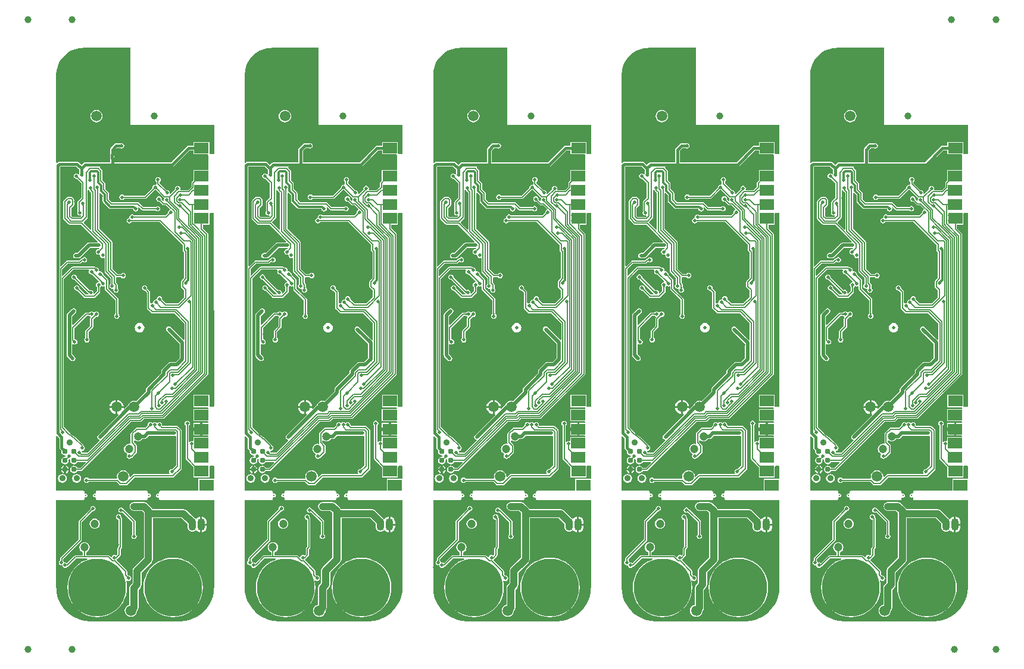
<source format=gtl>
G04*
G04 #@! TF.GenerationSoftware,Altium Limited,Altium Designer,20.1.14 (287)*
G04*
G04 Layer_Physical_Order=1*
G04 Layer_Color=255*
%FSAX25Y25*%
%MOIN*%
G70*
G04*
G04 #@! TF.SameCoordinates,1811FDE6-F90D-4AF7-B065-783B26A83BD4*
G04*
G04*
G04 #@! TF.FilePolarity,Positive*
G04*
G01*
G75*
%ADD10C,0.03937*%
%ADD11C,0.00630*%
%ADD12C,0.00598*%
%ADD13R,0.07874X0.05906*%
%ADD14C,0.32284*%
%ADD15C,0.03110*%
%ADD16C,0.04724*%
%ADD17C,0.01575*%
%ADD18C,0.00787*%
%ADD19C,0.01968*%
%ADD20C,0.01181*%
%ADD21C,0.03937*%
%ADD22C,0.05906*%
%ADD23O,0.04331X0.06890*%
%ADD24C,0.19685*%
%ADD25C,0.03543*%
%ADD26C,0.01968*%
%ADD27C,0.01181*%
G36*
X0494179Y0309016D02*
X0541028D01*
X0541029Y0305826D01*
X0541028Y0292442D01*
X0538959Y0292442D01*
X0538458Y0292888D01*
Y0299280D01*
X0529584D01*
Y0297140D01*
X0526779D01*
X0526277Y0297040D01*
X0525851Y0296755D01*
X0517101Y0288005D01*
X0485340D01*
Y0290007D01*
X0485346Y0290033D01*
X0485338Y0290072D01*
Y0292054D01*
X0485346Y0292093D01*
X0485340Y0292120D01*
Y0294461D01*
X0486731Y0295852D01*
X0488512D01*
X0488640Y0295766D01*
X0489219Y0295651D01*
X0489798Y0295766D01*
X0490289Y0296094D01*
X0490617Y0296585D01*
X0490732Y0297164D01*
X0490617Y0297744D01*
X0490289Y0298234D01*
X0489798Y0298563D01*
X0489219Y0298678D01*
X0488640Y0298563D01*
X0488512Y0298477D01*
X0486188D01*
X0485685Y0298377D01*
X0485259Y0298093D01*
X0483100Y0295933D01*
X0482815Y0295507D01*
X0482715Y0295005D01*
Y0292099D01*
X0482713Y0292086D01*
Y0290041D01*
X0482715Y0290027D01*
Y0288005D01*
X0468824D01*
X0468321Y0287905D01*
X0467896Y0287620D01*
X0466699Y0286423D01*
X0465182Y0287940D01*
X0464756Y0288225D01*
X0464254Y0288324D01*
X0454381D01*
X0453879Y0288225D01*
X0453453Y0287940D01*
X0453147Y0287634D01*
X0452685Y0287825D01*
X0452685Y0337006D01*
X0452677Y0337042D01*
X0452860Y0339360D01*
X0453411Y0341656D01*
X0454315Y0343838D01*
X0455549Y0345852D01*
X0457082Y0347647D01*
X0458878Y0349181D01*
X0460891Y0350415D01*
X0463073Y0351318D01*
X0465369Y0351870D01*
X0467235Y0352016D01*
X0467723Y0352045D01*
X0467726Y0352045D01*
X0468223Y0352045D01*
X0494179Y0352045D01*
Y0309016D01*
D02*
G37*
G36*
X0388666D02*
X0435515D01*
X0435515Y0305826D01*
X0435515Y0292442D01*
X0433445Y0292442D01*
X0432945Y0292888D01*
Y0299280D01*
X0424071D01*
Y0297140D01*
X0421266D01*
X0420764Y0297040D01*
X0420338Y0296755D01*
X0411587Y0288005D01*
X0379827D01*
Y0290007D01*
X0379833Y0290033D01*
X0379825Y0290072D01*
Y0292054D01*
X0379833Y0292093D01*
X0379827Y0292120D01*
Y0294461D01*
X0381218Y0295852D01*
X0382999D01*
X0383127Y0295766D01*
X0383706Y0295651D01*
X0384285Y0295766D01*
X0384776Y0296094D01*
X0385104Y0296585D01*
X0385219Y0297164D01*
X0385104Y0297744D01*
X0384776Y0298234D01*
X0384285Y0298563D01*
X0383706Y0298678D01*
X0383127Y0298563D01*
X0382999Y0298477D01*
X0380674D01*
X0380172Y0298377D01*
X0379746Y0298093D01*
X0377587Y0295933D01*
X0377302Y0295507D01*
X0377202Y0295005D01*
Y0292099D01*
X0377199Y0292086D01*
Y0290041D01*
X0377202Y0290027D01*
Y0288005D01*
X0363310D01*
X0362808Y0287905D01*
X0362382Y0287620D01*
X0361185Y0286423D01*
X0359669Y0287940D01*
X0359243Y0288225D01*
X0358740Y0288324D01*
X0348868D01*
X0348365Y0288225D01*
X0347940Y0287940D01*
X0347633Y0287634D01*
X0347171Y0287825D01*
X0347171Y0337006D01*
X0347164Y0337042D01*
X0347347Y0339360D01*
X0347898Y0341656D01*
X0348802Y0343838D01*
X0350035Y0345852D01*
X0351569Y0347647D01*
X0353365Y0349181D01*
X0355378Y0350415D01*
X0357560Y0351318D01*
X0359856Y0351870D01*
X0361722Y0352016D01*
X0362210Y0352045D01*
X0362213Y0352045D01*
X0362710Y0352045D01*
X0388666Y0352045D01*
Y0309016D01*
D02*
G37*
G36*
X0283152D02*
X0330002D01*
X0330002Y0305826D01*
X0330001Y0292442D01*
X0327932Y0292442D01*
X0327432Y0292888D01*
Y0299280D01*
X0318558D01*
Y0297140D01*
X0315753D01*
X0315250Y0297040D01*
X0314825Y0296755D01*
X0306074Y0288005D01*
X0274314D01*
Y0290007D01*
X0274319Y0290033D01*
X0274311Y0290072D01*
Y0292054D01*
X0274319Y0292093D01*
X0274314Y0292120D01*
Y0294461D01*
X0275705Y0295852D01*
X0277486D01*
X0277614Y0295766D01*
X0278193Y0295651D01*
X0278772Y0295766D01*
X0279263Y0296094D01*
X0279591Y0296585D01*
X0279706Y0297164D01*
X0279591Y0297744D01*
X0279263Y0298234D01*
X0278772Y0298563D01*
X0278193Y0298678D01*
X0277614Y0298563D01*
X0277486Y0298477D01*
X0275161D01*
X0274659Y0298377D01*
X0274233Y0298093D01*
X0272073Y0295933D01*
X0271789Y0295507D01*
X0271689Y0295005D01*
Y0292099D01*
X0271686Y0292086D01*
Y0290041D01*
X0271689Y0290027D01*
Y0288005D01*
X0257797D01*
X0257295Y0287905D01*
X0256869Y0287620D01*
X0255672Y0286423D01*
X0254155Y0287940D01*
X0253730Y0288225D01*
X0253227Y0288324D01*
X0243355D01*
X0242852Y0288225D01*
X0242426Y0287940D01*
X0242120Y0287634D01*
X0241658Y0287825D01*
X0241658Y0337006D01*
X0241651Y0337042D01*
X0241833Y0339360D01*
X0242385Y0341656D01*
X0243288Y0343838D01*
X0244522Y0345852D01*
X0246056Y0347647D01*
X0247851Y0349181D01*
X0249865Y0350415D01*
X0252046Y0351318D01*
X0254343Y0351870D01*
X0256209Y0352016D01*
X0256697Y0352045D01*
X0256700Y0352045D01*
X0257197Y0352045D01*
X0283152Y0352045D01*
Y0309016D01*
D02*
G37*
G36*
X0177639D02*
X0224489D01*
X0224489Y0305826D01*
X0224488Y0292442D01*
X0222419Y0292442D01*
X0221919Y0292888D01*
Y0299280D01*
X0213045D01*
Y0297140D01*
X0210240D01*
X0209737Y0297040D01*
X0209311Y0296755D01*
X0200561Y0288005D01*
X0168801D01*
Y0290007D01*
X0168806Y0290033D01*
X0168798Y0290072D01*
Y0292054D01*
X0168806Y0292093D01*
X0168801Y0292120D01*
Y0294461D01*
X0170192Y0295852D01*
X0171972D01*
X0172100Y0295766D01*
X0172679Y0295651D01*
X0173259Y0295766D01*
X0173750Y0296094D01*
X0174078Y0296585D01*
X0174193Y0297164D01*
X0174078Y0297744D01*
X0173750Y0298234D01*
X0173259Y0298563D01*
X0172679Y0298678D01*
X0172100Y0298563D01*
X0171972Y0298477D01*
X0169648D01*
X0169146Y0298377D01*
X0168720Y0298093D01*
X0166560Y0295933D01*
X0166276Y0295507D01*
X0166176Y0295005D01*
Y0292099D01*
X0166173Y0292086D01*
Y0290041D01*
X0166176Y0290027D01*
Y0288005D01*
X0152284D01*
X0151782Y0287905D01*
X0151356Y0287620D01*
X0150159Y0286423D01*
X0148642Y0287940D01*
X0148216Y0288225D01*
X0147714Y0288324D01*
X0137841D01*
X0137339Y0288225D01*
X0136913Y0287940D01*
X0136607Y0287634D01*
X0136145Y0287825D01*
X0136145Y0337006D01*
X0136138Y0337042D01*
X0136320Y0339360D01*
X0136872Y0341656D01*
X0137775Y0343838D01*
X0139009Y0345852D01*
X0140543Y0347647D01*
X0142338Y0349181D01*
X0144352Y0350415D01*
X0146533Y0351318D01*
X0148829Y0351870D01*
X0150696Y0352016D01*
X0151184Y0352045D01*
X0151187Y0352045D01*
X0151684Y0352045D01*
X0177639Y0352045D01*
Y0309016D01*
D02*
G37*
G36*
X0072126D02*
X0118976D01*
X0118976Y0305826D01*
X0118975Y0292442D01*
X0116906Y0292442D01*
X0116406Y0292888D01*
Y0299280D01*
X0107532D01*
Y0297140D01*
X0104726D01*
X0104224Y0297040D01*
X0103798Y0296755D01*
X0095048Y0288005D01*
X0063288D01*
Y0290007D01*
X0063293Y0290033D01*
X0063285Y0290072D01*
Y0292054D01*
X0063293Y0292093D01*
X0063288Y0292120D01*
Y0294461D01*
X0064678Y0295852D01*
X0066459D01*
X0066587Y0295766D01*
X0067166Y0295651D01*
X0067745Y0295766D01*
X0068236Y0296094D01*
X0068564Y0296585D01*
X0068680Y0297164D01*
X0068564Y0297744D01*
X0068236Y0298234D01*
X0067745Y0298563D01*
X0067166Y0298678D01*
X0066587Y0298563D01*
X0066459Y0298477D01*
X0064135D01*
X0063632Y0298377D01*
X0063206Y0298093D01*
X0061047Y0295933D01*
X0060762Y0295507D01*
X0060662Y0295005D01*
Y0292099D01*
X0060660Y0292086D01*
Y0290041D01*
X0060662Y0290027D01*
Y0288005D01*
X0046771D01*
X0046268Y0287905D01*
X0045843Y0287620D01*
X0044646Y0286423D01*
X0043129Y0287940D01*
X0042703Y0288225D01*
X0042201Y0288324D01*
X0032328D01*
X0031826Y0288225D01*
X0031400Y0287940D01*
X0031094Y0287634D01*
X0030632Y0287825D01*
X0030632Y0337006D01*
X0030625Y0337042D01*
X0030807Y0339360D01*
X0031358Y0341656D01*
X0032262Y0343838D01*
X0033496Y0345852D01*
X0035029Y0347647D01*
X0036825Y0349181D01*
X0038838Y0350415D01*
X0041020Y0351318D01*
X0043316Y0351870D01*
X0045182Y0352016D01*
X0045671Y0352045D01*
X0045673Y0352045D01*
X0046171Y0352045D01*
X0072126Y0352045D01*
Y0309016D01*
D02*
G37*
G36*
X0529584Y0292374D02*
X0537579D01*
X0537691Y0292256D01*
X0537907Y0291874D01*
X0537879Y0291731D01*
X0537879Y0283532D01*
X0532050D01*
X0532015Y0283555D01*
X0531436Y0283670D01*
X0530857Y0283555D01*
X0530822Y0283532D01*
X0529506D01*
Y0277640D01*
X0528630Y0276764D01*
X0528454Y0276500D01*
X0528392Y0276188D01*
Y0274089D01*
X0526506Y0272203D01*
X0522303D01*
X0522089Y0272703D01*
X0522189Y0273208D01*
X0522074Y0273787D01*
X0521746Y0274278D01*
X0521255Y0274606D01*
X0520676Y0274721D01*
X0520097Y0274606D01*
X0519606Y0274278D01*
X0519278Y0273787D01*
X0519163Y0273208D01*
X0519252Y0272759D01*
X0516587Y0270094D01*
X0516126Y0270340D01*
X0516211Y0270769D01*
X0516096Y0271348D01*
X0515768Y0271839D01*
X0515277Y0272167D01*
X0514698Y0272282D01*
X0514510Y0272245D01*
X0510576Y0276180D01*
Y0276901D01*
X0510735Y0277007D01*
X0511063Y0277498D01*
X0511178Y0278077D01*
X0511063Y0278657D01*
X0510735Y0279147D01*
X0510244Y0279475D01*
X0509664Y0279591D01*
X0509085Y0279475D01*
X0508594Y0279147D01*
X0508266Y0278657D01*
X0508151Y0278077D01*
X0508266Y0277498D01*
X0508594Y0277007D01*
X0508753Y0276901D01*
Y0275802D01*
X0508757Y0275783D01*
X0508332Y0275359D01*
X0508077Y0275410D01*
X0507498Y0275294D01*
X0507007Y0274966D01*
X0506679Y0274475D01*
X0506564Y0273896D01*
X0506624Y0273595D01*
X0502152Y0269124D01*
X0490717D01*
X0490547Y0269379D01*
X0490056Y0269707D01*
X0489476Y0269822D01*
X0488897Y0269707D01*
X0488406Y0269379D01*
X0488078Y0268888D01*
X0487963Y0268309D01*
X0488078Y0267730D01*
X0488406Y0267239D01*
X0488897Y0266911D01*
X0489476Y0266796D01*
X0490056Y0266911D01*
X0490547Y0267239D01*
X0490717Y0267494D01*
X0502490D01*
X0502802Y0267556D01*
X0503066Y0267733D01*
X0507776Y0272443D01*
X0508077Y0272383D01*
X0508378Y0272443D01*
X0512776Y0268045D01*
X0513041Y0267868D01*
X0513049Y0267357D01*
X0513018Y0267311D01*
X0512903Y0266731D01*
X0512955Y0266468D01*
X0512494Y0266222D01*
X0511656Y0267060D01*
X0511716Y0267361D01*
X0511600Y0267940D01*
X0511272Y0268431D01*
X0510781Y0268759D01*
X0510202Y0268875D01*
X0509623Y0268759D01*
X0509132Y0268431D01*
X0508804Y0267940D01*
X0508689Y0267361D01*
X0508804Y0266782D01*
X0509132Y0266291D01*
X0509623Y0265963D01*
X0510202Y0265848D01*
X0510503Y0265908D01*
X0512348Y0264063D01*
X0512612Y0263887D01*
X0512924Y0263825D01*
X0514243D01*
X0515019Y0263049D01*
X0515019Y0263049D01*
X0516344Y0261723D01*
X0516184Y0261177D01*
X0515787Y0260911D01*
X0515459Y0260420D01*
X0515344Y0259841D01*
X0515394Y0259588D01*
X0513881Y0258075D01*
X0496359D01*
X0496234Y0258262D01*
X0495743Y0258590D01*
X0495164Y0258705D01*
X0494585Y0258590D01*
X0494094Y0258262D01*
X0493766Y0257771D01*
X0493651Y0257192D01*
X0493727Y0256808D01*
X0493629Y0256709D01*
X0493049Y0256594D01*
X0492558Y0256266D01*
X0492230Y0255775D01*
X0492115Y0255196D01*
X0492230Y0254617D01*
X0492558Y0254126D01*
X0493049Y0253798D01*
X0493629Y0253682D01*
X0494208Y0253798D01*
X0494699Y0254126D01*
X0494884Y0254403D01*
X0510640D01*
X0523469Y0241574D01*
Y0238578D01*
X0523539Y0238229D01*
X0523736Y0237934D01*
X0524257Y0237413D01*
Y0223112D01*
X0522720Y0221575D01*
X0522523Y0221280D01*
X0522454Y0220931D01*
Y0218296D01*
X0522523Y0217947D01*
X0522720Y0217651D01*
X0524292Y0216079D01*
Y0212300D01*
X0520749Y0208757D01*
X0514278D01*
X0511908Y0211127D01*
X0511945Y0211314D01*
X0511830Y0211893D01*
X0511502Y0212384D01*
X0511011Y0212712D01*
X0510432Y0212827D01*
X0509853Y0212712D01*
X0509362Y0212384D01*
X0509034Y0211893D01*
X0508918Y0211314D01*
X0508680Y0211076D01*
X0508472Y0210993D01*
X0507931Y0210885D01*
X0507440Y0210557D01*
X0507112Y0210066D01*
X0506997Y0209487D01*
X0507009Y0209425D01*
X0506584Y0209000D01*
X0506424Y0209032D01*
X0505845Y0208917D01*
X0505749Y0208853D01*
X0505248Y0209120D01*
Y0215235D01*
X0505179Y0215584D01*
X0504982Y0215880D01*
X0503609Y0217253D01*
X0503646Y0217440D01*
X0503531Y0218019D01*
X0503203Y0218510D01*
X0502712Y0218838D01*
X0502133Y0218953D01*
X0501553Y0218838D01*
X0501062Y0218510D01*
X0500734Y0218019D01*
X0500619Y0217440D01*
X0500734Y0216861D01*
X0501062Y0216370D01*
X0501553Y0216042D01*
X0502133Y0215927D01*
X0502320Y0215964D01*
X0503426Y0214858D01*
Y0206220D01*
X0503495Y0205871D01*
X0503693Y0205575D01*
X0505858Y0203410D01*
X0506154Y0203212D01*
X0506503Y0203143D01*
X0518883D01*
X0524399Y0197628D01*
Y0188522D01*
X0523899Y0188314D01*
X0516793Y0195420D01*
X0516302Y0195748D01*
X0515723Y0195863D01*
X0515143Y0195748D01*
X0514652Y0195420D01*
X0514325Y0194929D01*
X0514209Y0194350D01*
X0514325Y0193771D01*
X0514652Y0193280D01*
X0521800Y0186132D01*
Y0178264D01*
X0519508Y0175971D01*
X0516591D01*
X0516591Y0175971D01*
X0516012Y0175856D01*
X0515521Y0175528D01*
X0515521Y0175528D01*
X0511885Y0171892D01*
X0511557Y0171401D01*
X0511442Y0170822D01*
X0511442Y0170822D01*
Y0169753D01*
X0503318Y0161630D01*
X0502990Y0161139D01*
X0502875Y0160560D01*
X0502875Y0160560D01*
Y0159378D01*
X0497474Y0153977D01*
X0497247Y0154072D01*
X0496345Y0154190D01*
X0495444Y0154072D01*
X0494604Y0153724D01*
X0493883Y0153170D01*
X0493329Y0152449D01*
X0493089Y0151869D01*
X0492952Y0151778D01*
X0490859Y0149685D01*
X0490385Y0149918D01*
X0490424Y0150208D01*
X0487003D01*
Y0146787D01*
X0487292Y0146825D01*
X0487526Y0146351D01*
X0476102Y0134927D01*
X0475774Y0134437D01*
X0475659Y0133857D01*
X0475774Y0133278D01*
X0476102Y0132787D01*
X0476593Y0132459D01*
X0476844Y0132409D01*
X0477008Y0131867D01*
X0475957Y0130815D01*
X0475957Y0130815D01*
X0470247Y0125105D01*
X0467217D01*
X0467110Y0125235D01*
X0467004Y0125769D01*
X0467080Y0125935D01*
X0467303Y0126253D01*
X0467796Y0126351D01*
X0468287Y0126680D01*
X0468615Y0127171D01*
X0468730Y0127750D01*
X0468615Y0128329D01*
X0468287Y0128820D01*
X0467877Y0129094D01*
X0467821Y0129373D01*
X0467641Y0129642D01*
X0467641Y0129642D01*
X0463789Y0133495D01*
X0463789Y0133495D01*
X0463715Y0133568D01*
X0463715Y0133568D01*
X0463488Y0133720D01*
X0463504Y0133752D01*
X0462335Y0134377D01*
X0460844Y0135600D01*
X0460541Y0135969D01*
X0460409Y0136099D01*
X0460409Y0136099D01*
X0460404Y0136102D01*
X0460035Y0136429D01*
X0456990Y0139473D01*
Y0222658D01*
X0462044Y0227712D01*
X0470774D01*
X0471041Y0227211D01*
X0470989Y0227134D01*
X0470874Y0226555D01*
X0470989Y0225976D01*
X0471317Y0225485D01*
X0471808Y0225157D01*
X0472327Y0225054D01*
X0472379Y0225030D01*
X0472437Y0225028D01*
X0472471Y0225024D01*
X0472503Y0225017D01*
X0472537Y0225007D01*
X0472572Y0224993D01*
X0472608Y0224974D01*
X0472648Y0224950D01*
X0472690Y0224920D01*
X0472735Y0224883D01*
X0472794Y0224827D01*
X0472847Y0224807D01*
X0476445Y0221209D01*
X0476429Y0221081D01*
X0476248Y0220699D01*
X0475805Y0220611D01*
X0475314Y0220283D01*
X0474986Y0219792D01*
X0474871Y0219213D01*
X0474986Y0218633D01*
X0475280Y0218194D01*
X0475300Y0218140D01*
X0475340Y0218097D01*
X0475361Y0218071D01*
X0475379Y0218043D01*
X0475395Y0218012D01*
X0475410Y0217977D01*
X0475423Y0217938D01*
X0475433Y0217893D01*
X0475442Y0217842D01*
X0475447Y0217784D01*
X0475450Y0217704D01*
X0475473Y0217652D01*
Y0215810D01*
X0474017Y0214353D01*
X0473556Y0214600D01*
X0473624Y0214940D01*
X0473509Y0215519D01*
X0473181Y0216010D01*
X0472690Y0216338D01*
X0472111Y0216453D01*
X0471531Y0216338D01*
X0471372Y0216231D01*
X0471359Y0216239D01*
X0471322Y0216269D01*
X0471262Y0216325D01*
X0471218Y0216341D01*
X0471192Y0216380D01*
X0471169Y0216385D01*
X0464402Y0223152D01*
X0464382Y0223206D01*
X0464326Y0223265D01*
X0464289Y0223309D01*
X0464259Y0223352D01*
X0464235Y0223391D01*
X0464216Y0223428D01*
X0464202Y0223463D01*
X0464192Y0223496D01*
X0464185Y0223529D01*
X0464181Y0223562D01*
X0464179Y0223620D01*
X0464155Y0223673D01*
X0464052Y0224191D01*
X0463724Y0224682D01*
X0463233Y0225010D01*
X0462654Y0225125D01*
X0462075Y0225010D01*
X0461584Y0224682D01*
X0461256Y0224191D01*
X0461140Y0223612D01*
X0461256Y0223033D01*
X0461584Y0222542D01*
X0462075Y0222214D01*
X0462593Y0222111D01*
X0462645Y0222087D01*
X0462704Y0222085D01*
X0462737Y0222081D01*
X0462769Y0222074D01*
X0462803Y0222064D01*
X0462838Y0222049D01*
X0462875Y0222031D01*
X0462914Y0222007D01*
X0462956Y0221976D01*
X0463001Y0221939D01*
X0463060Y0221884D01*
X0463113Y0221864D01*
X0470041Y0214936D01*
X0470065Y0214879D01*
X0470698Y0214245D01*
X0470491Y0213745D01*
X0469124D01*
X0465849Y0217020D01*
X0465829Y0217073D01*
X0465774Y0217132D01*
X0465737Y0217177D01*
X0465706Y0217219D01*
X0465682Y0217259D01*
X0465664Y0217295D01*
X0465649Y0217330D01*
X0465639Y0217364D01*
X0465632Y0217396D01*
X0465628Y0217429D01*
X0465626Y0217488D01*
X0465602Y0217540D01*
X0465499Y0218059D01*
X0465171Y0218549D01*
X0464680Y0218878D01*
X0464101Y0218993D01*
X0463522Y0218878D01*
X0463031Y0218549D01*
X0462703Y0218059D01*
X0462588Y0217479D01*
X0462703Y0216900D01*
X0463031Y0216409D01*
X0463522Y0216081D01*
X0464040Y0215978D01*
X0464093Y0215954D01*
X0464151Y0215952D01*
X0464184Y0215948D01*
X0464217Y0215941D01*
X0464250Y0215931D01*
X0464285Y0215917D01*
X0464322Y0215898D01*
X0464361Y0215874D01*
X0464404Y0215844D01*
X0464448Y0215807D01*
X0464507Y0215752D01*
X0464561Y0215731D01*
X0468102Y0212190D01*
X0468398Y0211992D01*
X0468747Y0211923D01*
X0473786D01*
X0474135Y0211992D01*
X0474430Y0212190D01*
X0477029Y0214788D01*
X0477226Y0215084D01*
X0477296Y0215432D01*
Y0217652D01*
X0477319Y0217704D01*
X0477321Y0217784D01*
X0477327Y0217842D01*
X0477335Y0217893D01*
X0477346Y0217938D01*
X0477359Y0217977D01*
X0477374Y0218012D01*
X0477390Y0218043D01*
X0477408Y0218071D01*
X0477429Y0218097D01*
X0477469Y0218140D01*
X0477489Y0218194D01*
X0477783Y0218633D01*
X0478228Y0218469D01*
X0478325Y0218404D01*
X0478904Y0218289D01*
X0479406Y0218389D01*
X0479906Y0218163D01*
Y0216844D01*
X0479976Y0216495D01*
X0480173Y0216200D01*
X0485709Y0210663D01*
Y0203253D01*
X0485686Y0203201D01*
X0485684Y0203120D01*
X0485678Y0203063D01*
X0485670Y0203011D01*
X0485659Y0202966D01*
X0485646Y0202927D01*
X0485631Y0202892D01*
X0485615Y0202862D01*
X0485597Y0202833D01*
X0485576Y0202807D01*
X0485536Y0202765D01*
X0485516Y0202711D01*
X0485223Y0202271D01*
X0485107Y0201692D01*
X0485223Y0201113D01*
X0485551Y0200622D01*
X0486042Y0200294D01*
X0486621Y0200179D01*
X0487200Y0200294D01*
X0487691Y0200622D01*
X0488019Y0201113D01*
X0488134Y0201692D01*
X0488019Y0202271D01*
X0487725Y0202711D01*
X0487705Y0202765D01*
X0487665Y0202807D01*
X0487645Y0202834D01*
X0487627Y0202862D01*
X0487610Y0202892D01*
X0487596Y0202927D01*
X0487583Y0202966D01*
X0487572Y0203011D01*
X0487563Y0203063D01*
X0487558Y0203120D01*
X0487555Y0203201D01*
X0487532Y0203253D01*
Y0211041D01*
X0487463Y0211389D01*
X0487265Y0211685D01*
X0481729Y0217221D01*
Y0221998D01*
X0481659Y0222346D01*
X0481462Y0222642D01*
X0479138Y0224966D01*
X0479117Y0225020D01*
X0479061Y0225079D01*
X0479020Y0225128D01*
X0478984Y0225175D01*
X0478955Y0225219D01*
X0478930Y0225263D01*
X0478910Y0225305D01*
X0478894Y0225346D01*
X0478881Y0225386D01*
X0478872Y0225426D01*
X0478862Y0225487D01*
X0478806Y0225581D01*
X0478748Y0225871D01*
X0478420Y0226362D01*
X0477929Y0226691D01*
X0477350Y0226806D01*
X0476949Y0226726D01*
X0476905Y0226748D01*
X0476579Y0227075D01*
X0476556Y0227119D01*
X0476636Y0227519D01*
X0476521Y0228099D01*
X0476193Y0228590D01*
X0475702Y0228918D01*
X0475123Y0229033D01*
X0474841Y0228977D01*
X0474687Y0229130D01*
X0474418Y0229310D01*
X0474100Y0229373D01*
X0474100Y0229373D01*
X0461699D01*
X0461381Y0229310D01*
X0461112Y0229130D01*
X0461112Y0229130D01*
X0456322Y0224340D01*
X0455860Y0224531D01*
Y0227928D01*
X0459124Y0231192D01*
X0465951D01*
X0466263Y0231254D01*
X0466528Y0231431D01*
X0467299Y0232202D01*
X0467396Y0232193D01*
X0467887Y0231865D01*
X0468466Y0231750D01*
X0469045Y0231865D01*
X0469536Y0232193D01*
X0469864Y0232684D01*
X0469979Y0233263D01*
X0469864Y0233842D01*
X0469536Y0234333D01*
X0469045Y0234661D01*
X0468466Y0234776D01*
X0467887Y0234661D01*
X0467396Y0234333D01*
X0467225Y0234078D01*
X0467207D01*
X0466895Y0234016D01*
X0466631Y0233839D01*
X0465614Y0232822D01*
X0458786D01*
X0458474Y0232760D01*
X0458210Y0232583D01*
X0455233Y0229606D01*
X0454771Y0229798D01*
Y0285546D01*
X0454925Y0285699D01*
X0463710D01*
X0465623Y0283786D01*
Y0281572D01*
X0465538Y0281444D01*
X0465537Y0281440D01*
X0465327Y0281350D01*
X0464997Y0281288D01*
X0464579Y0281567D01*
X0464000Y0281682D01*
X0463420Y0281567D01*
X0462929Y0281239D01*
X0462601Y0280748D01*
X0462486Y0280169D01*
X0462601Y0279590D01*
X0462929Y0279099D01*
X0463420Y0278771D01*
X0464000Y0278656D01*
X0464187Y0278693D01*
X0466733Y0276147D01*
Y0268072D01*
X0464839Y0266177D01*
X0464641Y0265882D01*
X0464572Y0265533D01*
Y0260657D01*
X0464631Y0260360D01*
X0464514Y0260185D01*
X0464399Y0259606D01*
X0464514Y0259026D01*
X0464842Y0258535D01*
X0465333Y0258207D01*
X0465912Y0258092D01*
X0466446Y0258198D01*
X0466475Y0258176D01*
X0466584Y0257629D01*
X0466243Y0257288D01*
X0461762D01*
X0461075Y0257975D01*
Y0262141D01*
X0462434Y0263500D01*
X0462632Y0263796D01*
X0462701Y0264145D01*
Y0266800D01*
X0462632Y0267149D01*
X0462434Y0267444D01*
X0461676Y0268202D01*
X0461381Y0268400D01*
X0461032Y0268469D01*
X0459062D01*
X0458713Y0268400D01*
X0458417Y0268202D01*
X0456854Y0266639D01*
X0456657Y0266344D01*
X0456588Y0265995D01*
Y0256553D01*
X0456599Y0256493D01*
Y0256432D01*
X0456669Y0256083D01*
X0456866Y0255788D01*
X0459402Y0253252D01*
X0459697Y0253055D01*
X0459721Y0253050D01*
X0459991Y0252870D01*
X0460339Y0252800D01*
X0466625D01*
X0475984Y0243441D01*
X0475793Y0242979D01*
X0471080D01*
X0470501Y0242864D01*
X0470010Y0242536D01*
X0470010Y0242536D01*
X0464537Y0237064D01*
X0463549D01*
X0462970Y0236948D01*
X0462479Y0236620D01*
X0462151Y0236129D01*
X0462036Y0235550D01*
X0462151Y0234971D01*
X0462479Y0234480D01*
X0462970Y0234152D01*
X0463549Y0234037D01*
X0465164D01*
X0465164Y0234037D01*
X0465743Y0234152D01*
X0466234Y0234480D01*
X0471707Y0239953D01*
X0476529D01*
X0476551Y0239957D01*
X0476798Y0239496D01*
X0476454Y0239152D01*
X0476266Y0239190D01*
X0475687Y0239074D01*
X0475196Y0238746D01*
X0474868Y0238255D01*
X0474753Y0237676D01*
X0474868Y0237097D01*
X0475196Y0236606D01*
X0475687Y0236278D01*
X0476266Y0236163D01*
X0476846Y0236278D01*
X0477277Y0235965D01*
X0477233Y0235747D01*
X0477349Y0235168D01*
X0477677Y0234677D01*
X0478168Y0234349D01*
X0478747Y0234234D01*
X0479213Y0234327D01*
X0479713Y0234052D01*
Y0226720D01*
X0479783Y0226371D01*
X0479980Y0226075D01*
X0483072Y0222984D01*
Y0219718D01*
X0482913Y0219612D01*
X0482585Y0219121D01*
X0482470Y0218542D01*
X0482585Y0217963D01*
X0482913Y0217472D01*
X0483404Y0217144D01*
X0483983Y0217029D01*
X0484313Y0217094D01*
X0484704Y0216683D01*
X0484635Y0216338D01*
X0484750Y0215759D01*
X0485078Y0215268D01*
X0485569Y0214940D01*
X0486148Y0214824D01*
X0486727Y0214940D01*
X0487218Y0215268D01*
X0487546Y0215759D01*
X0487662Y0216338D01*
X0487546Y0216917D01*
X0487253Y0217356D01*
X0487232Y0217410D01*
X0487193Y0217453D01*
X0487172Y0217479D01*
X0487154Y0217507D01*
X0487138Y0217538D01*
X0487123Y0217573D01*
X0487110Y0217612D01*
X0487099Y0217657D01*
X0487091Y0217708D01*
X0487085Y0217766D01*
X0487083Y0217847D01*
X0487059Y0217899D01*
Y0219212D01*
X0486990Y0219560D01*
X0486793Y0219856D01*
X0486181Y0220467D01*
Y0223066D01*
X0486578Y0223497D01*
X0488988D01*
X0489094Y0223338D01*
X0489585Y0223010D01*
X0490164Y0222895D01*
X0490743Y0223010D01*
X0491234Y0223338D01*
X0491562Y0223829D01*
X0491677Y0224408D01*
X0491562Y0224987D01*
X0491234Y0225478D01*
X0490743Y0225806D01*
X0490164Y0225922D01*
X0489585Y0225806D01*
X0489094Y0225478D01*
X0488988Y0225319D01*
X0486955D01*
X0484111Y0228164D01*
Y0242987D01*
X0484041Y0243336D01*
X0483844Y0243632D01*
X0476745Y0250731D01*
Y0270644D01*
X0477245Y0270851D01*
X0478678Y0269418D01*
Y0266121D01*
X0478678Y0266121D01*
X0478763Y0265696D01*
X0479004Y0265335D01*
X0482161Y0262177D01*
X0482522Y0261936D01*
X0482947Y0261852D01*
X0495558D01*
X0495673Y0261736D01*
X0495774Y0261231D01*
X0496102Y0260740D01*
X0496593Y0260412D01*
X0497172Y0260297D01*
X0497751Y0260412D01*
X0498242Y0260740D01*
X0498570Y0261231D01*
X0498685Y0261810D01*
X0498570Y0262389D01*
X0498484Y0262519D01*
X0498872Y0262837D01*
X0500453Y0261257D01*
X0500748Y0261059D01*
X0501097Y0260990D01*
X0508261D01*
X0508367Y0260831D01*
X0508858Y0260503D01*
X0509437Y0260388D01*
X0510016Y0260503D01*
X0510507Y0260831D01*
X0510835Y0261322D01*
X0510950Y0261901D01*
X0510835Y0262480D01*
X0510507Y0262971D01*
X0510016Y0263299D01*
X0509437Y0263414D01*
X0508858Y0263299D01*
X0508367Y0262971D01*
X0508261Y0262812D01*
X0501474D01*
X0498997Y0265289D01*
X0498702Y0265487D01*
X0498353Y0265556D01*
X0483743D01*
X0482186Y0267113D01*
Y0270493D01*
X0482116Y0270842D01*
X0481919Y0271137D01*
X0480129Y0272927D01*
Y0275852D01*
X0480059Y0276201D01*
X0479862Y0276497D01*
X0478519Y0277839D01*
Y0283029D01*
X0478450Y0283377D01*
X0478252Y0283673D01*
X0477045Y0284879D01*
X0477253Y0285379D01*
X0517644D01*
X0518147Y0285479D01*
X0518573Y0285764D01*
X0527323Y0294514D01*
X0529584D01*
Y0292374D01*
D02*
G37*
G36*
X0424071D02*
X0432066D01*
X0432178Y0292256D01*
X0432394Y0291874D01*
X0432366Y0291731D01*
X0432366Y0283532D01*
X0426536D01*
X0426502Y0283555D01*
X0425922Y0283670D01*
X0425343Y0283555D01*
X0425309Y0283532D01*
X0423992D01*
Y0277640D01*
X0423117Y0276764D01*
X0422940Y0276500D01*
X0422878Y0276188D01*
Y0274089D01*
X0420993Y0272203D01*
X0416790D01*
X0416576Y0272703D01*
X0416676Y0273208D01*
X0416561Y0273787D01*
X0416233Y0274278D01*
X0415742Y0274606D01*
X0415163Y0274721D01*
X0414583Y0274606D01*
X0414092Y0274278D01*
X0413764Y0273787D01*
X0413649Y0273208D01*
X0413739Y0272759D01*
X0411074Y0270094D01*
X0410613Y0270340D01*
X0410698Y0270769D01*
X0410583Y0271348D01*
X0410255Y0271839D01*
X0409764Y0272167D01*
X0409185Y0272282D01*
X0408997Y0272245D01*
X0405062Y0276180D01*
Y0276901D01*
X0405221Y0277007D01*
X0405549Y0277498D01*
X0405665Y0278077D01*
X0405549Y0278657D01*
X0405221Y0279147D01*
X0404731Y0279475D01*
X0404151Y0279591D01*
X0403572Y0279475D01*
X0403081Y0279147D01*
X0402753Y0278657D01*
X0402638Y0278077D01*
X0402753Y0277498D01*
X0403081Y0277007D01*
X0403240Y0276901D01*
Y0275802D01*
X0403244Y0275783D01*
X0402818Y0275359D01*
X0402564Y0275410D01*
X0401985Y0275294D01*
X0401494Y0274966D01*
X0401166Y0274475D01*
X0401051Y0273896D01*
X0401111Y0273595D01*
X0396639Y0269124D01*
X0385204D01*
X0385033Y0269379D01*
X0384542Y0269707D01*
X0383963Y0269822D01*
X0383384Y0269707D01*
X0382893Y0269379D01*
X0382565Y0268888D01*
X0382450Y0268309D01*
X0382565Y0267730D01*
X0382893Y0267239D01*
X0383384Y0266911D01*
X0383963Y0266796D01*
X0384542Y0266911D01*
X0385033Y0267239D01*
X0385204Y0267494D01*
X0396977D01*
X0397289Y0267556D01*
X0397553Y0267733D01*
X0402263Y0272443D01*
X0402564Y0272383D01*
X0402865Y0272443D01*
X0407263Y0268045D01*
X0407527Y0267868D01*
X0407536Y0267357D01*
X0407505Y0267311D01*
X0407389Y0266731D01*
X0407442Y0266468D01*
X0406981Y0266222D01*
X0406142Y0267060D01*
X0406202Y0267361D01*
X0406087Y0267940D01*
X0405759Y0268431D01*
X0405268Y0268759D01*
X0404689Y0268875D01*
X0404110Y0268759D01*
X0403619Y0268431D01*
X0403291Y0267940D01*
X0403176Y0267361D01*
X0403291Y0266782D01*
X0403619Y0266291D01*
X0404110Y0265963D01*
X0404689Y0265848D01*
X0404990Y0265908D01*
X0406835Y0264063D01*
X0407099Y0263887D01*
X0407411Y0263825D01*
X0408730D01*
X0409506Y0263049D01*
X0409506Y0263049D01*
X0410831Y0261723D01*
X0410671Y0261177D01*
X0410274Y0260911D01*
X0409945Y0260420D01*
X0409830Y0259841D01*
X0409881Y0259588D01*
X0408367Y0258075D01*
X0390846D01*
X0390721Y0258262D01*
X0390230Y0258590D01*
X0389651Y0258705D01*
X0389072Y0258590D01*
X0388581Y0258262D01*
X0388253Y0257771D01*
X0388137Y0257192D01*
X0388214Y0256808D01*
X0388115Y0256709D01*
X0387536Y0256594D01*
X0387045Y0256266D01*
X0386717Y0255775D01*
X0386602Y0255196D01*
X0386717Y0254617D01*
X0387045Y0254126D01*
X0387536Y0253798D01*
X0388115Y0253682D01*
X0388694Y0253798D01*
X0389185Y0254126D01*
X0389371Y0254403D01*
X0405127D01*
X0417956Y0241574D01*
Y0238578D01*
X0418025Y0238229D01*
X0418223Y0237934D01*
X0418744Y0237413D01*
Y0223112D01*
X0417207Y0221575D01*
X0417010Y0221280D01*
X0416940Y0220931D01*
Y0218296D01*
X0417010Y0217947D01*
X0417207Y0217651D01*
X0418779Y0216079D01*
Y0212300D01*
X0415236Y0208757D01*
X0408765D01*
X0406395Y0211127D01*
X0406432Y0211314D01*
X0406317Y0211893D01*
X0405989Y0212384D01*
X0405498Y0212712D01*
X0404918Y0212827D01*
X0404339Y0212712D01*
X0403848Y0212384D01*
X0403520Y0211893D01*
X0403405Y0211314D01*
X0403167Y0211076D01*
X0402959Y0210993D01*
X0402418Y0210885D01*
X0401927Y0210557D01*
X0401599Y0210066D01*
X0401484Y0209487D01*
X0401496Y0209425D01*
X0401071Y0209000D01*
X0400911Y0209032D01*
X0400331Y0208917D01*
X0400235Y0208853D01*
X0399735Y0209120D01*
Y0215235D01*
X0399666Y0215584D01*
X0399468Y0215880D01*
X0398095Y0217253D01*
X0398133Y0217440D01*
X0398018Y0218019D01*
X0397689Y0218510D01*
X0397199Y0218838D01*
X0396619Y0218953D01*
X0396040Y0218838D01*
X0395549Y0218510D01*
X0395221Y0218019D01*
X0395106Y0217440D01*
X0395221Y0216861D01*
X0395549Y0216370D01*
X0396040Y0216042D01*
X0396619Y0215927D01*
X0396807Y0215964D01*
X0397913Y0214858D01*
Y0206220D01*
X0397982Y0205871D01*
X0398180Y0205575D01*
X0400345Y0203410D01*
X0400641Y0203212D01*
X0400989Y0203143D01*
X0413370D01*
X0418885Y0197628D01*
Y0188522D01*
X0418385Y0188314D01*
X0411279Y0195420D01*
X0410788Y0195748D01*
X0410209Y0195863D01*
X0409630Y0195748D01*
X0409139Y0195420D01*
X0408811Y0194929D01*
X0408696Y0194350D01*
X0408811Y0193771D01*
X0409139Y0193280D01*
X0416287Y0186132D01*
Y0178264D01*
X0413994Y0175971D01*
X0411078D01*
X0411078Y0175971D01*
X0410499Y0175856D01*
X0410008Y0175528D01*
X0410008Y0175528D01*
X0406372Y0171892D01*
X0406044Y0171401D01*
X0405929Y0170822D01*
X0405929Y0170822D01*
Y0169753D01*
X0397805Y0161630D01*
X0397477Y0161139D01*
X0397362Y0160560D01*
X0397362Y0160560D01*
Y0159378D01*
X0391961Y0153977D01*
X0391733Y0154072D01*
X0390832Y0154190D01*
X0389931Y0154072D01*
X0389091Y0153724D01*
X0388369Y0153170D01*
X0387816Y0152449D01*
X0387576Y0151869D01*
X0387439Y0151778D01*
X0385346Y0149685D01*
X0384872Y0149918D01*
X0384910Y0150208D01*
X0381489D01*
Y0146787D01*
X0381779Y0146825D01*
X0382012Y0146351D01*
X0370589Y0134927D01*
X0370261Y0134437D01*
X0370145Y0133857D01*
X0370261Y0133278D01*
X0370589Y0132787D01*
X0371080Y0132459D01*
X0371330Y0132409D01*
X0371495Y0131867D01*
X0370444Y0130815D01*
X0370443Y0130815D01*
X0364733Y0125105D01*
X0361704D01*
X0361597Y0125235D01*
X0361491Y0125769D01*
X0361567Y0125935D01*
X0361790Y0126253D01*
X0362283Y0126351D01*
X0362774Y0126680D01*
X0363102Y0127171D01*
X0363217Y0127750D01*
X0363102Y0128329D01*
X0362774Y0128820D01*
X0362363Y0129094D01*
X0362308Y0129373D01*
X0362128Y0129642D01*
X0362128Y0129642D01*
X0358275Y0133495D01*
X0358275Y0133495D01*
X0358202Y0133568D01*
X0358202Y0133568D01*
X0357975Y0133720D01*
X0357991Y0133752D01*
X0356822Y0134377D01*
X0355331Y0135600D01*
X0355028Y0135969D01*
X0354896Y0136099D01*
X0354896Y0136099D01*
X0354891Y0136102D01*
X0354521Y0136429D01*
X0351477Y0139473D01*
Y0222658D01*
X0356530Y0227712D01*
X0365261D01*
X0365528Y0227211D01*
X0365476Y0227134D01*
X0365361Y0226555D01*
X0365476Y0225976D01*
X0365804Y0225485D01*
X0366295Y0225157D01*
X0366813Y0225054D01*
X0366866Y0225030D01*
X0366924Y0225028D01*
X0366957Y0225024D01*
X0366990Y0225017D01*
X0367023Y0225007D01*
X0367058Y0224993D01*
X0367095Y0224974D01*
X0367135Y0224950D01*
X0367177Y0224920D01*
X0367222Y0224883D01*
X0367280Y0224827D01*
X0367334Y0224807D01*
X0370932Y0221209D01*
X0370916Y0221081D01*
X0370735Y0220699D01*
X0370292Y0220611D01*
X0369801Y0220283D01*
X0369473Y0219792D01*
X0369358Y0219213D01*
X0369473Y0218633D01*
X0369767Y0218194D01*
X0369787Y0218140D01*
X0369827Y0218097D01*
X0369847Y0218071D01*
X0369865Y0218043D01*
X0369882Y0218012D01*
X0369897Y0217977D01*
X0369909Y0217938D01*
X0369920Y0217893D01*
X0369929Y0217842D01*
X0369934Y0217784D01*
X0369937Y0217704D01*
X0369960Y0217652D01*
Y0215810D01*
X0368504Y0214353D01*
X0368043Y0214600D01*
X0368111Y0214940D01*
X0367995Y0215519D01*
X0367667Y0216010D01*
X0367176Y0216338D01*
X0366597Y0216453D01*
X0366018Y0216338D01*
X0365858Y0216231D01*
X0365846Y0216239D01*
X0365809Y0216269D01*
X0365749Y0216325D01*
X0365705Y0216341D01*
X0365679Y0216380D01*
X0365656Y0216385D01*
X0358889Y0223152D01*
X0358868Y0223206D01*
X0358813Y0223265D01*
X0358776Y0223309D01*
X0358746Y0223352D01*
X0358722Y0223391D01*
X0358703Y0223428D01*
X0358689Y0223463D01*
X0358679Y0223496D01*
X0358671Y0223529D01*
X0358667Y0223562D01*
X0358665Y0223620D01*
X0358642Y0223673D01*
X0358539Y0224191D01*
X0358210Y0224682D01*
X0357719Y0225010D01*
X0357140Y0225125D01*
X0356561Y0225010D01*
X0356070Y0224682D01*
X0355742Y0224191D01*
X0355627Y0223612D01*
X0355742Y0223033D01*
X0356070Y0222542D01*
X0356561Y0222214D01*
X0357080Y0222111D01*
X0357132Y0222087D01*
X0357190Y0222085D01*
X0357223Y0222081D01*
X0357256Y0222074D01*
X0357290Y0222064D01*
X0357324Y0222049D01*
X0357361Y0222031D01*
X0357401Y0222007D01*
X0357443Y0221976D01*
X0357488Y0221939D01*
X0357546Y0221884D01*
X0357600Y0221864D01*
X0364528Y0214936D01*
X0364551Y0214879D01*
X0365185Y0214245D01*
X0364978Y0213745D01*
X0363611D01*
X0360336Y0217020D01*
X0360316Y0217073D01*
X0360260Y0217132D01*
X0360223Y0217177D01*
X0360193Y0217219D01*
X0360169Y0217259D01*
X0360150Y0217295D01*
X0360136Y0217330D01*
X0360126Y0217364D01*
X0360119Y0217396D01*
X0360115Y0217429D01*
X0360113Y0217488D01*
X0360089Y0217540D01*
X0359986Y0218059D01*
X0359658Y0218549D01*
X0359167Y0218878D01*
X0358588Y0218993D01*
X0358009Y0218878D01*
X0357518Y0218549D01*
X0357190Y0218059D01*
X0357074Y0217479D01*
X0357190Y0216900D01*
X0357518Y0216409D01*
X0358009Y0216081D01*
X0358527Y0215978D01*
X0358579Y0215954D01*
X0358638Y0215952D01*
X0358671Y0215948D01*
X0358704Y0215941D01*
X0358737Y0215931D01*
X0358772Y0215917D01*
X0358809Y0215898D01*
X0358848Y0215874D01*
X0358890Y0215844D01*
X0358935Y0215807D01*
X0358994Y0215752D01*
X0359047Y0215731D01*
X0362589Y0212190D01*
X0362885Y0211992D01*
X0363233Y0211923D01*
X0368273D01*
X0368621Y0211992D01*
X0368917Y0212190D01*
X0371516Y0214788D01*
X0371713Y0215084D01*
X0371782Y0215432D01*
Y0217652D01*
X0371806Y0217704D01*
X0371808Y0217784D01*
X0371814Y0217842D01*
X0371822Y0217893D01*
X0371833Y0217938D01*
X0371846Y0217977D01*
X0371861Y0218012D01*
X0371877Y0218043D01*
X0371895Y0218071D01*
X0371916Y0218097D01*
X0371955Y0218140D01*
X0371976Y0218194D01*
X0372269Y0218633D01*
X0372715Y0218469D01*
X0372812Y0218404D01*
X0373391Y0218289D01*
X0373893Y0218389D01*
X0374393Y0218163D01*
Y0216844D01*
X0374462Y0216495D01*
X0374660Y0216200D01*
X0380196Y0210663D01*
Y0203253D01*
X0380173Y0203201D01*
X0380170Y0203120D01*
X0380165Y0203063D01*
X0380156Y0203011D01*
X0380146Y0202966D01*
X0380133Y0202927D01*
X0380118Y0202892D01*
X0380102Y0202862D01*
X0380084Y0202833D01*
X0380063Y0202807D01*
X0380023Y0202765D01*
X0380003Y0202711D01*
X0379709Y0202271D01*
X0379594Y0201692D01*
X0379709Y0201113D01*
X0380037Y0200622D01*
X0380528Y0200294D01*
X0381107Y0200179D01*
X0381687Y0200294D01*
X0382178Y0200622D01*
X0382506Y0201113D01*
X0382621Y0201692D01*
X0382506Y0202271D01*
X0382212Y0202711D01*
X0382192Y0202765D01*
X0382152Y0202807D01*
X0382131Y0202834D01*
X0382113Y0202862D01*
X0382097Y0202892D01*
X0382082Y0202927D01*
X0382069Y0202966D01*
X0382059Y0203011D01*
X0382050Y0203063D01*
X0382045Y0203120D01*
X0382042Y0203201D01*
X0382019Y0203253D01*
Y0211041D01*
X0381949Y0211389D01*
X0381752Y0211685D01*
X0376216Y0217221D01*
Y0221998D01*
X0376146Y0222346D01*
X0375949Y0222642D01*
X0373625Y0224966D01*
X0373604Y0225020D01*
X0373548Y0225079D01*
X0373506Y0225128D01*
X0373471Y0225175D01*
X0373442Y0225219D01*
X0373417Y0225263D01*
X0373397Y0225305D01*
X0373380Y0225346D01*
X0373368Y0225386D01*
X0373359Y0225426D01*
X0373349Y0225487D01*
X0373292Y0225581D01*
X0373235Y0225871D01*
X0372907Y0226362D01*
X0372416Y0226691D01*
X0371837Y0226806D01*
X0371436Y0226726D01*
X0371392Y0226748D01*
X0371065Y0227075D01*
X0371043Y0227119D01*
X0371123Y0227519D01*
X0371008Y0228099D01*
X0370679Y0228590D01*
X0370189Y0228918D01*
X0369609Y0229033D01*
X0369327Y0228977D01*
X0369174Y0229130D01*
X0368904Y0229310D01*
X0368586Y0229373D01*
X0368586Y0229373D01*
X0356186D01*
X0355868Y0229310D01*
X0355599Y0229130D01*
X0355599Y0229130D01*
X0350809Y0224340D01*
X0350347Y0224531D01*
Y0227928D01*
X0353610Y0231192D01*
X0360438D01*
X0360750Y0231254D01*
X0361014Y0231431D01*
X0361786Y0232202D01*
X0361883Y0232193D01*
X0362374Y0231865D01*
X0362953Y0231750D01*
X0363532Y0231865D01*
X0364023Y0232193D01*
X0364351Y0232684D01*
X0364466Y0233263D01*
X0364351Y0233842D01*
X0364023Y0234333D01*
X0363532Y0234661D01*
X0362953Y0234776D01*
X0362374Y0234661D01*
X0361883Y0234333D01*
X0361712Y0234078D01*
X0361694D01*
X0361382Y0234016D01*
X0361118Y0233839D01*
X0360101Y0232822D01*
X0353273D01*
X0352961Y0232760D01*
X0352697Y0232583D01*
X0349720Y0229606D01*
X0349258Y0229798D01*
Y0285546D01*
X0349411Y0285699D01*
X0358197D01*
X0360110Y0283786D01*
Y0281572D01*
X0360024Y0281444D01*
X0360023Y0281440D01*
X0359814Y0281350D01*
X0359484Y0281288D01*
X0359065Y0281567D01*
X0358486Y0281682D01*
X0357907Y0281567D01*
X0357416Y0281239D01*
X0357088Y0280748D01*
X0356973Y0280169D01*
X0357088Y0279590D01*
X0357416Y0279099D01*
X0357907Y0278771D01*
X0358486Y0278656D01*
X0358674Y0278693D01*
X0361220Y0276147D01*
Y0268072D01*
X0359326Y0266177D01*
X0359128Y0265882D01*
X0359059Y0265533D01*
Y0260657D01*
X0359118Y0260360D01*
X0359001Y0260185D01*
X0358886Y0259606D01*
X0359001Y0259026D01*
X0359329Y0258535D01*
X0359820Y0258207D01*
X0360399Y0258092D01*
X0360933Y0258198D01*
X0360962Y0258176D01*
X0361071Y0257629D01*
X0360730Y0257288D01*
X0356249D01*
X0355562Y0257975D01*
Y0262141D01*
X0356921Y0263500D01*
X0357119Y0263796D01*
X0357188Y0264145D01*
Y0266800D01*
X0357119Y0267149D01*
X0356921Y0267444D01*
X0356163Y0268202D01*
X0355868Y0268400D01*
X0355519Y0268469D01*
X0353549D01*
X0353200Y0268400D01*
X0352904Y0268202D01*
X0351341Y0266639D01*
X0351144Y0266344D01*
X0351074Y0265995D01*
Y0256553D01*
X0351086Y0256493D01*
Y0256432D01*
X0351155Y0256083D01*
X0351353Y0255788D01*
X0353888Y0253252D01*
X0354184Y0253055D01*
X0354208Y0253050D01*
X0354478Y0252870D01*
X0354826Y0252800D01*
X0361112D01*
X0370471Y0243441D01*
X0370280Y0242979D01*
X0365566D01*
X0364987Y0242864D01*
X0364496Y0242536D01*
X0364496Y0242536D01*
X0359024Y0237064D01*
X0358036D01*
X0357457Y0236948D01*
X0356966Y0236620D01*
X0356638Y0236129D01*
X0356522Y0235550D01*
X0356638Y0234971D01*
X0356966Y0234480D01*
X0357457Y0234152D01*
X0358036Y0234037D01*
X0359651D01*
X0359651Y0234037D01*
X0360230Y0234152D01*
X0360721Y0234480D01*
X0366193Y0239953D01*
X0371016D01*
X0371038Y0239957D01*
X0371285Y0239496D01*
X0370941Y0239152D01*
X0370753Y0239190D01*
X0370174Y0239074D01*
X0369683Y0238746D01*
X0369355Y0238255D01*
X0369240Y0237676D01*
X0369355Y0237097D01*
X0369683Y0236606D01*
X0370174Y0236278D01*
X0370753Y0236163D01*
X0371332Y0236278D01*
X0371763Y0235965D01*
X0371720Y0235747D01*
X0371835Y0235168D01*
X0372163Y0234677D01*
X0372654Y0234349D01*
X0373234Y0234234D01*
X0373700Y0234327D01*
X0374200Y0234052D01*
Y0226720D01*
X0374270Y0226371D01*
X0374467Y0226075D01*
X0377558Y0222984D01*
Y0219718D01*
X0377400Y0219612D01*
X0377071Y0219121D01*
X0376956Y0218542D01*
X0377071Y0217963D01*
X0377400Y0217472D01*
X0377890Y0217144D01*
X0378470Y0217029D01*
X0378800Y0217094D01*
X0379190Y0216683D01*
X0379122Y0216338D01*
X0379237Y0215759D01*
X0379565Y0215268D01*
X0380056Y0214940D01*
X0380635Y0214824D01*
X0381214Y0214940D01*
X0381705Y0215268D01*
X0382033Y0215759D01*
X0382148Y0216338D01*
X0382033Y0216917D01*
X0381740Y0217356D01*
X0381719Y0217410D01*
X0381680Y0217453D01*
X0381659Y0217479D01*
X0381641Y0217507D01*
X0381625Y0217538D01*
X0381610Y0217573D01*
X0381597Y0217612D01*
X0381586Y0217657D01*
X0381578Y0217708D01*
X0381572Y0217766D01*
X0381570Y0217847D01*
X0381546Y0217899D01*
Y0219212D01*
X0381477Y0219560D01*
X0381279Y0219856D01*
X0380668Y0220467D01*
Y0223066D01*
X0381065Y0223497D01*
X0383474D01*
X0383581Y0223338D01*
X0384072Y0223010D01*
X0384651Y0222895D01*
X0385230Y0223010D01*
X0385721Y0223338D01*
X0386049Y0223829D01*
X0386164Y0224408D01*
X0386049Y0224987D01*
X0385721Y0225478D01*
X0385230Y0225806D01*
X0384651Y0225922D01*
X0384072Y0225806D01*
X0383581Y0225478D01*
X0383474Y0225319D01*
X0381442D01*
X0378597Y0228164D01*
Y0242987D01*
X0378528Y0243336D01*
X0378331Y0243632D01*
X0371231Y0250731D01*
Y0270644D01*
X0371731Y0270851D01*
X0373165Y0269418D01*
Y0266121D01*
X0373165Y0266121D01*
X0373250Y0265696D01*
X0373491Y0265335D01*
X0376648Y0262177D01*
X0377009Y0261936D01*
X0377434Y0261852D01*
X0390044D01*
X0390160Y0261736D01*
X0390261Y0261231D01*
X0390589Y0260740D01*
X0391080Y0260412D01*
X0391659Y0260297D01*
X0392238Y0260412D01*
X0392729Y0260740D01*
X0393057Y0261231D01*
X0393172Y0261810D01*
X0393057Y0262389D01*
X0392970Y0262519D01*
X0393359Y0262837D01*
X0394939Y0261257D01*
X0395235Y0261059D01*
X0395584Y0260990D01*
X0402747D01*
X0402854Y0260831D01*
X0403345Y0260503D01*
X0403924Y0260388D01*
X0404503Y0260503D01*
X0404994Y0260831D01*
X0405322Y0261322D01*
X0405437Y0261901D01*
X0405322Y0262480D01*
X0404994Y0262971D01*
X0404503Y0263299D01*
X0403924Y0263414D01*
X0403345Y0263299D01*
X0402854Y0262971D01*
X0402747Y0262812D01*
X0395961D01*
X0393484Y0265289D01*
X0393189Y0265487D01*
X0392840Y0265556D01*
X0378230D01*
X0376672Y0267113D01*
Y0270493D01*
X0376603Y0270842D01*
X0376405Y0271137D01*
X0374615Y0272927D01*
Y0275852D01*
X0374546Y0276201D01*
X0374348Y0276497D01*
X0373006Y0277839D01*
Y0283029D01*
X0372936Y0283377D01*
X0372739Y0283673D01*
X0371532Y0284879D01*
X0371739Y0285379D01*
X0412131D01*
X0412633Y0285479D01*
X0413059Y0285764D01*
X0421810Y0294514D01*
X0424071D01*
Y0292374D01*
D02*
G37*
G36*
X0318558D02*
X0326553D01*
X0326665Y0292256D01*
X0326881Y0291874D01*
X0326852Y0291731D01*
X0326852Y0283532D01*
X0321023D01*
X0320988Y0283555D01*
X0320409Y0283670D01*
X0319830Y0283555D01*
X0319795Y0283532D01*
X0318479D01*
Y0277640D01*
X0317604Y0276764D01*
X0317427Y0276500D01*
X0317365Y0276188D01*
Y0274089D01*
X0315480Y0272203D01*
X0311277D01*
X0311062Y0272703D01*
X0311163Y0273208D01*
X0311048Y0273787D01*
X0310719Y0274278D01*
X0310228Y0274606D01*
X0309649Y0274721D01*
X0309070Y0274606D01*
X0308579Y0274278D01*
X0308251Y0273787D01*
X0308136Y0273208D01*
X0308225Y0272759D01*
X0305560Y0270094D01*
X0305100Y0270340D01*
X0305185Y0270769D01*
X0305070Y0271348D01*
X0304742Y0271839D01*
X0304251Y0272167D01*
X0303672Y0272282D01*
X0303484Y0272245D01*
X0299549Y0276180D01*
Y0276901D01*
X0299708Y0277007D01*
X0300036Y0277498D01*
X0300151Y0278077D01*
X0300036Y0278657D01*
X0299708Y0279147D01*
X0299217Y0279475D01*
X0298638Y0279591D01*
X0298059Y0279475D01*
X0297568Y0279147D01*
X0297240Y0278657D01*
X0297125Y0278077D01*
X0297240Y0277498D01*
X0297568Y0277007D01*
X0297727Y0276901D01*
Y0275802D01*
X0297731Y0275783D01*
X0297305Y0275359D01*
X0297051Y0275410D01*
X0296472Y0275294D01*
X0295981Y0274966D01*
X0295653Y0274475D01*
X0295537Y0273896D01*
X0295597Y0273595D01*
X0291126Y0269124D01*
X0279691D01*
X0279520Y0269379D01*
X0279029Y0269707D01*
X0278450Y0269822D01*
X0277871Y0269707D01*
X0277380Y0269379D01*
X0277052Y0268888D01*
X0276937Y0268309D01*
X0277052Y0267730D01*
X0277380Y0267239D01*
X0277871Y0266911D01*
X0278450Y0266796D01*
X0279029Y0266911D01*
X0279520Y0267239D01*
X0279691Y0267494D01*
X0291463D01*
X0291775Y0267556D01*
X0292040Y0267733D01*
X0296750Y0272443D01*
X0297051Y0272383D01*
X0297352Y0272443D01*
X0301750Y0268045D01*
X0302014Y0267868D01*
X0302022Y0267357D01*
X0301991Y0267311D01*
X0301876Y0266731D01*
X0301929Y0266468D01*
X0301468Y0266222D01*
X0300629Y0267060D01*
X0300689Y0267361D01*
X0300574Y0267940D01*
X0300246Y0268431D01*
X0299755Y0268759D01*
X0299176Y0268875D01*
X0298597Y0268759D01*
X0298106Y0268431D01*
X0297778Y0267940D01*
X0297662Y0267361D01*
X0297778Y0266782D01*
X0298106Y0266291D01*
X0298597Y0265963D01*
X0299176Y0265848D01*
X0299477Y0265908D01*
X0301321Y0264063D01*
X0301586Y0263887D01*
X0301898Y0263825D01*
X0303217D01*
X0303993Y0263049D01*
X0303993Y0263049D01*
X0305318Y0261723D01*
X0305157Y0261177D01*
X0304760Y0260911D01*
X0304432Y0260420D01*
X0304317Y0259841D01*
X0304367Y0259588D01*
X0302854Y0258075D01*
X0285332D01*
X0285208Y0258262D01*
X0284717Y0258590D01*
X0284138Y0258705D01*
X0283558Y0258590D01*
X0283067Y0258262D01*
X0282739Y0257771D01*
X0282624Y0257192D01*
X0282701Y0256808D01*
X0282602Y0256709D01*
X0282023Y0256594D01*
X0281532Y0256266D01*
X0281204Y0255775D01*
X0281089Y0255196D01*
X0281204Y0254617D01*
X0281532Y0254126D01*
X0282023Y0253798D01*
X0282602Y0253682D01*
X0283181Y0253798D01*
X0283672Y0254126D01*
X0283857Y0254403D01*
X0299614D01*
X0312443Y0241574D01*
Y0238578D01*
X0312512Y0238229D01*
X0312710Y0237934D01*
X0313230Y0237413D01*
Y0223112D01*
X0311694Y0221575D01*
X0311496Y0221280D01*
X0311427Y0220931D01*
Y0218296D01*
X0311496Y0217947D01*
X0311694Y0217651D01*
X0313266Y0216079D01*
Y0212300D01*
X0309723Y0208757D01*
X0303251D01*
X0300881Y0211127D01*
X0300919Y0211314D01*
X0300803Y0211893D01*
X0300475Y0212384D01*
X0299984Y0212712D01*
X0299405Y0212827D01*
X0298826Y0212712D01*
X0298335Y0212384D01*
X0298007Y0211893D01*
X0297892Y0211314D01*
X0297654Y0211076D01*
X0297446Y0210993D01*
X0296905Y0210885D01*
X0296414Y0210557D01*
X0296086Y0210066D01*
X0295971Y0209487D01*
X0295983Y0209425D01*
X0295558Y0209000D01*
X0295397Y0209032D01*
X0294818Y0208917D01*
X0294722Y0208853D01*
X0294222Y0209120D01*
Y0215235D01*
X0294153Y0215584D01*
X0293955Y0215880D01*
X0292582Y0217253D01*
X0292619Y0217440D01*
X0292504Y0218019D01*
X0292176Y0218510D01*
X0291685Y0218838D01*
X0291106Y0218953D01*
X0290527Y0218838D01*
X0290036Y0218510D01*
X0289708Y0218019D01*
X0289593Y0217440D01*
X0289708Y0216861D01*
X0290036Y0216370D01*
X0290527Y0216042D01*
X0291106Y0215927D01*
X0291294Y0215964D01*
X0292400Y0214858D01*
Y0206220D01*
X0292469Y0205871D01*
X0292667Y0205575D01*
X0294832Y0203410D01*
X0295128Y0203212D01*
X0295476Y0203143D01*
X0307857D01*
X0313372Y0197628D01*
Y0188522D01*
X0312872Y0188314D01*
X0305766Y0195420D01*
X0305275Y0195748D01*
X0304696Y0195863D01*
X0304117Y0195748D01*
X0303626Y0195420D01*
X0303298Y0194929D01*
X0303183Y0194350D01*
X0303298Y0193771D01*
X0303626Y0193280D01*
X0310774Y0186132D01*
Y0178264D01*
X0308481Y0175971D01*
X0305565D01*
X0305565Y0175971D01*
X0304986Y0175856D01*
X0304495Y0175528D01*
X0304495Y0175528D01*
X0300859Y0171892D01*
X0300531Y0171401D01*
X0300415Y0170822D01*
X0300415Y0170822D01*
Y0169753D01*
X0292292Y0161630D01*
X0291964Y0161139D01*
X0291849Y0160560D01*
X0291849Y0160560D01*
Y0159378D01*
X0286448Y0153977D01*
X0286220Y0154072D01*
X0285319Y0154190D01*
X0284417Y0154072D01*
X0283577Y0153724D01*
X0282856Y0153170D01*
X0282303Y0152449D01*
X0282063Y0151869D01*
X0281926Y0151778D01*
X0279833Y0149685D01*
X0279359Y0149918D01*
X0279397Y0150208D01*
X0275976D01*
Y0146787D01*
X0276266Y0146825D01*
X0276499Y0146351D01*
X0265075Y0134927D01*
X0264747Y0134437D01*
X0264632Y0133857D01*
X0264747Y0133278D01*
X0265075Y0132787D01*
X0265566Y0132459D01*
X0265817Y0132409D01*
X0265982Y0131867D01*
X0264930Y0130815D01*
X0264930Y0130815D01*
X0259220Y0125105D01*
X0256191D01*
X0256084Y0125235D01*
X0255978Y0125769D01*
X0256054Y0125935D01*
X0256277Y0126253D01*
X0256770Y0126351D01*
X0257261Y0126680D01*
X0257589Y0127171D01*
X0257704Y0127750D01*
X0257589Y0128329D01*
X0257261Y0128820D01*
X0256850Y0129094D01*
X0256795Y0129373D01*
X0256615Y0129642D01*
X0256615Y0129642D01*
X0252762Y0133495D01*
X0252762Y0133495D01*
X0252689Y0133568D01*
X0252689Y0133568D01*
X0252462Y0133720D01*
X0252478Y0133752D01*
X0251309Y0134377D01*
X0249817Y0135600D01*
X0249515Y0135969D01*
X0249383Y0136099D01*
X0249383Y0136099D01*
X0249378Y0136102D01*
X0249008Y0136429D01*
X0245964Y0139473D01*
Y0222658D01*
X0251017Y0227712D01*
X0259747D01*
X0260015Y0227211D01*
X0259963Y0227134D01*
X0259848Y0226555D01*
X0259963Y0225976D01*
X0260291Y0225485D01*
X0260782Y0225157D01*
X0261300Y0225054D01*
X0261353Y0225030D01*
X0261411Y0225028D01*
X0261444Y0225024D01*
X0261477Y0225017D01*
X0261510Y0225007D01*
X0261545Y0224993D01*
X0261582Y0224974D01*
X0261622Y0224950D01*
X0261664Y0224920D01*
X0261708Y0224883D01*
X0261767Y0224827D01*
X0261821Y0224807D01*
X0265419Y0221209D01*
X0265403Y0221081D01*
X0265222Y0220699D01*
X0264779Y0220611D01*
X0264288Y0220283D01*
X0263960Y0219792D01*
X0263845Y0219213D01*
X0263960Y0218633D01*
X0264253Y0218194D01*
X0264274Y0218140D01*
X0264314Y0218097D01*
X0264334Y0218071D01*
X0264352Y0218043D01*
X0264369Y0218012D01*
X0264383Y0217977D01*
X0264396Y0217938D01*
X0264407Y0217893D01*
X0264416Y0217842D01*
X0264421Y0217784D01*
X0264423Y0217704D01*
X0264447Y0217652D01*
Y0215810D01*
X0262991Y0214353D01*
X0262530Y0214600D01*
X0262597Y0214940D01*
X0262482Y0215519D01*
X0262154Y0216010D01*
X0261663Y0216338D01*
X0261084Y0216453D01*
X0260505Y0216338D01*
X0260345Y0216231D01*
X0260333Y0216239D01*
X0260296Y0216269D01*
X0260236Y0216325D01*
X0260192Y0216341D01*
X0260166Y0216380D01*
X0260143Y0216385D01*
X0253375Y0223152D01*
X0253355Y0223206D01*
X0253300Y0223265D01*
X0253263Y0223309D01*
X0253233Y0223352D01*
X0253208Y0223391D01*
X0253190Y0223428D01*
X0253176Y0223463D01*
X0253165Y0223496D01*
X0253158Y0223529D01*
X0253154Y0223562D01*
X0253152Y0223620D01*
X0253128Y0223673D01*
X0253025Y0224191D01*
X0252697Y0224682D01*
X0252206Y0225010D01*
X0251627Y0225125D01*
X0251048Y0225010D01*
X0250557Y0224682D01*
X0250229Y0224191D01*
X0250114Y0223612D01*
X0250229Y0223033D01*
X0250557Y0222542D01*
X0251048Y0222214D01*
X0251566Y0222111D01*
X0251619Y0222087D01*
X0251677Y0222085D01*
X0251710Y0222081D01*
X0251743Y0222074D01*
X0251776Y0222064D01*
X0251811Y0222049D01*
X0251848Y0222031D01*
X0251888Y0222007D01*
X0251930Y0221976D01*
X0251975Y0221939D01*
X0252033Y0221884D01*
X0252087Y0221864D01*
X0259015Y0214936D01*
X0259038Y0214879D01*
X0259672Y0214245D01*
X0259465Y0213745D01*
X0258098D01*
X0254823Y0217020D01*
X0254802Y0217073D01*
X0254747Y0217132D01*
X0254710Y0217177D01*
X0254680Y0217219D01*
X0254656Y0217259D01*
X0254637Y0217295D01*
X0254623Y0217330D01*
X0254613Y0217364D01*
X0254606Y0217396D01*
X0254602Y0217429D01*
X0254600Y0217488D01*
X0254576Y0217540D01*
X0254473Y0218059D01*
X0254145Y0218549D01*
X0253654Y0218878D01*
X0253075Y0218993D01*
X0252496Y0218878D01*
X0252005Y0218549D01*
X0251677Y0218059D01*
X0251561Y0217479D01*
X0251677Y0216900D01*
X0252005Y0216409D01*
X0252496Y0216081D01*
X0253014Y0215978D01*
X0253066Y0215954D01*
X0253125Y0215952D01*
X0253158Y0215948D01*
X0253190Y0215941D01*
X0253224Y0215931D01*
X0253259Y0215917D01*
X0253295Y0215898D01*
X0253335Y0215874D01*
X0253377Y0215844D01*
X0253422Y0215807D01*
X0253481Y0215752D01*
X0253534Y0215731D01*
X0257076Y0212190D01*
X0257372Y0211992D01*
X0257720Y0211923D01*
X0262759D01*
X0263108Y0211992D01*
X0263404Y0212190D01*
X0266002Y0214788D01*
X0266200Y0215084D01*
X0266269Y0215432D01*
Y0217652D01*
X0266293Y0217704D01*
X0266295Y0217784D01*
X0266301Y0217842D01*
X0266309Y0217893D01*
X0266320Y0217938D01*
X0266333Y0217977D01*
X0266348Y0218012D01*
X0266364Y0218043D01*
X0266382Y0218071D01*
X0266403Y0218097D01*
X0266442Y0218140D01*
X0266463Y0218194D01*
X0266756Y0218633D01*
X0267202Y0218469D01*
X0267299Y0218404D01*
X0267878Y0218289D01*
X0268380Y0218389D01*
X0268880Y0218163D01*
Y0216844D01*
X0268949Y0216495D01*
X0269147Y0216200D01*
X0274683Y0210663D01*
Y0203253D01*
X0274660Y0203201D01*
X0274657Y0203120D01*
X0274652Y0203063D01*
X0274643Y0203011D01*
X0274632Y0202966D01*
X0274620Y0202927D01*
X0274605Y0202892D01*
X0274589Y0202862D01*
X0274570Y0202833D01*
X0274550Y0202807D01*
X0274510Y0202765D01*
X0274490Y0202711D01*
X0274196Y0202271D01*
X0274081Y0201692D01*
X0274196Y0201113D01*
X0274524Y0200622D01*
X0275015Y0200294D01*
X0275594Y0200179D01*
X0276173Y0200294D01*
X0276664Y0200622D01*
X0276992Y0201113D01*
X0277108Y0201692D01*
X0276992Y0202271D01*
X0276699Y0202711D01*
X0276678Y0202765D01*
X0276639Y0202807D01*
X0276618Y0202834D01*
X0276600Y0202862D01*
X0276584Y0202892D01*
X0276569Y0202927D01*
X0276556Y0202966D01*
X0276545Y0203011D01*
X0276537Y0203063D01*
X0276531Y0203120D01*
X0276529Y0203201D01*
X0276505Y0203253D01*
Y0211041D01*
X0276436Y0211389D01*
X0276239Y0211685D01*
X0270702Y0217221D01*
Y0221998D01*
X0270633Y0222346D01*
X0270435Y0222642D01*
X0268112Y0224966D01*
X0268091Y0225020D01*
X0268034Y0225079D01*
X0267993Y0225128D01*
X0267958Y0225175D01*
X0267928Y0225219D01*
X0267904Y0225263D01*
X0267883Y0225305D01*
X0267867Y0225346D01*
X0267855Y0225386D01*
X0267845Y0225426D01*
X0267836Y0225487D01*
X0267779Y0225581D01*
X0267722Y0225871D01*
X0267393Y0226362D01*
X0266902Y0226691D01*
X0266323Y0226806D01*
X0265923Y0226726D01*
X0265878Y0226748D01*
X0265552Y0227075D01*
X0265530Y0227119D01*
X0265610Y0227519D01*
X0265494Y0228099D01*
X0265166Y0228590D01*
X0264675Y0228918D01*
X0264096Y0229033D01*
X0263814Y0228977D01*
X0263661Y0229130D01*
X0263391Y0229310D01*
X0263073Y0229373D01*
X0263073Y0229373D01*
X0250673D01*
X0250355Y0229310D01*
X0250085Y0229130D01*
X0250085Y0229130D01*
X0245295Y0224340D01*
X0244833Y0224531D01*
Y0227928D01*
X0248097Y0231192D01*
X0254925D01*
X0255237Y0231254D01*
X0255501Y0231431D01*
X0256273Y0232202D01*
X0256369Y0232193D01*
X0256860Y0231865D01*
X0257439Y0231750D01*
X0258019Y0231865D01*
X0258510Y0232193D01*
X0258838Y0232684D01*
X0258953Y0233263D01*
X0258838Y0233842D01*
X0258510Y0234333D01*
X0258019Y0234661D01*
X0257439Y0234776D01*
X0256860Y0234661D01*
X0256369Y0234333D01*
X0256199Y0234078D01*
X0256181D01*
X0255869Y0234016D01*
X0255605Y0233839D01*
X0254588Y0232822D01*
X0247760D01*
X0247448Y0232760D01*
X0247183Y0232583D01*
X0244207Y0229606D01*
X0243745Y0229798D01*
Y0285546D01*
X0243898Y0285699D01*
X0252684D01*
X0254597Y0283786D01*
Y0281572D01*
X0254511Y0281444D01*
X0254510Y0281440D01*
X0254301Y0281350D01*
X0253970Y0281288D01*
X0253552Y0281567D01*
X0252973Y0281682D01*
X0252394Y0281567D01*
X0251903Y0281239D01*
X0251575Y0280748D01*
X0251460Y0280169D01*
X0251575Y0279590D01*
X0251903Y0279099D01*
X0252394Y0278771D01*
X0252973Y0278656D01*
X0253161Y0278693D01*
X0255707Y0276147D01*
Y0268072D01*
X0253812Y0266177D01*
X0253615Y0265882D01*
X0253545Y0265533D01*
Y0260657D01*
X0253605Y0260360D01*
X0253487Y0260185D01*
X0253372Y0259606D01*
X0253487Y0259026D01*
X0253816Y0258535D01*
X0254307Y0258207D01*
X0254886Y0258092D01*
X0255420Y0258198D01*
X0255448Y0258176D01*
X0255558Y0257629D01*
X0255217Y0257288D01*
X0250735D01*
X0250049Y0257975D01*
Y0262141D01*
X0251408Y0263500D01*
X0251605Y0263796D01*
X0251675Y0264145D01*
Y0266800D01*
X0251605Y0267149D01*
X0251408Y0267444D01*
X0250650Y0268202D01*
X0250354Y0268400D01*
X0250006Y0268469D01*
X0248035D01*
X0247687Y0268400D01*
X0247391Y0268202D01*
X0245828Y0266639D01*
X0245630Y0266344D01*
X0245561Y0265995D01*
Y0256553D01*
X0245573Y0256493D01*
Y0256432D01*
X0245642Y0256083D01*
X0245840Y0255788D01*
X0248375Y0253252D01*
X0248671Y0253055D01*
X0248694Y0253050D01*
X0248964Y0252870D01*
X0249313Y0252800D01*
X0255599D01*
X0264958Y0243441D01*
X0264767Y0242979D01*
X0260053D01*
X0259474Y0242864D01*
X0258983Y0242536D01*
X0258983Y0242536D01*
X0253511Y0237064D01*
X0252522D01*
X0251943Y0236948D01*
X0251452Y0236620D01*
X0251124Y0236129D01*
X0251009Y0235550D01*
X0251124Y0234971D01*
X0251452Y0234480D01*
X0251943Y0234152D01*
X0252522Y0234037D01*
X0254138D01*
X0254138Y0234037D01*
X0254717Y0234152D01*
X0255208Y0234480D01*
X0260680Y0239953D01*
X0265503D01*
X0265525Y0239957D01*
X0265771Y0239496D01*
X0265427Y0239152D01*
X0265240Y0239190D01*
X0264661Y0239074D01*
X0264170Y0238746D01*
X0263842Y0238255D01*
X0263727Y0237676D01*
X0263842Y0237097D01*
X0264170Y0236606D01*
X0264661Y0236278D01*
X0265240Y0236163D01*
X0265819Y0236278D01*
X0266250Y0235965D01*
X0266207Y0235747D01*
X0266322Y0235168D01*
X0266650Y0234677D01*
X0267141Y0234349D01*
X0267720Y0234234D01*
X0268187Y0234327D01*
X0268687Y0234052D01*
Y0226720D01*
X0268756Y0226371D01*
X0268954Y0226075D01*
X0272045Y0222984D01*
Y0219718D01*
X0271886Y0219612D01*
X0271558Y0219121D01*
X0271443Y0218542D01*
X0271558Y0217963D01*
X0271886Y0217472D01*
X0272377Y0217144D01*
X0272956Y0217029D01*
X0273287Y0217094D01*
X0273677Y0216683D01*
X0273608Y0216338D01*
X0273724Y0215759D01*
X0274052Y0215268D01*
X0274543Y0214940D01*
X0275122Y0214824D01*
X0275701Y0214940D01*
X0276192Y0215268D01*
X0276520Y0215759D01*
X0276635Y0216338D01*
X0276520Y0216917D01*
X0276226Y0217356D01*
X0276206Y0217410D01*
X0276166Y0217453D01*
X0276146Y0217479D01*
X0276128Y0217507D01*
X0276111Y0217538D01*
X0276097Y0217573D01*
X0276084Y0217612D01*
X0276073Y0217657D01*
X0276064Y0217708D01*
X0276059Y0217766D01*
X0276057Y0217847D01*
X0276033Y0217899D01*
Y0219212D01*
X0275964Y0219560D01*
X0275766Y0219856D01*
X0275155Y0220467D01*
Y0223066D01*
X0275551Y0223497D01*
X0277961D01*
X0278067Y0223338D01*
X0278558Y0223010D01*
X0279137Y0222895D01*
X0279717Y0223010D01*
X0280208Y0223338D01*
X0280536Y0223829D01*
X0280651Y0224408D01*
X0280536Y0224987D01*
X0280208Y0225478D01*
X0279717Y0225806D01*
X0279137Y0225922D01*
X0278558Y0225806D01*
X0278067Y0225478D01*
X0277961Y0225319D01*
X0275929D01*
X0273084Y0228164D01*
Y0242987D01*
X0273015Y0243336D01*
X0272817Y0243632D01*
X0265718Y0250731D01*
Y0270644D01*
X0266218Y0270851D01*
X0267652Y0269418D01*
Y0266121D01*
X0267652Y0266121D01*
X0267736Y0265696D01*
X0267977Y0265335D01*
X0271135Y0262177D01*
X0271496Y0261936D01*
X0271921Y0261852D01*
X0284531D01*
X0284647Y0261736D01*
X0284747Y0261231D01*
X0285075Y0260740D01*
X0285566Y0260412D01*
X0286145Y0260297D01*
X0286725Y0260412D01*
X0287216Y0260740D01*
X0287544Y0261231D01*
X0287659Y0261810D01*
X0287544Y0262389D01*
X0287457Y0262519D01*
X0287845Y0262837D01*
X0289426Y0261257D01*
X0289722Y0261059D01*
X0290071Y0260990D01*
X0297234D01*
X0297340Y0260831D01*
X0297831Y0260503D01*
X0298411Y0260388D01*
X0298990Y0260503D01*
X0299481Y0260831D01*
X0299809Y0261322D01*
X0299924Y0261901D01*
X0299809Y0262480D01*
X0299481Y0262971D01*
X0298990Y0263299D01*
X0298411Y0263414D01*
X0297831Y0263299D01*
X0297340Y0262971D01*
X0297234Y0262812D01*
X0290448D01*
X0287971Y0265289D01*
X0287675Y0265487D01*
X0287327Y0265556D01*
X0272716D01*
X0271159Y0267113D01*
Y0270493D01*
X0271090Y0270842D01*
X0270892Y0271137D01*
X0269102Y0272927D01*
Y0275852D01*
X0269033Y0276201D01*
X0268835Y0276497D01*
X0267493Y0277839D01*
Y0283029D01*
X0267423Y0283377D01*
X0267226Y0283673D01*
X0266019Y0284879D01*
X0266226Y0285379D01*
X0306618D01*
X0307120Y0285479D01*
X0307546Y0285764D01*
X0316296Y0294514D01*
X0318558D01*
Y0292374D01*
D02*
G37*
G36*
X0213045D02*
X0221040D01*
X0221152Y0292256D01*
X0221368Y0291874D01*
X0221339Y0291731D01*
X0221339Y0283532D01*
X0215510D01*
X0215475Y0283555D01*
X0214896Y0283670D01*
X0214317Y0283555D01*
X0214282Y0283532D01*
X0212966D01*
Y0277640D01*
X0212091Y0276764D01*
X0211914Y0276500D01*
X0211852Y0276188D01*
Y0274089D01*
X0209966Y0272203D01*
X0205764D01*
X0205549Y0272703D01*
X0205649Y0273208D01*
X0205534Y0273787D01*
X0205206Y0274278D01*
X0204715Y0274606D01*
X0204136Y0274721D01*
X0203557Y0274606D01*
X0203066Y0274278D01*
X0202738Y0273787D01*
X0202623Y0273208D01*
X0202712Y0272759D01*
X0200047Y0270094D01*
X0199586Y0270340D01*
X0199672Y0270769D01*
X0199556Y0271348D01*
X0199228Y0271839D01*
X0198737Y0272167D01*
X0198158Y0272282D01*
X0197971Y0272245D01*
X0194036Y0276180D01*
Y0276901D01*
X0194195Y0277007D01*
X0194523Y0277498D01*
X0194638Y0278077D01*
X0194523Y0278657D01*
X0194195Y0279147D01*
X0193704Y0279475D01*
X0193125Y0279591D01*
X0192546Y0279475D01*
X0192055Y0279147D01*
X0191727Y0278657D01*
X0191612Y0278077D01*
X0191727Y0277498D01*
X0192055Y0277007D01*
X0192214Y0276901D01*
Y0275802D01*
X0192218Y0275783D01*
X0191792Y0275359D01*
X0191538Y0275410D01*
X0190958Y0275294D01*
X0190468Y0274966D01*
X0190139Y0274475D01*
X0190024Y0273896D01*
X0190084Y0273595D01*
X0185613Y0269124D01*
X0174177D01*
X0174007Y0269379D01*
X0173516Y0269707D01*
X0172937Y0269822D01*
X0172358Y0269707D01*
X0171867Y0269379D01*
X0171539Y0268888D01*
X0171423Y0268309D01*
X0171539Y0267730D01*
X0171867Y0267239D01*
X0172358Y0266911D01*
X0172937Y0266796D01*
X0173516Y0266911D01*
X0174007Y0267239D01*
X0174177Y0267494D01*
X0185950D01*
X0186262Y0267556D01*
X0186527Y0267733D01*
X0191237Y0272443D01*
X0191538Y0272383D01*
X0191839Y0272443D01*
X0196237Y0268045D01*
X0196501Y0267868D01*
X0196509Y0267357D01*
X0196478Y0267311D01*
X0196363Y0266731D01*
X0196415Y0266468D01*
X0195955Y0266222D01*
X0195116Y0267060D01*
X0195176Y0267361D01*
X0195061Y0267940D01*
X0194733Y0268431D01*
X0194242Y0268759D01*
X0193663Y0268875D01*
X0193083Y0268759D01*
X0192592Y0268431D01*
X0192264Y0267940D01*
X0192149Y0267361D01*
X0192264Y0266782D01*
X0192592Y0266291D01*
X0193083Y0265963D01*
X0193663Y0265848D01*
X0193964Y0265908D01*
X0195808Y0264063D01*
X0196073Y0263887D01*
X0196384Y0263825D01*
X0197704D01*
X0198479Y0263049D01*
X0198479Y0263049D01*
X0199805Y0261723D01*
X0199644Y0261177D01*
X0199247Y0260911D01*
X0198919Y0260420D01*
X0198804Y0259841D01*
X0198854Y0259588D01*
X0197341Y0258075D01*
X0179819D01*
X0179694Y0258262D01*
X0179203Y0258590D01*
X0178624Y0258705D01*
X0178045Y0258590D01*
X0177554Y0258262D01*
X0177226Y0257771D01*
X0177111Y0257192D01*
X0177187Y0256808D01*
X0177089Y0256709D01*
X0176510Y0256594D01*
X0176019Y0256266D01*
X0175691Y0255775D01*
X0175575Y0255196D01*
X0175691Y0254617D01*
X0176019Y0254126D01*
X0176510Y0253798D01*
X0177089Y0253682D01*
X0177668Y0253798D01*
X0178159Y0254126D01*
X0178344Y0254403D01*
X0194101D01*
X0206930Y0241574D01*
Y0238578D01*
X0206999Y0238229D01*
X0207197Y0237934D01*
X0207717Y0237413D01*
Y0223112D01*
X0206181Y0221575D01*
X0205983Y0221280D01*
X0205914Y0220931D01*
Y0218296D01*
X0205983Y0217947D01*
X0206181Y0217651D01*
X0207752Y0216079D01*
Y0212300D01*
X0204209Y0208757D01*
X0197738D01*
X0195368Y0211127D01*
X0195405Y0211314D01*
X0195290Y0211893D01*
X0194962Y0212384D01*
X0194471Y0212712D01*
X0193892Y0212827D01*
X0193313Y0212712D01*
X0192822Y0212384D01*
X0192494Y0211893D01*
X0192379Y0211314D01*
X0192140Y0211076D01*
X0191933Y0210993D01*
X0191392Y0210885D01*
X0190901Y0210557D01*
X0190573Y0210066D01*
X0190457Y0209487D01*
X0190470Y0209425D01*
X0190044Y0209000D01*
X0189884Y0209032D01*
X0189305Y0208917D01*
X0189209Y0208853D01*
X0188709Y0209120D01*
Y0215235D01*
X0188639Y0215584D01*
X0188442Y0215880D01*
X0187069Y0217253D01*
X0187106Y0217440D01*
X0186991Y0218019D01*
X0186663Y0218510D01*
X0186172Y0218838D01*
X0185593Y0218953D01*
X0185014Y0218838D01*
X0184523Y0218510D01*
X0184195Y0218019D01*
X0184080Y0217440D01*
X0184195Y0216861D01*
X0184523Y0216370D01*
X0185014Y0216042D01*
X0185593Y0215927D01*
X0185780Y0215964D01*
X0186886Y0214858D01*
Y0206220D01*
X0186956Y0205871D01*
X0187153Y0205575D01*
X0189319Y0203410D01*
X0189614Y0203212D01*
X0189963Y0203143D01*
X0202344D01*
X0207859Y0197628D01*
Y0188522D01*
X0207359Y0188314D01*
X0200253Y0195420D01*
X0199762Y0195748D01*
X0199183Y0195863D01*
X0198604Y0195748D01*
X0198113Y0195420D01*
X0197785Y0194929D01*
X0197670Y0194350D01*
X0197785Y0193771D01*
X0198113Y0193280D01*
X0205261Y0186132D01*
Y0178264D01*
X0202968Y0175971D01*
X0200052D01*
X0200051Y0175971D01*
X0199472Y0175856D01*
X0198981Y0175528D01*
X0198981Y0175528D01*
X0195345Y0171892D01*
X0195018Y0171401D01*
X0194902Y0170822D01*
X0194902Y0170822D01*
Y0169753D01*
X0186779Y0161630D01*
X0186451Y0161139D01*
X0186335Y0160560D01*
X0186336Y0160560D01*
Y0159378D01*
X0180935Y0153977D01*
X0180707Y0154072D01*
X0179806Y0154190D01*
X0178904Y0154072D01*
X0178064Y0153724D01*
X0177343Y0153170D01*
X0176789Y0152449D01*
X0176549Y0151869D01*
X0176413Y0151778D01*
X0174320Y0149685D01*
X0173846Y0149918D01*
X0173884Y0150208D01*
X0170463D01*
Y0146787D01*
X0170752Y0146825D01*
X0170986Y0146351D01*
X0159562Y0134927D01*
X0159234Y0134437D01*
X0159119Y0133857D01*
X0159234Y0133278D01*
X0159562Y0132787D01*
X0160053Y0132459D01*
X0160304Y0132409D01*
X0160468Y0131867D01*
X0159417Y0130815D01*
X0159417Y0130815D01*
X0153707Y0125105D01*
X0150678D01*
X0150571Y0125235D01*
X0150465Y0125769D01*
X0150540Y0125935D01*
X0150764Y0126253D01*
X0151256Y0126351D01*
X0151747Y0126680D01*
X0152076Y0127171D01*
X0152191Y0127750D01*
X0152076Y0128329D01*
X0151747Y0128820D01*
X0151337Y0129094D01*
X0151282Y0129373D01*
X0151101Y0129642D01*
X0151101Y0129642D01*
X0147249Y0133495D01*
X0147249Y0133495D01*
X0147176Y0133568D01*
X0147176Y0133568D01*
X0146949Y0133720D01*
X0146964Y0133752D01*
X0145795Y0134377D01*
X0144304Y0135600D01*
X0144002Y0135969D01*
X0143869Y0136099D01*
X0143869Y0136099D01*
X0143865Y0136102D01*
X0143495Y0136429D01*
X0140451Y0139473D01*
Y0222658D01*
X0145504Y0227712D01*
X0154234D01*
X0154501Y0227211D01*
X0154450Y0227134D01*
X0154335Y0226555D01*
X0154450Y0225976D01*
X0154778Y0225485D01*
X0155269Y0225157D01*
X0155787Y0225054D01*
X0155840Y0225030D01*
X0155898Y0225028D01*
X0155931Y0225024D01*
X0155964Y0225017D01*
X0155997Y0225007D01*
X0156032Y0224993D01*
X0156069Y0224974D01*
X0156108Y0224950D01*
X0156150Y0224920D01*
X0156195Y0224883D01*
X0156254Y0224827D01*
X0156307Y0224807D01*
X0159906Y0221209D01*
X0159889Y0221081D01*
X0159709Y0220699D01*
X0159266Y0220611D01*
X0158775Y0220283D01*
X0158447Y0219792D01*
X0158332Y0219213D01*
X0158447Y0218633D01*
X0158740Y0218194D01*
X0158760Y0218140D01*
X0158800Y0218097D01*
X0158821Y0218071D01*
X0158839Y0218043D01*
X0158855Y0218012D01*
X0158870Y0217977D01*
X0158883Y0217938D01*
X0158894Y0217893D01*
X0158902Y0217842D01*
X0158908Y0217784D01*
X0158910Y0217704D01*
X0158934Y0217652D01*
Y0215810D01*
X0157477Y0214353D01*
X0157017Y0214600D01*
X0157084Y0214940D01*
X0156969Y0215519D01*
X0156641Y0216010D01*
X0156150Y0216338D01*
X0155571Y0216453D01*
X0154992Y0216338D01*
X0154832Y0216231D01*
X0154820Y0216239D01*
X0154782Y0216269D01*
X0154723Y0216325D01*
X0154679Y0216341D01*
X0154653Y0216380D01*
X0154630Y0216385D01*
X0147862Y0223152D01*
X0147842Y0223206D01*
X0147786Y0223265D01*
X0147750Y0223309D01*
X0147719Y0223352D01*
X0147695Y0223391D01*
X0147677Y0223428D01*
X0147662Y0223463D01*
X0147652Y0223496D01*
X0147645Y0223529D01*
X0147641Y0223562D01*
X0147639Y0223620D01*
X0147615Y0223673D01*
X0147512Y0224191D01*
X0147184Y0224682D01*
X0146693Y0225010D01*
X0146114Y0225125D01*
X0145535Y0225010D01*
X0145044Y0224682D01*
X0144716Y0224191D01*
X0144601Y0223612D01*
X0144716Y0223033D01*
X0145044Y0222542D01*
X0145535Y0222214D01*
X0146053Y0222111D01*
X0146106Y0222087D01*
X0146164Y0222085D01*
X0146197Y0222081D01*
X0146230Y0222074D01*
X0146263Y0222064D01*
X0146298Y0222049D01*
X0146335Y0222031D01*
X0146374Y0222007D01*
X0146416Y0221976D01*
X0146461Y0221939D01*
X0146520Y0221884D01*
X0146573Y0221864D01*
X0153501Y0214936D01*
X0153525Y0214879D01*
X0154158Y0214245D01*
X0153951Y0213745D01*
X0152585D01*
X0149310Y0217020D01*
X0149289Y0217073D01*
X0149234Y0217132D01*
X0149197Y0217177D01*
X0149167Y0217219D01*
X0149143Y0217259D01*
X0149124Y0217295D01*
X0149110Y0217330D01*
X0149100Y0217364D01*
X0149092Y0217396D01*
X0149088Y0217429D01*
X0149086Y0217488D01*
X0149063Y0217540D01*
X0148960Y0218059D01*
X0148632Y0218549D01*
X0148141Y0218878D01*
X0147561Y0218993D01*
X0146982Y0218878D01*
X0146491Y0218549D01*
X0146163Y0218059D01*
X0146048Y0217479D01*
X0146163Y0216900D01*
X0146491Y0216409D01*
X0146982Y0216081D01*
X0147501Y0215978D01*
X0147553Y0215954D01*
X0147611Y0215952D01*
X0147644Y0215948D01*
X0147677Y0215941D01*
X0147711Y0215931D01*
X0147745Y0215917D01*
X0147782Y0215898D01*
X0147822Y0215874D01*
X0147864Y0215844D01*
X0147909Y0215807D01*
X0147967Y0215752D01*
X0148021Y0215731D01*
X0151563Y0212190D01*
X0151858Y0211992D01*
X0152207Y0211923D01*
X0157246D01*
X0157595Y0211992D01*
X0157891Y0212190D01*
X0160489Y0214788D01*
X0160687Y0215084D01*
X0160756Y0215432D01*
Y0217652D01*
X0160779Y0217704D01*
X0160782Y0217784D01*
X0160787Y0217842D01*
X0160796Y0217893D01*
X0160807Y0217938D01*
X0160820Y0217977D01*
X0160834Y0218012D01*
X0160851Y0218043D01*
X0160869Y0218071D01*
X0160889Y0218097D01*
X0160929Y0218140D01*
X0160949Y0218194D01*
X0161243Y0218633D01*
X0161688Y0218469D01*
X0161785Y0218404D01*
X0162364Y0218289D01*
X0162867Y0218389D01*
X0163367Y0218163D01*
Y0216844D01*
X0163436Y0216495D01*
X0163634Y0216200D01*
X0169170Y0210663D01*
Y0203253D01*
X0169146Y0203201D01*
X0169144Y0203120D01*
X0169139Y0203063D01*
X0169130Y0203011D01*
X0169119Y0202966D01*
X0169106Y0202927D01*
X0169092Y0202892D01*
X0169075Y0202862D01*
X0169057Y0202833D01*
X0169037Y0202807D01*
X0168997Y0202765D01*
X0168976Y0202711D01*
X0168683Y0202271D01*
X0168568Y0201692D01*
X0168683Y0201113D01*
X0169011Y0200622D01*
X0169502Y0200294D01*
X0170081Y0200179D01*
X0170660Y0200294D01*
X0171151Y0200622D01*
X0171479Y0201113D01*
X0171594Y0201692D01*
X0171479Y0202271D01*
X0171186Y0202711D01*
X0171165Y0202765D01*
X0171126Y0202807D01*
X0171105Y0202834D01*
X0171087Y0202862D01*
X0171071Y0202892D01*
X0171056Y0202927D01*
X0171043Y0202966D01*
X0171032Y0203011D01*
X0171024Y0203063D01*
X0171018Y0203120D01*
X0171016Y0203201D01*
X0170992Y0203253D01*
Y0211041D01*
X0170923Y0211389D01*
X0170725Y0211685D01*
X0165189Y0217221D01*
Y0221998D01*
X0165120Y0222346D01*
X0164922Y0222642D01*
X0162599Y0224966D01*
X0162578Y0225020D01*
X0162521Y0225079D01*
X0162480Y0225128D01*
X0162445Y0225175D01*
X0162415Y0225219D01*
X0162390Y0225263D01*
X0162370Y0225305D01*
X0162354Y0225346D01*
X0162341Y0225386D01*
X0162332Y0225426D01*
X0162323Y0225487D01*
X0162266Y0225581D01*
X0162208Y0225871D01*
X0161880Y0226362D01*
X0161389Y0226691D01*
X0160810Y0226806D01*
X0160409Y0226726D01*
X0160365Y0226748D01*
X0160039Y0227075D01*
X0160017Y0227119D01*
X0160096Y0227519D01*
X0159981Y0228099D01*
X0159653Y0228590D01*
X0159162Y0228918D01*
X0158583Y0229033D01*
X0158301Y0228977D01*
X0158148Y0229130D01*
X0157878Y0229310D01*
X0157560Y0229373D01*
X0157560Y0229373D01*
X0145160D01*
X0144842Y0229310D01*
X0144572Y0229130D01*
X0144572Y0229130D01*
X0139782Y0224340D01*
X0139320Y0224531D01*
Y0227928D01*
X0142584Y0231192D01*
X0149412D01*
X0149724Y0231254D01*
X0149988Y0231431D01*
X0150759Y0232202D01*
X0150856Y0232193D01*
X0151347Y0231865D01*
X0151926Y0231750D01*
X0152505Y0231865D01*
X0152996Y0232193D01*
X0153324Y0232684D01*
X0153440Y0233263D01*
X0153324Y0233842D01*
X0152996Y0234333D01*
X0152505Y0234661D01*
X0151926Y0234776D01*
X0151347Y0234661D01*
X0150856Y0234333D01*
X0150686Y0234078D01*
X0150668D01*
X0150356Y0234016D01*
X0150092Y0233839D01*
X0149074Y0232822D01*
X0142246D01*
X0141935Y0232760D01*
X0141670Y0232583D01*
X0138693Y0229606D01*
X0138231Y0229798D01*
Y0285546D01*
X0138385Y0285699D01*
X0147170D01*
X0149083Y0283786D01*
Y0281572D01*
X0148998Y0281444D01*
X0148997Y0281440D01*
X0148787Y0281350D01*
X0148457Y0281288D01*
X0148039Y0281567D01*
X0147460Y0281682D01*
X0146881Y0281567D01*
X0146390Y0281239D01*
X0146062Y0280748D01*
X0145947Y0280169D01*
X0146062Y0279590D01*
X0146390Y0279099D01*
X0146881Y0278771D01*
X0147460Y0278656D01*
X0147647Y0278693D01*
X0150194Y0276147D01*
Y0268072D01*
X0148299Y0266177D01*
X0148101Y0265882D01*
X0148032Y0265533D01*
Y0260657D01*
X0148091Y0260360D01*
X0147974Y0260185D01*
X0147859Y0259606D01*
X0147974Y0259026D01*
X0148302Y0258535D01*
X0148793Y0258207D01*
X0149372Y0258092D01*
X0149907Y0258198D01*
X0149935Y0258176D01*
X0150045Y0257629D01*
X0149704Y0257288D01*
X0145222D01*
X0144536Y0257975D01*
Y0262141D01*
X0145895Y0263500D01*
X0146092Y0263796D01*
X0146162Y0264145D01*
Y0266800D01*
X0146092Y0267149D01*
X0145895Y0267444D01*
X0145137Y0268202D01*
X0144841Y0268400D01*
X0144492Y0268469D01*
X0142522D01*
X0142173Y0268400D01*
X0141878Y0268202D01*
X0140315Y0266639D01*
X0140117Y0266344D01*
X0140048Y0265995D01*
Y0256553D01*
X0140060Y0256493D01*
Y0256432D01*
X0140129Y0256083D01*
X0140326Y0255788D01*
X0142862Y0253252D01*
X0143157Y0253055D01*
X0143181Y0253050D01*
X0143451Y0252870D01*
X0143800Y0252800D01*
X0150085D01*
X0159445Y0243441D01*
X0159253Y0242979D01*
X0154540D01*
X0153961Y0242864D01*
X0153470Y0242536D01*
X0153470Y0242536D01*
X0147997Y0237064D01*
X0147009D01*
X0146430Y0236948D01*
X0145939Y0236620D01*
X0145611Y0236129D01*
X0145496Y0235550D01*
X0145611Y0234971D01*
X0145939Y0234480D01*
X0146430Y0234152D01*
X0147009Y0234037D01*
X0148624D01*
X0148624Y0234037D01*
X0149204Y0234152D01*
X0149695Y0234480D01*
X0155167Y0239953D01*
X0159989D01*
X0160012Y0239957D01*
X0160258Y0239496D01*
X0159914Y0239152D01*
X0159727Y0239190D01*
X0159148Y0239074D01*
X0158657Y0238746D01*
X0158329Y0238255D01*
X0158213Y0237676D01*
X0158329Y0237097D01*
X0158657Y0236606D01*
X0159148Y0236278D01*
X0159727Y0236163D01*
X0160306Y0236278D01*
X0160737Y0235965D01*
X0160694Y0235747D01*
X0160809Y0235168D01*
X0161137Y0234677D01*
X0161628Y0234349D01*
X0162207Y0234234D01*
X0162674Y0234327D01*
X0163174Y0234052D01*
Y0226720D01*
X0163243Y0226371D01*
X0163441Y0226075D01*
X0166532Y0222984D01*
Y0219718D01*
X0166373Y0219612D01*
X0166045Y0219121D01*
X0165930Y0218542D01*
X0166045Y0217963D01*
X0166373Y0217472D01*
X0166864Y0217144D01*
X0167443Y0217029D01*
X0167774Y0217094D01*
X0168164Y0216683D01*
X0168095Y0216338D01*
X0168210Y0215759D01*
X0168538Y0215268D01*
X0169029Y0214940D01*
X0169609Y0214824D01*
X0170188Y0214940D01*
X0170679Y0215268D01*
X0171007Y0215759D01*
X0171122Y0216338D01*
X0171007Y0216917D01*
X0170713Y0217356D01*
X0170693Y0217410D01*
X0170653Y0217453D01*
X0170633Y0217479D01*
X0170614Y0217507D01*
X0170598Y0217538D01*
X0170583Y0217573D01*
X0170571Y0217612D01*
X0170560Y0217657D01*
X0170551Y0217708D01*
X0170546Y0217766D01*
X0170543Y0217847D01*
X0170520Y0217899D01*
Y0219212D01*
X0170450Y0219560D01*
X0170253Y0219856D01*
X0169642Y0220467D01*
Y0223066D01*
X0170038Y0223497D01*
X0172448D01*
X0172554Y0223338D01*
X0173045Y0223010D01*
X0173624Y0222895D01*
X0174203Y0223010D01*
X0174694Y0223338D01*
X0175022Y0223829D01*
X0175138Y0224408D01*
X0175022Y0224987D01*
X0174694Y0225478D01*
X0174203Y0225806D01*
X0173624Y0225922D01*
X0173045Y0225806D01*
X0172554Y0225478D01*
X0172448Y0225319D01*
X0170416D01*
X0167571Y0228164D01*
Y0242987D01*
X0167502Y0243336D01*
X0167304Y0243632D01*
X0160205Y0250731D01*
Y0270644D01*
X0160705Y0270851D01*
X0162138Y0269418D01*
Y0266121D01*
X0162138Y0266121D01*
X0162223Y0265696D01*
X0162464Y0265335D01*
X0165622Y0262177D01*
X0165982Y0261936D01*
X0166408Y0261852D01*
X0179018D01*
X0179134Y0261736D01*
X0179234Y0261231D01*
X0179562Y0260740D01*
X0180053Y0260412D01*
X0180632Y0260297D01*
X0181211Y0260412D01*
X0181702Y0260740D01*
X0182030Y0261231D01*
X0182146Y0261810D01*
X0182030Y0262389D01*
X0181944Y0262519D01*
X0182332Y0262837D01*
X0183913Y0261257D01*
X0184209Y0261059D01*
X0184557Y0260990D01*
X0191721D01*
X0191827Y0260831D01*
X0192318Y0260503D01*
X0192897Y0260388D01*
X0193476Y0260503D01*
X0193967Y0260831D01*
X0194295Y0261322D01*
X0194411Y0261901D01*
X0194295Y0262480D01*
X0193967Y0262971D01*
X0193476Y0263299D01*
X0192897Y0263414D01*
X0192318Y0263299D01*
X0191827Y0262971D01*
X0191721Y0262812D01*
X0184935D01*
X0182458Y0265289D01*
X0182162Y0265487D01*
X0181813Y0265556D01*
X0167203D01*
X0165646Y0267113D01*
Y0270493D01*
X0165577Y0270842D01*
X0165379Y0271137D01*
X0163589Y0272927D01*
Y0275852D01*
X0163520Y0276201D01*
X0163322Y0276497D01*
X0161979Y0277839D01*
Y0283029D01*
X0161910Y0283377D01*
X0161712Y0283673D01*
X0160506Y0284879D01*
X0160713Y0285379D01*
X0201105D01*
X0201607Y0285479D01*
X0202033Y0285764D01*
X0210783Y0294514D01*
X0213045D01*
Y0292374D01*
D02*
G37*
G36*
X0107532D02*
X0115526D01*
X0115638Y0292256D01*
X0115854Y0291874D01*
X0115826Y0291731D01*
X0115826Y0283532D01*
X0109997D01*
X0109962Y0283555D01*
X0109383Y0283670D01*
X0108804Y0283555D01*
X0108769Y0283532D01*
X0107453D01*
Y0277640D01*
X0106577Y0276764D01*
X0106401Y0276500D01*
X0106339Y0276188D01*
Y0274089D01*
X0104453Y0272203D01*
X0100250D01*
X0100036Y0272703D01*
X0100136Y0273208D01*
X0100021Y0273787D01*
X0099693Y0274278D01*
X0099202Y0274606D01*
X0098623Y0274721D01*
X0098044Y0274606D01*
X0097553Y0274278D01*
X0097225Y0273787D01*
X0097110Y0273208D01*
X0097199Y0272759D01*
X0094534Y0270094D01*
X0094073Y0270340D01*
X0094158Y0270769D01*
X0094043Y0271348D01*
X0093715Y0271839D01*
X0093224Y0272167D01*
X0092645Y0272282D01*
X0092458Y0272245D01*
X0088523Y0276180D01*
Y0276901D01*
X0088682Y0277007D01*
X0089010Y0277498D01*
X0089125Y0278077D01*
X0089010Y0278657D01*
X0088682Y0279147D01*
X0088191Y0279475D01*
X0087612Y0279591D01*
X0087033Y0279475D01*
X0086542Y0279147D01*
X0086213Y0278657D01*
X0086098Y0278077D01*
X0086213Y0277498D01*
X0086542Y0277007D01*
X0086700Y0276901D01*
Y0275802D01*
X0086704Y0275783D01*
X0086279Y0275359D01*
X0086024Y0275410D01*
X0085445Y0275294D01*
X0084954Y0274966D01*
X0084626Y0274475D01*
X0084511Y0273896D01*
X0084571Y0273595D01*
X0080100Y0269124D01*
X0068664D01*
X0068494Y0269379D01*
X0068003Y0269707D01*
X0067423Y0269822D01*
X0066844Y0269707D01*
X0066353Y0269379D01*
X0066025Y0268888D01*
X0065910Y0268309D01*
X0066025Y0267730D01*
X0066353Y0267239D01*
X0066844Y0266911D01*
X0067423Y0266796D01*
X0068003Y0266911D01*
X0068494Y0267239D01*
X0068664Y0267494D01*
X0080437D01*
X0080749Y0267556D01*
X0081013Y0267733D01*
X0085723Y0272443D01*
X0086024Y0272383D01*
X0086326Y0272443D01*
X0090723Y0268045D01*
X0090988Y0267868D01*
X0090996Y0267357D01*
X0090965Y0267311D01*
X0090850Y0266731D01*
X0090902Y0266468D01*
X0090441Y0266222D01*
X0089603Y0267060D01*
X0089663Y0267361D01*
X0089547Y0267940D01*
X0089219Y0268431D01*
X0088728Y0268759D01*
X0088149Y0268875D01*
X0087570Y0268759D01*
X0087079Y0268431D01*
X0086751Y0267940D01*
X0086636Y0267361D01*
X0086751Y0266782D01*
X0087079Y0266291D01*
X0087570Y0265963D01*
X0088149Y0265848D01*
X0088450Y0265908D01*
X0090295Y0264063D01*
X0090559Y0263887D01*
X0090871Y0263825D01*
X0092190D01*
X0092966Y0263049D01*
X0092966Y0263049D01*
X0094291Y0261723D01*
X0094131Y0261177D01*
X0093734Y0260911D01*
X0093406Y0260420D01*
X0093291Y0259841D01*
X0093341Y0259588D01*
X0091828Y0258075D01*
X0074306D01*
X0074181Y0258262D01*
X0073690Y0258590D01*
X0073111Y0258705D01*
X0072532Y0258590D01*
X0072041Y0258262D01*
X0071713Y0257771D01*
X0071598Y0257192D01*
X0071674Y0256808D01*
X0071576Y0256709D01*
X0070996Y0256594D01*
X0070506Y0256266D01*
X0070178Y0255775D01*
X0070062Y0255196D01*
X0070178Y0254617D01*
X0070506Y0254126D01*
X0070996Y0253798D01*
X0071576Y0253682D01*
X0072155Y0253798D01*
X0072646Y0254126D01*
X0072831Y0254403D01*
X0088587D01*
X0101417Y0241574D01*
Y0238578D01*
X0101486Y0238229D01*
X0101683Y0237934D01*
X0102204Y0237413D01*
Y0223112D01*
X0100668Y0221575D01*
X0100470Y0221280D01*
X0100401Y0220931D01*
Y0218296D01*
X0100470Y0217947D01*
X0100668Y0217651D01*
X0102239Y0216079D01*
Y0212300D01*
X0098696Y0208757D01*
X0092225D01*
X0089855Y0211127D01*
X0089892Y0211314D01*
X0089777Y0211893D01*
X0089449Y0212384D01*
X0088958Y0212712D01*
X0088379Y0212827D01*
X0087800Y0212712D01*
X0087309Y0212384D01*
X0086981Y0211893D01*
X0086866Y0211314D01*
X0086627Y0211076D01*
X0086420Y0210993D01*
X0085878Y0210885D01*
X0085387Y0210557D01*
X0085059Y0210066D01*
X0084944Y0209487D01*
X0084956Y0209425D01*
X0084531Y0209000D01*
X0084371Y0209032D01*
X0083792Y0208917D01*
X0083696Y0208853D01*
X0083196Y0209120D01*
Y0215235D01*
X0083126Y0215584D01*
X0082929Y0215880D01*
X0081556Y0217253D01*
X0081593Y0217440D01*
X0081478Y0218019D01*
X0081150Y0218510D01*
X0080659Y0218838D01*
X0080080Y0218953D01*
X0079501Y0218838D01*
X0079010Y0218510D01*
X0078681Y0218019D01*
X0078566Y0217440D01*
X0078681Y0216861D01*
X0079010Y0216370D01*
X0079501Y0216042D01*
X0080080Y0215927D01*
X0080267Y0215964D01*
X0081373Y0214858D01*
Y0206220D01*
X0081442Y0205871D01*
X0081640Y0205575D01*
X0083805Y0203410D01*
X0084101Y0203212D01*
X0084450Y0203143D01*
X0096830D01*
X0102346Y0197628D01*
Y0188522D01*
X0101846Y0188314D01*
X0094740Y0195420D01*
X0094249Y0195748D01*
X0093670Y0195863D01*
X0093091Y0195748D01*
X0092600Y0195420D01*
X0092272Y0194929D01*
X0092156Y0194350D01*
X0092272Y0193771D01*
X0092600Y0193280D01*
X0099747Y0186132D01*
Y0178264D01*
X0097455Y0175971D01*
X0094538D01*
X0094538Y0175971D01*
X0093959Y0175856D01*
X0093468Y0175528D01*
X0093468Y0175528D01*
X0089832Y0171892D01*
X0089504Y0171401D01*
X0089389Y0170822D01*
X0089389Y0170822D01*
Y0169753D01*
X0081265Y0161630D01*
X0080937Y0161139D01*
X0080822Y0160560D01*
X0080822Y0160560D01*
Y0159378D01*
X0075422Y0153977D01*
X0075194Y0154072D01*
X0074292Y0154190D01*
X0073391Y0154072D01*
X0072551Y0153724D01*
X0071830Y0153170D01*
X0071276Y0152449D01*
X0071036Y0151869D01*
X0070899Y0151778D01*
X0068806Y0149685D01*
X0068333Y0149918D01*
X0068371Y0150208D01*
X0064950D01*
Y0146787D01*
X0065239Y0146825D01*
X0065473Y0146351D01*
X0054049Y0134927D01*
X0053721Y0134437D01*
X0053606Y0133857D01*
X0053721Y0133278D01*
X0054049Y0132787D01*
X0054540Y0132459D01*
X0054791Y0132409D01*
X0054955Y0131867D01*
X0053904Y0130815D01*
X0053904Y0130815D01*
X0048194Y0125105D01*
X0045164D01*
X0045058Y0125235D01*
X0044952Y0125769D01*
X0045027Y0125935D01*
X0045250Y0126253D01*
X0045743Y0126351D01*
X0046234Y0126680D01*
X0046562Y0127171D01*
X0046677Y0127750D01*
X0046562Y0128329D01*
X0046234Y0128820D01*
X0045824Y0129094D01*
X0045768Y0129373D01*
X0045588Y0129642D01*
X0045588Y0129642D01*
X0041736Y0133495D01*
X0041736Y0133495D01*
X0041662Y0133568D01*
X0041662Y0133568D01*
X0041435Y0133720D01*
X0041451Y0133752D01*
X0040282Y0134377D01*
X0038791Y0135600D01*
X0038489Y0135969D01*
X0038356Y0136099D01*
X0038356Y0136099D01*
X0038352Y0136102D01*
X0037982Y0136429D01*
X0034937Y0139473D01*
Y0222658D01*
X0039991Y0227712D01*
X0048721D01*
X0048988Y0227211D01*
X0048937Y0227134D01*
X0048821Y0226555D01*
X0048937Y0225976D01*
X0049265Y0225485D01*
X0049755Y0225157D01*
X0050274Y0225054D01*
X0050326Y0225030D01*
X0050385Y0225028D01*
X0050418Y0225024D01*
X0050450Y0225017D01*
X0050484Y0225007D01*
X0050519Y0224993D01*
X0050555Y0224974D01*
X0050595Y0224950D01*
X0050637Y0224920D01*
X0050682Y0224883D01*
X0050741Y0224827D01*
X0050794Y0224807D01*
X0054392Y0221209D01*
X0054376Y0221081D01*
X0054195Y0220699D01*
X0053752Y0220611D01*
X0053262Y0220283D01*
X0052934Y0219792D01*
X0052818Y0219213D01*
X0052934Y0218633D01*
X0053227Y0218194D01*
X0053247Y0218140D01*
X0053287Y0218097D01*
X0053308Y0218071D01*
X0053326Y0218043D01*
X0053342Y0218012D01*
X0053357Y0217977D01*
X0053370Y0217938D01*
X0053381Y0217893D01*
X0053389Y0217842D01*
X0053395Y0217784D01*
X0053397Y0217704D01*
X0053420Y0217652D01*
Y0215810D01*
X0051964Y0214353D01*
X0051503Y0214600D01*
X0051571Y0214940D01*
X0051456Y0215519D01*
X0051128Y0216010D01*
X0050637Y0216338D01*
X0050058Y0216453D01*
X0049479Y0216338D01*
X0049319Y0216231D01*
X0049306Y0216239D01*
X0049269Y0216269D01*
X0049209Y0216325D01*
X0049166Y0216341D01*
X0049139Y0216380D01*
X0049116Y0216385D01*
X0042349Y0223152D01*
X0042329Y0223206D01*
X0042273Y0223265D01*
X0042236Y0223309D01*
X0042206Y0223352D01*
X0042182Y0223391D01*
X0042163Y0223428D01*
X0042149Y0223463D01*
X0042139Y0223496D01*
X0042132Y0223529D01*
X0042128Y0223562D01*
X0042126Y0223620D01*
X0042102Y0223673D01*
X0041999Y0224191D01*
X0041671Y0224682D01*
X0041180Y0225010D01*
X0040601Y0225125D01*
X0040022Y0225010D01*
X0039531Y0224682D01*
X0039203Y0224191D01*
X0039087Y0223612D01*
X0039203Y0223033D01*
X0039531Y0222542D01*
X0040022Y0222214D01*
X0040540Y0222111D01*
X0040593Y0222087D01*
X0040651Y0222085D01*
X0040684Y0222081D01*
X0040717Y0222074D01*
X0040750Y0222064D01*
X0040785Y0222049D01*
X0040822Y0222031D01*
X0040861Y0222007D01*
X0040903Y0221976D01*
X0040948Y0221939D01*
X0041007Y0221884D01*
X0041060Y0221864D01*
X0047988Y0214936D01*
X0048012Y0214879D01*
X0048645Y0214245D01*
X0048438Y0213745D01*
X0047071D01*
X0043796Y0217020D01*
X0043776Y0217073D01*
X0043721Y0217132D01*
X0043684Y0217177D01*
X0043654Y0217219D01*
X0043629Y0217259D01*
X0043611Y0217295D01*
X0043597Y0217330D01*
X0043586Y0217364D01*
X0043579Y0217396D01*
X0043575Y0217429D01*
X0043573Y0217488D01*
X0043549Y0217540D01*
X0043446Y0218059D01*
X0043118Y0218549D01*
X0042627Y0218878D01*
X0042048Y0218993D01*
X0041469Y0218878D01*
X0040978Y0218549D01*
X0040650Y0218059D01*
X0040535Y0217479D01*
X0040650Y0216900D01*
X0040978Y0216409D01*
X0041469Y0216081D01*
X0041987Y0215978D01*
X0042040Y0215954D01*
X0042098Y0215952D01*
X0042131Y0215948D01*
X0042164Y0215941D01*
X0042197Y0215931D01*
X0042232Y0215917D01*
X0042269Y0215898D01*
X0042309Y0215874D01*
X0042351Y0215844D01*
X0042395Y0215807D01*
X0042454Y0215752D01*
X0042508Y0215731D01*
X0046049Y0212190D01*
X0046345Y0211992D01*
X0046694Y0211923D01*
X0051733D01*
X0052082Y0211992D01*
X0052377Y0212190D01*
X0054976Y0214788D01*
X0055173Y0215084D01*
X0055243Y0215432D01*
Y0217652D01*
X0055266Y0217704D01*
X0055269Y0217784D01*
X0055274Y0217842D01*
X0055283Y0217893D01*
X0055294Y0217938D01*
X0055306Y0217977D01*
X0055321Y0218012D01*
X0055337Y0218043D01*
X0055356Y0218071D01*
X0055376Y0218097D01*
X0055416Y0218140D01*
X0055436Y0218194D01*
X0055730Y0218633D01*
X0056175Y0218469D01*
X0056272Y0218404D01*
X0056851Y0218289D01*
X0057353Y0218389D01*
X0057853Y0218163D01*
Y0216844D01*
X0057923Y0216495D01*
X0058120Y0216200D01*
X0063657Y0210663D01*
Y0203253D01*
X0063633Y0203201D01*
X0063631Y0203120D01*
X0063625Y0203063D01*
X0063617Y0203011D01*
X0063606Y0202966D01*
X0063593Y0202927D01*
X0063578Y0202892D01*
X0063562Y0202862D01*
X0063544Y0202833D01*
X0063523Y0202807D01*
X0063484Y0202765D01*
X0063463Y0202711D01*
X0063170Y0202271D01*
X0063055Y0201692D01*
X0063170Y0201113D01*
X0063498Y0200622D01*
X0063989Y0200294D01*
X0064568Y0200179D01*
X0065147Y0200294D01*
X0065638Y0200622D01*
X0065966Y0201113D01*
X0066081Y0201692D01*
X0065966Y0202271D01*
X0065672Y0202711D01*
X0065652Y0202765D01*
X0065612Y0202807D01*
X0065592Y0202834D01*
X0065574Y0202862D01*
X0065557Y0202892D01*
X0065543Y0202927D01*
X0065530Y0202966D01*
X0065519Y0203011D01*
X0065510Y0203063D01*
X0065505Y0203120D01*
X0065503Y0203201D01*
X0065479Y0203253D01*
Y0211041D01*
X0065410Y0211389D01*
X0065212Y0211685D01*
X0059676Y0217221D01*
Y0221998D01*
X0059606Y0222346D01*
X0059409Y0222642D01*
X0057085Y0224966D01*
X0057065Y0225020D01*
X0057008Y0225079D01*
X0056967Y0225128D01*
X0056932Y0225175D01*
X0056902Y0225219D01*
X0056877Y0225263D01*
X0056857Y0225305D01*
X0056841Y0225346D01*
X0056828Y0225386D01*
X0056819Y0225426D01*
X0056810Y0225487D01*
X0056753Y0225581D01*
X0056695Y0225871D01*
X0056367Y0226362D01*
X0055876Y0226691D01*
X0055297Y0226806D01*
X0054896Y0226726D01*
X0054852Y0226748D01*
X0054526Y0227075D01*
X0054503Y0227119D01*
X0054583Y0227519D01*
X0054468Y0228099D01*
X0054140Y0228590D01*
X0053649Y0228918D01*
X0053070Y0229033D01*
X0052788Y0228977D01*
X0052634Y0229130D01*
X0052365Y0229310D01*
X0052047Y0229373D01*
X0052047Y0229373D01*
X0039647D01*
X0039329Y0229310D01*
X0039059Y0229130D01*
X0039059Y0229130D01*
X0034269Y0224340D01*
X0033807Y0224531D01*
Y0227928D01*
X0037071Y0231192D01*
X0043899D01*
X0044210Y0231254D01*
X0044475Y0231431D01*
X0045246Y0232202D01*
X0045343Y0232193D01*
X0045834Y0231865D01*
X0046413Y0231750D01*
X0046992Y0231865D01*
X0047483Y0232193D01*
X0047811Y0232684D01*
X0047926Y0233263D01*
X0047811Y0233842D01*
X0047483Y0234333D01*
X0046992Y0234661D01*
X0046413Y0234776D01*
X0045834Y0234661D01*
X0045343Y0234333D01*
X0045173Y0234078D01*
X0045155D01*
X0044843Y0234016D01*
X0044578Y0233839D01*
X0043561Y0232822D01*
X0036733D01*
X0036421Y0232760D01*
X0036157Y0232583D01*
X0033180Y0229606D01*
X0032718Y0229798D01*
Y0285546D01*
X0032872Y0285699D01*
X0041657D01*
X0043570Y0283786D01*
Y0281572D01*
X0043485Y0281444D01*
X0043484Y0281440D01*
X0043274Y0281350D01*
X0042944Y0281288D01*
X0042526Y0281567D01*
X0041947Y0281682D01*
X0041368Y0281567D01*
X0040876Y0281239D01*
X0040549Y0280748D01*
X0040433Y0280169D01*
X0040549Y0279590D01*
X0040876Y0279099D01*
X0041368Y0278771D01*
X0041947Y0278656D01*
X0042134Y0278693D01*
X0044680Y0276147D01*
Y0268072D01*
X0042786Y0266177D01*
X0042588Y0265882D01*
X0042519Y0265533D01*
Y0260657D01*
X0042578Y0260360D01*
X0042461Y0260185D01*
X0042346Y0259606D01*
X0042461Y0259026D01*
X0042789Y0258535D01*
X0043280Y0258207D01*
X0043859Y0258092D01*
X0044394Y0258198D01*
X0044422Y0258176D01*
X0044532Y0257629D01*
X0044190Y0257288D01*
X0039709D01*
X0039022Y0257975D01*
Y0262141D01*
X0040381Y0263500D01*
X0040579Y0263796D01*
X0040648Y0264145D01*
Y0266800D01*
X0040579Y0267149D01*
X0040381Y0267444D01*
X0039623Y0268202D01*
X0039328Y0268400D01*
X0038979Y0268469D01*
X0037009D01*
X0036660Y0268400D01*
X0036364Y0268202D01*
X0034802Y0266639D01*
X0034604Y0266344D01*
X0034535Y0265995D01*
Y0256553D01*
X0034546Y0256493D01*
Y0256432D01*
X0034616Y0256083D01*
X0034813Y0255788D01*
X0037349Y0253252D01*
X0037644Y0253055D01*
X0037668Y0253050D01*
X0037938Y0252870D01*
X0038287Y0252800D01*
X0044572D01*
X0053931Y0243441D01*
X0053740Y0242979D01*
X0049027D01*
X0048448Y0242864D01*
X0047957Y0242536D01*
X0047957Y0242536D01*
X0042484Y0237064D01*
X0041496D01*
X0040917Y0236948D01*
X0040426Y0236620D01*
X0040098Y0236129D01*
X0039983Y0235550D01*
X0040098Y0234971D01*
X0040426Y0234480D01*
X0040917Y0234152D01*
X0041496Y0234037D01*
X0043111D01*
X0043111Y0234037D01*
X0043690Y0234152D01*
X0044181Y0234480D01*
X0049654Y0239953D01*
X0054476D01*
X0054499Y0239957D01*
X0054745Y0239496D01*
X0054401Y0239152D01*
X0054214Y0239190D01*
X0053634Y0239074D01*
X0053143Y0238746D01*
X0052815Y0238255D01*
X0052700Y0237676D01*
X0052815Y0237097D01*
X0053143Y0236606D01*
X0053634Y0236278D01*
X0054214Y0236163D01*
X0054793Y0236278D01*
X0055224Y0235965D01*
X0055181Y0235747D01*
X0055296Y0235168D01*
X0055624Y0234677D01*
X0056115Y0234349D01*
X0056694Y0234234D01*
X0057161Y0234327D01*
X0057661Y0234052D01*
Y0226720D01*
X0057730Y0226371D01*
X0057928Y0226075D01*
X0061019Y0222984D01*
Y0219718D01*
X0060860Y0219612D01*
X0060532Y0219121D01*
X0060417Y0218542D01*
X0060532Y0217963D01*
X0060860Y0217472D01*
X0061351Y0217144D01*
X0061930Y0217029D01*
X0062260Y0217094D01*
X0062651Y0216683D01*
X0062582Y0216338D01*
X0062697Y0215759D01*
X0063025Y0215268D01*
X0063516Y0214940D01*
X0064095Y0214824D01*
X0064675Y0214940D01*
X0065166Y0215268D01*
X0065494Y0215759D01*
X0065609Y0216338D01*
X0065494Y0216917D01*
X0065200Y0217356D01*
X0065180Y0217410D01*
X0065140Y0217453D01*
X0065119Y0217479D01*
X0065101Y0217507D01*
X0065085Y0217538D01*
X0065070Y0217573D01*
X0065057Y0217612D01*
X0065046Y0217657D01*
X0065038Y0217708D01*
X0065033Y0217766D01*
X0065030Y0217847D01*
X0065007Y0217899D01*
Y0219212D01*
X0064937Y0219560D01*
X0064740Y0219856D01*
X0064129Y0220467D01*
Y0223066D01*
X0064525Y0223497D01*
X0066935D01*
X0067041Y0223338D01*
X0067532Y0223010D01*
X0068111Y0222895D01*
X0068690Y0223010D01*
X0069181Y0223338D01*
X0069509Y0223829D01*
X0069624Y0224408D01*
X0069509Y0224987D01*
X0069181Y0225478D01*
X0068690Y0225806D01*
X0068111Y0225922D01*
X0067532Y0225806D01*
X0067041Y0225478D01*
X0066935Y0225319D01*
X0064902D01*
X0062058Y0228164D01*
Y0242987D01*
X0061988Y0243336D01*
X0061791Y0243632D01*
X0054692Y0250731D01*
Y0270644D01*
X0055192Y0270851D01*
X0056625Y0269418D01*
Y0266121D01*
X0056625Y0266121D01*
X0056710Y0265696D01*
X0056951Y0265335D01*
X0060108Y0262177D01*
X0060469Y0261936D01*
X0060895Y0261852D01*
X0073505D01*
X0073620Y0261736D01*
X0073721Y0261231D01*
X0074049Y0260740D01*
X0074540Y0260412D01*
X0075119Y0260297D01*
X0075698Y0260412D01*
X0076189Y0260740D01*
X0076517Y0261231D01*
X0076632Y0261810D01*
X0076517Y0262389D01*
X0076431Y0262519D01*
X0076819Y0262837D01*
X0078400Y0261257D01*
X0078695Y0261059D01*
X0079044Y0260990D01*
X0086208D01*
X0086314Y0260831D01*
X0086805Y0260503D01*
X0087384Y0260388D01*
X0087963Y0260503D01*
X0088454Y0260831D01*
X0088782Y0261322D01*
X0088897Y0261901D01*
X0088782Y0262480D01*
X0088454Y0262971D01*
X0087963Y0263299D01*
X0087384Y0263414D01*
X0086805Y0263299D01*
X0086314Y0262971D01*
X0086208Y0262812D01*
X0079422D01*
X0076945Y0265289D01*
X0076649Y0265487D01*
X0076300Y0265556D01*
X0061690D01*
X0060133Y0267113D01*
Y0270493D01*
X0060063Y0270842D01*
X0059866Y0271137D01*
X0058076Y0272927D01*
Y0275852D01*
X0058006Y0276201D01*
X0057809Y0276497D01*
X0056466Y0277839D01*
Y0283029D01*
X0056397Y0283377D01*
X0056199Y0283673D01*
X0054993Y0284879D01*
X0055200Y0285379D01*
X0095591D01*
X0096094Y0285479D01*
X0096520Y0285764D01*
X0105270Y0294514D01*
X0107532D01*
Y0292374D01*
D02*
G37*
G36*
X0460105Y0264629D02*
X0460028Y0264609D01*
X0459951Y0264584D01*
X0459876Y0264553D01*
X0459801Y0264517D01*
X0459727Y0264476D01*
X0459654Y0264430D01*
X0459581Y0264379D01*
X0459439Y0264260D01*
X0459368Y0264193D01*
X0458667Y0264604D01*
X0458734Y0264677D01*
X0458793Y0264750D01*
X0458842Y0264824D01*
X0458883Y0264898D01*
X0458914Y0264973D01*
X0458936Y0265048D01*
X0458949Y0265124D01*
X0458953Y0265200D01*
X0458947Y0265276D01*
X0458933Y0265354D01*
X0460105Y0264629D01*
D02*
G37*
G36*
X0354592D02*
X0354515Y0264609D01*
X0354438Y0264584D01*
X0354363Y0264553D01*
X0354288Y0264517D01*
X0354214Y0264476D01*
X0354140Y0264430D01*
X0354068Y0264379D01*
X0353925Y0264260D01*
X0353855Y0264193D01*
X0353153Y0264604D01*
X0353221Y0264677D01*
X0353280Y0264750D01*
X0353329Y0264824D01*
X0353369Y0264898D01*
X0353401Y0264973D01*
X0353423Y0265048D01*
X0353436Y0265124D01*
X0353439Y0265200D01*
X0353434Y0265276D01*
X0353420Y0265354D01*
X0354592Y0264629D01*
D02*
G37*
G36*
X0249078D02*
X0249001Y0264609D01*
X0248925Y0264584D01*
X0248849Y0264553D01*
X0248775Y0264517D01*
X0248700Y0264476D01*
X0248627Y0264430D01*
X0248555Y0264379D01*
X0248412Y0264260D01*
X0248342Y0264193D01*
X0247640Y0264604D01*
X0247708Y0264677D01*
X0247766Y0264750D01*
X0247816Y0264824D01*
X0247856Y0264898D01*
X0247887Y0264973D01*
X0247910Y0265048D01*
X0247922Y0265124D01*
X0247926Y0265200D01*
X0247921Y0265276D01*
X0247906Y0265354D01*
X0249078Y0264629D01*
D02*
G37*
G36*
X0143565D02*
X0143488Y0264609D01*
X0143412Y0264584D01*
X0143336Y0264553D01*
X0143261Y0264517D01*
X0143187Y0264476D01*
X0143114Y0264430D01*
X0143042Y0264379D01*
X0142899Y0264260D01*
X0142829Y0264193D01*
X0142127Y0264604D01*
X0142195Y0264677D01*
X0142253Y0264750D01*
X0142303Y0264824D01*
X0142343Y0264898D01*
X0142374Y0264973D01*
X0142396Y0265048D01*
X0142409Y0265124D01*
X0142413Y0265200D01*
X0142408Y0265276D01*
X0142393Y0265354D01*
X0143565Y0264629D01*
D02*
G37*
G36*
X0038052D02*
X0037975Y0264609D01*
X0037898Y0264584D01*
X0037823Y0264553D01*
X0037748Y0264517D01*
X0037674Y0264476D01*
X0037601Y0264430D01*
X0037528Y0264379D01*
X0037386Y0264260D01*
X0037315Y0264193D01*
X0036614Y0264604D01*
X0036681Y0264677D01*
X0036740Y0264750D01*
X0036790Y0264824D01*
X0036830Y0264898D01*
X0036861Y0264973D01*
X0036883Y0265048D01*
X0036896Y0265124D01*
X0036900Y0265200D01*
X0036894Y0265276D01*
X0036880Y0265354D01*
X0038052Y0264629D01*
D02*
G37*
G36*
X0468134Y0264132D02*
X0468127Y0264112D01*
X0468126Y0264090D01*
X0468130Y0264065D01*
X0468140Y0264037D01*
X0468156Y0264007D01*
X0468178Y0263974D01*
X0468205Y0263938D01*
X0468238Y0263900D01*
X0468277Y0263860D01*
X0467720Y0263303D01*
X0467167Y0263898D01*
X0468148Y0264150D01*
X0468134Y0264132D01*
D02*
G37*
G36*
X0362621D02*
X0362614Y0264112D01*
X0362612Y0264090D01*
X0362617Y0264065D01*
X0362627Y0264037D01*
X0362643Y0264007D01*
X0362664Y0263974D01*
X0362692Y0263938D01*
X0362725Y0263900D01*
X0362764Y0263860D01*
X0362207Y0263303D01*
X0361653Y0263898D01*
X0362634Y0264150D01*
X0362621Y0264132D01*
D02*
G37*
G36*
X0257108D02*
X0257101Y0264112D01*
X0257099Y0264090D01*
X0257103Y0264065D01*
X0257114Y0264037D01*
X0257129Y0264007D01*
X0257151Y0263974D01*
X0257178Y0263938D01*
X0257212Y0263900D01*
X0257251Y0263860D01*
X0256694Y0263303D01*
X0256140Y0263898D01*
X0257121Y0264150D01*
X0257108Y0264132D01*
D02*
G37*
G36*
X0151595D02*
X0151587Y0264112D01*
X0151586Y0264090D01*
X0151590Y0264065D01*
X0151600Y0264037D01*
X0151616Y0264007D01*
X0151638Y0263974D01*
X0151665Y0263938D01*
X0151698Y0263900D01*
X0151737Y0263860D01*
X0151181Y0263303D01*
X0150627Y0263898D01*
X0151608Y0264150D01*
X0151595Y0264132D01*
D02*
G37*
G36*
X0046082D02*
X0046074Y0264112D01*
X0046073Y0264090D01*
X0046077Y0264065D01*
X0046087Y0264037D01*
X0046103Y0264007D01*
X0046125Y0263974D01*
X0046152Y0263938D01*
X0046185Y0263900D01*
X0046224Y0263860D01*
X0045667Y0263303D01*
X0045114Y0263898D01*
X0046095Y0264150D01*
X0046082Y0264132D01*
D02*
G37*
G36*
X0471157Y0272242D02*
X0471211Y0271970D01*
X0471409Y0271674D01*
X0472347Y0270736D01*
Y0250309D01*
X0471885Y0250118D01*
X0468062Y0253941D01*
X0468106Y0254605D01*
X0470056Y0256556D01*
X0470254Y0256851D01*
X0470323Y0257200D01*
Y0272284D01*
X0470797Y0272477D01*
X0471157Y0272242D01*
D02*
G37*
G36*
X0365644D02*
X0365698Y0271970D01*
X0365896Y0271674D01*
X0366834Y0270736D01*
Y0250309D01*
X0366372Y0250118D01*
X0362549Y0253941D01*
X0362592Y0254605D01*
X0364543Y0256556D01*
X0364741Y0256851D01*
X0364810Y0257200D01*
Y0272284D01*
X0365284Y0272477D01*
X0365644Y0272242D01*
D02*
G37*
G36*
X0260131D02*
X0260185Y0271970D01*
X0260383Y0271674D01*
X0261321Y0270736D01*
Y0250309D01*
X0260859Y0250118D01*
X0257036Y0253941D01*
X0257079Y0254605D01*
X0259030Y0256556D01*
X0259227Y0256851D01*
X0259297Y0257200D01*
Y0272284D01*
X0259770Y0272477D01*
X0260131Y0272242D01*
D02*
G37*
G36*
X0154618D02*
X0154672Y0271970D01*
X0154869Y0271674D01*
X0155808Y0270736D01*
Y0250309D01*
X0155346Y0250118D01*
X0151523Y0253941D01*
X0151566Y0254605D01*
X0153517Y0256556D01*
X0153714Y0256851D01*
X0153784Y0257200D01*
Y0272284D01*
X0154257Y0272477D01*
X0154618Y0272242D01*
D02*
G37*
G36*
X0049104D02*
X0049159Y0271970D01*
X0049356Y0271674D01*
X0050294Y0270736D01*
Y0250309D01*
X0049832Y0250118D01*
X0046010Y0253941D01*
X0046053Y0254605D01*
X0048004Y0256556D01*
X0048201Y0256851D01*
X0048270Y0257200D01*
Y0272284D01*
X0048744Y0272477D01*
X0049104Y0272242D01*
D02*
G37*
G36*
X0473375Y0226463D02*
X0473384Y0226382D01*
X0473401Y0226303D01*
X0473426Y0226224D01*
X0473457Y0226147D01*
X0473496Y0226071D01*
X0473541Y0225996D01*
X0473594Y0225922D01*
X0473654Y0225850D01*
X0473721Y0225778D01*
X0473165Y0225221D01*
X0473093Y0225289D01*
X0473021Y0225349D01*
X0472947Y0225401D01*
X0472872Y0225447D01*
X0472796Y0225486D01*
X0472719Y0225517D01*
X0472640Y0225541D01*
X0472560Y0225558D01*
X0472479Y0225568D01*
X0472397Y0225571D01*
X0473372Y0226545D01*
X0473375Y0226463D01*
D02*
G37*
G36*
X0367861D02*
X0367871Y0226382D01*
X0367888Y0226303D01*
X0367913Y0226224D01*
X0367944Y0226147D01*
X0367982Y0226071D01*
X0368028Y0225996D01*
X0368081Y0225922D01*
X0368141Y0225850D01*
X0368208Y0225778D01*
X0367651Y0225221D01*
X0367580Y0225289D01*
X0367508Y0225349D01*
X0367434Y0225401D01*
X0367359Y0225447D01*
X0367283Y0225486D01*
X0367205Y0225517D01*
X0367127Y0225541D01*
X0367047Y0225558D01*
X0366966Y0225568D01*
X0366884Y0225571D01*
X0367859Y0226545D01*
X0367861Y0226463D01*
D02*
G37*
G36*
X0262348D02*
X0262358Y0226382D01*
X0262375Y0226303D01*
X0262399Y0226224D01*
X0262431Y0226147D01*
X0262469Y0226071D01*
X0262515Y0225996D01*
X0262568Y0225922D01*
X0262628Y0225850D01*
X0262695Y0225778D01*
X0262138Y0225221D01*
X0262067Y0225289D01*
X0261994Y0225349D01*
X0261920Y0225401D01*
X0261846Y0225447D01*
X0261770Y0225486D01*
X0261692Y0225517D01*
X0261614Y0225541D01*
X0261534Y0225558D01*
X0261453Y0225568D01*
X0261371Y0225571D01*
X0262345Y0226545D01*
X0262348Y0226463D01*
D02*
G37*
G36*
X0156835D02*
X0156845Y0226382D01*
X0156862Y0226303D01*
X0156886Y0226224D01*
X0156917Y0226147D01*
X0156956Y0226071D01*
X0157002Y0225996D01*
X0157054Y0225922D01*
X0157115Y0225850D01*
X0157182Y0225778D01*
X0156625Y0225221D01*
X0156554Y0225289D01*
X0156481Y0225349D01*
X0156407Y0225401D01*
X0156332Y0225447D01*
X0156256Y0225486D01*
X0156179Y0225517D01*
X0156100Y0225541D01*
X0156021Y0225558D01*
X0155940Y0225568D01*
X0155858Y0225571D01*
X0156832Y0226545D01*
X0156835Y0226463D01*
D02*
G37*
G36*
X0051322D02*
X0051332Y0226382D01*
X0051349Y0226303D01*
X0051373Y0226224D01*
X0051404Y0226147D01*
X0051443Y0226071D01*
X0051489Y0225996D01*
X0051541Y0225922D01*
X0051601Y0225850D01*
X0051669Y0225778D01*
X0051112Y0225221D01*
X0051040Y0225289D01*
X0050968Y0225349D01*
X0050894Y0225401D01*
X0050819Y0225447D01*
X0050743Y0225486D01*
X0050666Y0225517D01*
X0050587Y0225541D01*
X0050507Y0225558D01*
X0050427Y0225568D01*
X0050345Y0225571D01*
X0051319Y0226545D01*
X0051322Y0226463D01*
D02*
G37*
G36*
X0478340Y0225324D02*
X0478359Y0225244D01*
X0478383Y0225166D01*
X0478414Y0225088D01*
X0478450Y0225012D01*
X0478493Y0224937D01*
X0478542Y0224863D01*
X0478597Y0224790D01*
X0478658Y0224718D01*
X0478725Y0224647D01*
X0478244Y0224014D01*
X0478172Y0224081D01*
X0478099Y0224141D01*
X0478026Y0224192D01*
X0477951Y0224234D01*
X0477875Y0224269D01*
X0477798Y0224295D01*
X0477720Y0224313D01*
X0477642Y0224322D01*
X0477562Y0224324D01*
X0477482Y0224317D01*
X0478328Y0225405D01*
X0478340Y0225324D01*
D02*
G37*
G36*
X0372827D02*
X0372845Y0225244D01*
X0372870Y0225166D01*
X0372901Y0225088D01*
X0372937Y0225012D01*
X0372980Y0224937D01*
X0373029Y0224863D01*
X0373084Y0224790D01*
X0373145Y0224718D01*
X0373212Y0224647D01*
X0372731Y0224014D01*
X0372659Y0224081D01*
X0372586Y0224141D01*
X0372512Y0224192D01*
X0372438Y0224234D01*
X0372362Y0224269D01*
X0372285Y0224295D01*
X0372207Y0224313D01*
X0372129Y0224322D01*
X0372049Y0224324D01*
X0371969Y0224317D01*
X0372814Y0225405D01*
X0372827Y0225324D01*
D02*
G37*
G36*
X0267314D02*
X0267332Y0225244D01*
X0267357Y0225166D01*
X0267387Y0225088D01*
X0267424Y0225012D01*
X0267467Y0224937D01*
X0267515Y0224863D01*
X0267570Y0224790D01*
X0267631Y0224718D01*
X0267699Y0224647D01*
X0267218Y0224014D01*
X0267146Y0224081D01*
X0267073Y0224141D01*
X0266999Y0224192D01*
X0266924Y0224234D01*
X0266848Y0224269D01*
X0266772Y0224295D01*
X0266694Y0224313D01*
X0266616Y0224322D01*
X0266536Y0224324D01*
X0266456Y0224317D01*
X0267301Y0225405D01*
X0267314Y0225324D01*
D02*
G37*
G36*
X0161800D02*
X0161819Y0225244D01*
X0161843Y0225166D01*
X0161874Y0225088D01*
X0161911Y0225012D01*
X0161953Y0224937D01*
X0162002Y0224863D01*
X0162057Y0224790D01*
X0162118Y0224718D01*
X0162185Y0224647D01*
X0161705Y0224014D01*
X0161633Y0224081D01*
X0161560Y0224141D01*
X0161486Y0224192D01*
X0161411Y0224234D01*
X0161335Y0224269D01*
X0161258Y0224295D01*
X0161181Y0224313D01*
X0161102Y0224322D01*
X0161023Y0224324D01*
X0160942Y0224317D01*
X0161788Y0225405D01*
X0161800Y0225324D01*
D02*
G37*
G36*
X0056287D02*
X0056306Y0225244D01*
X0056330Y0225166D01*
X0056361Y0225088D01*
X0056397Y0225012D01*
X0056440Y0224937D01*
X0056489Y0224863D01*
X0056544Y0224790D01*
X0056605Y0224718D01*
X0056672Y0224647D01*
X0056192Y0224014D01*
X0056120Y0224081D01*
X0056047Y0224141D01*
X0055973Y0224192D01*
X0055898Y0224234D01*
X0055822Y0224269D01*
X0055745Y0224295D01*
X0055668Y0224313D01*
X0055589Y0224322D01*
X0055510Y0224324D01*
X0055429Y0224317D01*
X0056275Y0225405D01*
X0056287Y0225324D01*
D02*
G37*
G36*
X0463641Y0223520D02*
X0463651Y0223439D01*
X0463667Y0223359D01*
X0463692Y0223281D01*
X0463723Y0223204D01*
X0463762Y0223128D01*
X0463807Y0223053D01*
X0463860Y0222979D01*
X0463920Y0222906D01*
X0463987Y0222835D01*
X0463431Y0222278D01*
X0463359Y0222345D01*
X0463287Y0222405D01*
X0463213Y0222458D01*
X0463138Y0222504D01*
X0463062Y0222542D01*
X0462985Y0222574D01*
X0462906Y0222598D01*
X0462826Y0222615D01*
X0462746Y0222625D01*
X0462664Y0222628D01*
X0463638Y0223602D01*
X0463641Y0223520D01*
D02*
G37*
G36*
X0358127D02*
X0358137Y0223439D01*
X0358154Y0223359D01*
X0358178Y0223281D01*
X0358210Y0223204D01*
X0358248Y0223128D01*
X0358294Y0223053D01*
X0358347Y0222979D01*
X0358407Y0222906D01*
X0358474Y0222835D01*
X0357917Y0222278D01*
X0357846Y0222345D01*
X0357774Y0222405D01*
X0357700Y0222458D01*
X0357625Y0222504D01*
X0357549Y0222542D01*
X0357471Y0222574D01*
X0357393Y0222598D01*
X0357313Y0222615D01*
X0357232Y0222625D01*
X0357150Y0222628D01*
X0358125Y0223602D01*
X0358127Y0223520D01*
D02*
G37*
G36*
X0252614D02*
X0252624Y0223439D01*
X0252641Y0223359D01*
X0252665Y0223281D01*
X0252697Y0223204D01*
X0252735Y0223128D01*
X0252781Y0223053D01*
X0252834Y0222979D01*
X0252894Y0222906D01*
X0252961Y0222835D01*
X0252404Y0222278D01*
X0252333Y0222345D01*
X0252260Y0222405D01*
X0252187Y0222458D01*
X0252112Y0222504D01*
X0252035Y0222542D01*
X0251958Y0222574D01*
X0251880Y0222598D01*
X0251800Y0222615D01*
X0251719Y0222625D01*
X0251637Y0222628D01*
X0252611Y0223602D01*
X0252614Y0223520D01*
D02*
G37*
G36*
X0147101D02*
X0147111Y0223439D01*
X0147128Y0223359D01*
X0147152Y0223281D01*
X0147184Y0223204D01*
X0147222Y0223128D01*
X0147268Y0223053D01*
X0147321Y0222979D01*
X0147381Y0222906D01*
X0147448Y0222835D01*
X0146891Y0222278D01*
X0146820Y0222345D01*
X0146747Y0222405D01*
X0146673Y0222458D01*
X0146598Y0222504D01*
X0146522Y0222542D01*
X0146445Y0222574D01*
X0146367Y0222598D01*
X0146287Y0222615D01*
X0146206Y0222625D01*
X0146124Y0222628D01*
X0147098Y0223602D01*
X0147101Y0223520D01*
D02*
G37*
G36*
X0041588D02*
X0041598Y0223439D01*
X0041615Y0223359D01*
X0041639Y0223281D01*
X0041670Y0223204D01*
X0041709Y0223128D01*
X0041754Y0223053D01*
X0041807Y0222979D01*
X0041867Y0222906D01*
X0041935Y0222835D01*
X0041378Y0222278D01*
X0041306Y0222345D01*
X0041234Y0222405D01*
X0041160Y0222458D01*
X0041085Y0222504D01*
X0041009Y0222542D01*
X0040932Y0222574D01*
X0040853Y0222598D01*
X0040774Y0222615D01*
X0040693Y0222625D01*
X0040611Y0222628D01*
X0041585Y0223602D01*
X0041588Y0223520D01*
D02*
G37*
G36*
X0478382Y0221121D02*
X0478526Y0221004D01*
X0478599Y0220954D01*
X0478674Y0220910D01*
X0478749Y0220871D01*
X0478826Y0220838D01*
X0478904Y0220811D01*
X0478982Y0220789D01*
X0479062Y0220773D01*
X0477936Y0219979D01*
X0477946Y0220058D01*
X0477948Y0220137D01*
X0477941Y0220214D01*
X0477925Y0220291D01*
X0477901Y0220368D01*
X0477868Y0220443D01*
X0477826Y0220518D01*
X0477776Y0220591D01*
X0477717Y0220665D01*
X0477649Y0220737D01*
X0478311Y0221188D01*
X0478382Y0221121D01*
D02*
G37*
G36*
X0372869D02*
X0373013Y0221004D01*
X0373086Y0220954D01*
X0373161Y0220910D01*
X0373236Y0220871D01*
X0373313Y0220838D01*
X0373390Y0220811D01*
X0373469Y0220789D01*
X0373549Y0220773D01*
X0372423Y0219979D01*
X0372433Y0220058D01*
X0372435Y0220137D01*
X0372428Y0220214D01*
X0372412Y0220291D01*
X0372388Y0220368D01*
X0372355Y0220443D01*
X0372313Y0220518D01*
X0372263Y0220591D01*
X0372204Y0220665D01*
X0372136Y0220737D01*
X0372798Y0221188D01*
X0372869Y0221121D01*
D02*
G37*
G36*
X0267355D02*
X0267499Y0221004D01*
X0267573Y0220954D01*
X0267647Y0220910D01*
X0267723Y0220871D01*
X0267799Y0220838D01*
X0267877Y0220811D01*
X0267956Y0220789D01*
X0268035Y0220773D01*
X0266910Y0219979D01*
X0266920Y0220058D01*
X0266921Y0220137D01*
X0266914Y0220214D01*
X0266899Y0220291D01*
X0266874Y0220368D01*
X0266841Y0220443D01*
X0266800Y0220518D01*
X0266749Y0220591D01*
X0266690Y0220665D01*
X0266623Y0220737D01*
X0267285Y0221188D01*
X0267355Y0221121D01*
D02*
G37*
G36*
X0161842D02*
X0161986Y0221004D01*
X0162060Y0220954D01*
X0162134Y0220910D01*
X0162210Y0220871D01*
X0162286Y0220838D01*
X0162364Y0220811D01*
X0162443Y0220789D01*
X0162522Y0220773D01*
X0161396Y0219979D01*
X0161407Y0220058D01*
X0161408Y0220137D01*
X0161401Y0220214D01*
X0161385Y0220291D01*
X0161361Y0220368D01*
X0161328Y0220443D01*
X0161286Y0220518D01*
X0161236Y0220591D01*
X0161177Y0220665D01*
X0161109Y0220737D01*
X0161772Y0221188D01*
X0161842Y0221121D01*
D02*
G37*
G36*
X0056329D02*
X0056473Y0221004D01*
X0056546Y0220954D01*
X0056621Y0220910D01*
X0056696Y0220871D01*
X0056773Y0220838D01*
X0056851Y0220811D01*
X0056929Y0220789D01*
X0057009Y0220773D01*
X0055883Y0219979D01*
X0055893Y0220058D01*
X0055895Y0220137D01*
X0055888Y0220214D01*
X0055872Y0220291D01*
X0055848Y0220368D01*
X0055815Y0220443D01*
X0055773Y0220518D01*
X0055723Y0220591D01*
X0055664Y0220665D01*
X0055596Y0220737D01*
X0056259Y0221188D01*
X0056329Y0221121D01*
D02*
G37*
G36*
X0477017Y0218450D02*
X0476967Y0218385D01*
X0476923Y0218317D01*
X0476885Y0218244D01*
X0476852Y0218167D01*
X0476825Y0218086D01*
X0476805Y0218001D01*
X0476790Y0217912D01*
X0476781Y0217818D01*
X0476778Y0217720D01*
X0475991D01*
X0475988Y0217818D01*
X0475979Y0217912D01*
X0475964Y0218001D01*
X0475944Y0218086D01*
X0475917Y0218167D01*
X0475884Y0218244D01*
X0475846Y0218317D01*
X0475802Y0218385D01*
X0475752Y0218450D01*
X0475696Y0218510D01*
X0477073D01*
X0477017Y0218450D01*
D02*
G37*
G36*
X0371504D02*
X0371454Y0218385D01*
X0371410Y0218317D01*
X0371371Y0218244D01*
X0371339Y0218167D01*
X0371312Y0218086D01*
X0371291Y0218001D01*
X0371277Y0217912D01*
X0371268Y0217818D01*
X0371265Y0217720D01*
X0370478D01*
X0370475Y0217818D01*
X0370466Y0217912D01*
X0370451Y0218001D01*
X0370430Y0218086D01*
X0370404Y0218167D01*
X0370371Y0218244D01*
X0370333Y0218317D01*
X0370289Y0218385D01*
X0370238Y0218450D01*
X0370182Y0218510D01*
X0371560D01*
X0371504Y0218450D01*
D02*
G37*
G36*
X0265991D02*
X0265941Y0218385D01*
X0265896Y0218317D01*
X0265858Y0218244D01*
X0265826Y0218167D01*
X0265799Y0218086D01*
X0265778Y0218001D01*
X0265763Y0217912D01*
X0265755Y0217818D01*
X0265752Y0217720D01*
X0264964D01*
X0264961Y0217818D01*
X0264952Y0217912D01*
X0264938Y0218001D01*
X0264917Y0218086D01*
X0264891Y0218167D01*
X0264858Y0218244D01*
X0264820Y0218317D01*
X0264775Y0218385D01*
X0264725Y0218450D01*
X0264669Y0218510D01*
X0266047D01*
X0265991Y0218450D01*
D02*
G37*
G36*
X0160478D02*
X0160427Y0218385D01*
X0160383Y0218317D01*
X0160345Y0218244D01*
X0160312Y0218167D01*
X0160286Y0218086D01*
X0160265Y0218001D01*
X0160250Y0217912D01*
X0160241Y0217818D01*
X0160239Y0217720D01*
X0159451D01*
X0159448Y0217818D01*
X0159439Y0217912D01*
X0159424Y0218001D01*
X0159404Y0218086D01*
X0159377Y0218167D01*
X0159345Y0218244D01*
X0159306Y0218317D01*
X0159262Y0218385D01*
X0159212Y0218450D01*
X0159156Y0218510D01*
X0160534D01*
X0160478Y0218450D01*
D02*
G37*
G36*
X0054964D02*
X0054914Y0218385D01*
X0054870Y0218317D01*
X0054832Y0218244D01*
X0054799Y0218167D01*
X0054773Y0218086D01*
X0054752Y0218001D01*
X0054737Y0217912D01*
X0054728Y0217818D01*
X0054725Y0217720D01*
X0053938D01*
X0053935Y0217818D01*
X0053926Y0217912D01*
X0053911Y0218001D01*
X0053891Y0218086D01*
X0053864Y0218167D01*
X0053832Y0218244D01*
X0053793Y0218317D01*
X0053749Y0218385D01*
X0053699Y0218450D01*
X0053643Y0218510D01*
X0055021D01*
X0054964Y0218450D01*
D02*
G37*
G36*
X0486545Y0217732D02*
X0486554Y0217639D01*
X0486569Y0217549D01*
X0486589Y0217464D01*
X0486616Y0217383D01*
X0486648Y0217306D01*
X0486687Y0217233D01*
X0486731Y0217165D01*
X0486781Y0217101D01*
X0486837Y0217041D01*
X0485459D01*
X0485515Y0217101D01*
X0485566Y0217165D01*
X0485610Y0217233D01*
X0485648Y0217306D01*
X0485681Y0217383D01*
X0485707Y0217464D01*
X0485728Y0217549D01*
X0485743Y0217639D01*
X0485752Y0217732D01*
X0485755Y0217830D01*
X0486542D01*
X0486545Y0217732D01*
D02*
G37*
G36*
X0381032D02*
X0381041Y0217639D01*
X0381055Y0217549D01*
X0381076Y0217464D01*
X0381103Y0217383D01*
X0381135Y0217306D01*
X0381173Y0217233D01*
X0381218Y0217165D01*
X0381268Y0217101D01*
X0381324Y0217041D01*
X0379946D01*
X0380002Y0217101D01*
X0380052Y0217165D01*
X0380097Y0217233D01*
X0380135Y0217306D01*
X0380168Y0217383D01*
X0380194Y0217464D01*
X0380215Y0217549D01*
X0380230Y0217639D01*
X0380238Y0217732D01*
X0380241Y0217830D01*
X0381029D01*
X0381032Y0217732D01*
D02*
G37*
G36*
X0275518D02*
X0275527Y0217639D01*
X0275542Y0217549D01*
X0275563Y0217464D01*
X0275589Y0217383D01*
X0275622Y0217306D01*
X0275660Y0217233D01*
X0275705Y0217165D01*
X0275755Y0217101D01*
X0275811Y0217041D01*
X0274433D01*
X0274489Y0217101D01*
X0274539Y0217165D01*
X0274584Y0217233D01*
X0274622Y0217306D01*
X0274654Y0217383D01*
X0274681Y0217464D01*
X0274702Y0217549D01*
X0274716Y0217639D01*
X0274725Y0217732D01*
X0274728Y0217830D01*
X0275516D01*
X0275518Y0217732D01*
D02*
G37*
G36*
X0170005D02*
X0170014Y0217639D01*
X0170029Y0217549D01*
X0170050Y0217464D01*
X0170076Y0217383D01*
X0170109Y0217306D01*
X0170147Y0217233D01*
X0170191Y0217165D01*
X0170241Y0217101D01*
X0170298Y0217041D01*
X0168920D01*
X0168976Y0217101D01*
X0169026Y0217165D01*
X0169070Y0217233D01*
X0169109Y0217306D01*
X0169141Y0217383D01*
X0169168Y0217464D01*
X0169188Y0217549D01*
X0169203Y0217639D01*
X0169212Y0217732D01*
X0169215Y0217830D01*
X0170002D01*
X0170005Y0217732D01*
D02*
G37*
G36*
X0064492D02*
X0064501Y0217639D01*
X0064516Y0217549D01*
X0064536Y0217464D01*
X0064563Y0217383D01*
X0064595Y0217306D01*
X0064634Y0217233D01*
X0064678Y0217165D01*
X0064728Y0217101D01*
X0064784Y0217041D01*
X0063406D01*
X0063463Y0217101D01*
X0063513Y0217165D01*
X0063557Y0217233D01*
X0063595Y0217306D01*
X0063628Y0217383D01*
X0063655Y0217464D01*
X0063675Y0217549D01*
X0063690Y0217639D01*
X0063699Y0217732D01*
X0063702Y0217830D01*
X0064489D01*
X0064492Y0217732D01*
D02*
G37*
G36*
X0465088Y0217388D02*
X0465098Y0217307D01*
X0465115Y0217227D01*
X0465139Y0217148D01*
X0465171Y0217071D01*
X0465209Y0216995D01*
X0465255Y0216920D01*
X0465308Y0216846D01*
X0465368Y0216774D01*
X0465435Y0216702D01*
X0464878Y0216146D01*
X0464807Y0216213D01*
X0464734Y0216273D01*
X0464661Y0216326D01*
X0464585Y0216371D01*
X0464509Y0216410D01*
X0464432Y0216441D01*
X0464354Y0216465D01*
X0464274Y0216483D01*
X0464193Y0216493D01*
X0464111Y0216495D01*
X0465085Y0217470D01*
X0465088Y0217388D01*
D02*
G37*
G36*
X0359575D02*
X0359585Y0217307D01*
X0359602Y0217227D01*
X0359626Y0217148D01*
X0359657Y0217071D01*
X0359696Y0216995D01*
X0359742Y0216920D01*
X0359794Y0216846D01*
X0359855Y0216774D01*
X0359922Y0216702D01*
X0359365Y0216146D01*
X0359294Y0216213D01*
X0359221Y0216273D01*
X0359147Y0216326D01*
X0359072Y0216371D01*
X0358996Y0216410D01*
X0358919Y0216441D01*
X0358840Y0216465D01*
X0358761Y0216483D01*
X0358680Y0216493D01*
X0358598Y0216495D01*
X0359572Y0217470D01*
X0359575Y0217388D01*
D02*
G37*
G36*
X0254062D02*
X0254071Y0217307D01*
X0254088Y0217227D01*
X0254113Y0217148D01*
X0254144Y0217071D01*
X0254183Y0216995D01*
X0254228Y0216920D01*
X0254281Y0216846D01*
X0254341Y0216774D01*
X0254408Y0216702D01*
X0253852Y0216146D01*
X0253780Y0216213D01*
X0253708Y0216273D01*
X0253634Y0216326D01*
X0253559Y0216371D01*
X0253483Y0216410D01*
X0253406Y0216441D01*
X0253327Y0216465D01*
X0253247Y0216483D01*
X0253167Y0216493D01*
X0253084Y0216495D01*
X0254059Y0217470D01*
X0254062Y0217388D01*
D02*
G37*
G36*
X0148548D02*
X0148558Y0217307D01*
X0148575Y0217227D01*
X0148600Y0217148D01*
X0148631Y0217071D01*
X0148670Y0216995D01*
X0148715Y0216920D01*
X0148768Y0216846D01*
X0148828Y0216774D01*
X0148895Y0216702D01*
X0148338Y0216146D01*
X0148267Y0216213D01*
X0148195Y0216273D01*
X0148121Y0216326D01*
X0148046Y0216371D01*
X0147970Y0216410D01*
X0147892Y0216441D01*
X0147814Y0216465D01*
X0147734Y0216483D01*
X0147653Y0216493D01*
X0147571Y0216495D01*
X0148546Y0217470D01*
X0148548Y0217388D01*
D02*
G37*
G36*
X0043035D02*
X0043045Y0217307D01*
X0043062Y0217227D01*
X0043086Y0217148D01*
X0043118Y0217071D01*
X0043156Y0216995D01*
X0043202Y0216920D01*
X0043255Y0216846D01*
X0043315Y0216774D01*
X0043382Y0216702D01*
X0042825Y0216146D01*
X0042754Y0216213D01*
X0042681Y0216273D01*
X0042608Y0216326D01*
X0042533Y0216371D01*
X0042456Y0216410D01*
X0042379Y0216441D01*
X0042301Y0216465D01*
X0042221Y0216483D01*
X0042140Y0216493D01*
X0042058Y0216495D01*
X0043032Y0217470D01*
X0043035Y0217388D01*
D02*
G37*
G36*
X0470967Y0215860D02*
X0471039Y0215802D01*
X0471110Y0215755D01*
X0471178Y0215720D01*
X0471245Y0215696D01*
X0471309Y0215683D01*
X0471372Y0215682D01*
X0471432Y0215692D01*
X0471491Y0215714D01*
X0471548Y0215747D01*
X0471254Y0214454D01*
X0470447Y0215262D01*
X0470892Y0215930D01*
X0470967Y0215860D01*
D02*
G37*
G36*
X0365454D02*
X0365526Y0215802D01*
X0365597Y0215755D01*
X0365665Y0215720D01*
X0365732Y0215696D01*
X0365796Y0215683D01*
X0365859Y0215682D01*
X0365919Y0215692D01*
X0365978Y0215714D01*
X0366035Y0215747D01*
X0365741Y0214454D01*
X0364934Y0215262D01*
X0365379Y0215930D01*
X0365454Y0215860D01*
D02*
G37*
G36*
X0259940D02*
X0260013Y0215802D01*
X0260083Y0215755D01*
X0260152Y0215720D01*
X0260218Y0215696D01*
X0260283Y0215683D01*
X0260345Y0215682D01*
X0260406Y0215692D01*
X0260465Y0215714D01*
X0260521Y0215747D01*
X0260228Y0214454D01*
X0259421Y0215262D01*
X0259866Y0215930D01*
X0259940Y0215860D01*
D02*
G37*
G36*
X0154427D02*
X0154500Y0215802D01*
X0154570Y0215755D01*
X0154639Y0215720D01*
X0154705Y0215696D01*
X0154770Y0215683D01*
X0154832Y0215682D01*
X0154893Y0215692D01*
X0154951Y0215714D01*
X0155008Y0215747D01*
X0154715Y0214454D01*
X0153908Y0215262D01*
X0154353Y0215930D01*
X0154427Y0215860D01*
D02*
G37*
G36*
X0048914D02*
X0048986Y0215802D01*
X0049057Y0215755D01*
X0049125Y0215720D01*
X0049192Y0215696D01*
X0049256Y0215683D01*
X0049319Y0215682D01*
X0049380Y0215692D01*
X0049438Y0215714D01*
X0049495Y0215747D01*
X0049201Y0214454D01*
X0048395Y0215262D01*
X0048840Y0215930D01*
X0048914Y0215860D01*
D02*
G37*
G36*
X0487017Y0203087D02*
X0487026Y0202993D01*
X0487041Y0202904D01*
X0487062Y0202818D01*
X0487088Y0202737D01*
X0487121Y0202660D01*
X0487159Y0202588D01*
X0487203Y0202519D01*
X0487254Y0202455D01*
X0487310Y0202395D01*
X0485932D01*
X0485988Y0202455D01*
X0486038Y0202519D01*
X0486082Y0202588D01*
X0486121Y0202660D01*
X0486153Y0202737D01*
X0486180Y0202818D01*
X0486201Y0202904D01*
X0486215Y0202993D01*
X0486224Y0203087D01*
X0486227Y0203185D01*
X0487014D01*
X0487017Y0203087D01*
D02*
G37*
G36*
X0381504D02*
X0381513Y0202993D01*
X0381528Y0202904D01*
X0381549Y0202818D01*
X0381575Y0202737D01*
X0381608Y0202660D01*
X0381646Y0202588D01*
X0381690Y0202519D01*
X0381740Y0202455D01*
X0381797Y0202395D01*
X0380418D01*
X0380475Y0202455D01*
X0380525Y0202519D01*
X0380569Y0202588D01*
X0380608Y0202660D01*
X0380640Y0202737D01*
X0380667Y0202818D01*
X0380687Y0202904D01*
X0380702Y0202993D01*
X0380711Y0203087D01*
X0380714Y0203185D01*
X0381501D01*
X0381504Y0203087D01*
D02*
G37*
G36*
X0275991D02*
X0276000Y0202993D01*
X0276015Y0202904D01*
X0276035Y0202818D01*
X0276062Y0202737D01*
X0276094Y0202660D01*
X0276133Y0202588D01*
X0276177Y0202519D01*
X0276227Y0202455D01*
X0276283Y0202395D01*
X0274905D01*
X0274961Y0202455D01*
X0275012Y0202519D01*
X0275056Y0202588D01*
X0275094Y0202660D01*
X0275127Y0202737D01*
X0275153Y0202818D01*
X0275174Y0202904D01*
X0275189Y0202993D01*
X0275198Y0203087D01*
X0275201Y0203185D01*
X0275988D01*
X0275991Y0203087D01*
D02*
G37*
G36*
X0170478D02*
X0170487Y0202993D01*
X0170501Y0202904D01*
X0170522Y0202818D01*
X0170549Y0202737D01*
X0170581Y0202660D01*
X0170619Y0202588D01*
X0170664Y0202519D01*
X0170714Y0202455D01*
X0170770Y0202395D01*
X0169392D01*
X0169448Y0202455D01*
X0169498Y0202519D01*
X0169543Y0202588D01*
X0169581Y0202660D01*
X0169614Y0202737D01*
X0169640Y0202818D01*
X0169661Y0202904D01*
X0169676Y0202993D01*
X0169684Y0203087D01*
X0169687Y0203185D01*
X0170475D01*
X0170478Y0203087D01*
D02*
G37*
G36*
X0064964D02*
X0064973Y0202993D01*
X0064988Y0202904D01*
X0065009Y0202818D01*
X0065035Y0202737D01*
X0065068Y0202660D01*
X0065106Y0202588D01*
X0065150Y0202519D01*
X0065201Y0202455D01*
X0065257Y0202395D01*
X0063879D01*
X0063935Y0202455D01*
X0063985Y0202519D01*
X0064030Y0202588D01*
X0064068Y0202660D01*
X0064100Y0202737D01*
X0064127Y0202818D01*
X0064148Y0202904D01*
X0064162Y0202993D01*
X0064171Y0203087D01*
X0064174Y0203185D01*
X0064961D01*
X0064964Y0203087D01*
D02*
G37*
G36*
X0541026Y0259525D02*
X0541029Y0151063D01*
X0540675Y0150710D01*
X0538769Y0150710D01*
X0538589Y0150710D01*
X0538458Y0151155D01*
Y0157547D01*
X0529584D01*
Y0150642D01*
X0537579D01*
X0537691Y0150524D01*
X0537893Y0150168D01*
X0537756Y0149673D01*
X0529506D01*
Y0142768D01*
X0537523D01*
X0537876Y0142413D01*
X0537871Y0141917D01*
X0534533D01*
Y0138347D01*
Y0134776D01*
X0537522D01*
X0537875Y0134421D01*
X0537871Y0133925D01*
X0529506D01*
Y0132465D01*
X0529492Y0132445D01*
X0529377Y0131866D01*
X0529324Y0131791D01*
X0528939Y0131503D01*
X0528516Y0131587D01*
X0527937Y0131472D01*
X0527446Y0131144D01*
X0527441Y0131137D01*
X0526941Y0131288D01*
Y0140398D01*
X0527100Y0140504D01*
X0527428Y0140995D01*
X0527543Y0141574D01*
X0527428Y0142153D01*
X0527100Y0142644D01*
X0526609Y0142972D01*
X0526030Y0143087D01*
X0525451Y0142972D01*
X0524960Y0142644D01*
X0524632Y0142153D01*
X0524517Y0141574D01*
X0524632Y0140995D01*
X0524960Y0140504D01*
X0525119Y0140398D01*
Y0121732D01*
X0525188Y0121383D01*
X0525386Y0121087D01*
X0529584Y0116889D01*
Y0111272D01*
X0538458D01*
Y0117347D01*
X0538959Y0117792D01*
X0540676Y0117792D01*
X0541030Y0117439D01*
X0541029Y0110454D01*
X0532322D01*
Y0103859D01*
X0511030D01*
X0510758Y0103805D01*
X0510528Y0103651D01*
X0510374Y0103421D01*
X0510320Y0103149D01*
Y0102444D01*
X0509820Y0102157D01*
X0509534Y0102213D01*
X0509109Y0102129D01*
X0508748Y0101888D01*
X0508507Y0101527D01*
X0508422Y0101102D01*
X0508507Y0100676D01*
X0508748Y0100315D01*
X0509109Y0100074D01*
X0509534Y0099990D01*
X0509820Y0100046D01*
X0510320Y0099759D01*
Y0099212D01*
X0510374Y0098940D01*
X0510528Y0098709D01*
X0510758Y0098555D01*
X0511030Y0098501D01*
X0541028Y0098501D01*
X0541028Y0050106D01*
X0541028Y0049606D01*
X0541028Y0049606D01*
X0541028Y0049606D01*
X0541001Y0049117D01*
X0540870Y0047127D01*
X0540386Y0044693D01*
X0539588Y0042342D01*
X0538490Y0040116D01*
X0537111Y0038052D01*
X0535474Y0036186D01*
X0533608Y0034549D01*
X0531544Y0033170D01*
X0529318Y0032072D01*
X0526967Y0031274D01*
X0524533Y0030790D01*
X0522543Y0030659D01*
X0522054Y0030632D01*
X0522054Y0030632D01*
X0522054Y0030632D01*
X0522054Y0030632D01*
X0521575Y0030632D01*
X0471660Y0030632D01*
X0471643Y0030628D01*
X0469180Y0030790D01*
X0466746Y0031274D01*
X0464395Y0032072D01*
X0462169Y0033170D01*
X0460105Y0034549D01*
X0458239Y0036186D01*
X0456602Y0038052D01*
X0455223Y0040116D01*
X0454125Y0042342D01*
X0453327Y0044693D01*
X0452843Y0047127D01*
X0452712Y0049116D01*
X0452685Y0049604D01*
X0452685Y0050104D01*
X0452685Y0098501D01*
X0467724D01*
X0467996Y0098555D01*
X0468226Y0098709D01*
X0468380Y0098940D01*
X0468434Y0099212D01*
Y0099798D01*
X0468934Y0100141D01*
X0469101Y0100108D01*
X0469527Y0100192D01*
X0469887Y0100433D01*
X0470128Y0100794D01*
X0470213Y0101220D01*
X0470128Y0101645D01*
X0469887Y0102006D01*
X0469527Y0102247D01*
X0469101Y0102331D01*
X0468934Y0102298D01*
X0468434Y0102641D01*
Y0103149D01*
X0468380Y0103421D01*
X0468226Y0103651D01*
X0467996Y0103805D01*
X0467724Y0103859D01*
X0452685Y0103859D01*
X0452685Y0134337D01*
X0453147Y0134528D01*
X0454381Y0133294D01*
Y0128015D01*
X0454480Y0127513D01*
X0454765Y0127087D01*
X0455598Y0126254D01*
X0455490Y0125708D01*
X0455649Y0124906D01*
X0456104Y0124226D01*
X0456783Y0123772D01*
X0457585Y0123612D01*
X0457631Y0123622D01*
X0458061Y0123224D01*
X0458056Y0123169D01*
X0457585Y0122803D01*
X0456783Y0122644D01*
X0456104Y0122189D01*
X0455649Y0121510D01*
X0455490Y0120708D01*
X0455649Y0119906D01*
X0456104Y0119226D01*
X0456783Y0118772D01*
X0457585Y0118612D01*
X0458387Y0118772D01*
X0459067Y0119226D01*
X0459521Y0119906D01*
X0459681Y0120708D01*
X0459605Y0121088D01*
X0459756Y0121432D01*
X0460237Y0121536D01*
X0460588Y0121201D01*
X0460490Y0120708D01*
X0460649Y0119906D01*
X0461104Y0119226D01*
X0461783Y0118772D01*
X0462585Y0118612D01*
X0463387Y0118772D01*
X0464067Y0119226D01*
X0464512Y0119893D01*
X0469041D01*
X0469232Y0119431D01*
X0466324Y0116523D01*
X0464512D01*
X0464067Y0117190D01*
X0463387Y0117644D01*
X0462585Y0117803D01*
X0461783Y0117644D01*
X0461104Y0117190D01*
X0460649Y0116510D01*
X0460490Y0115708D01*
X0460649Y0114906D01*
X0461104Y0114226D01*
X0461783Y0113772D01*
X0462585Y0113612D01*
X0463387Y0113772D01*
X0464067Y0114226D01*
X0464512Y0114893D01*
X0466662D01*
X0466973Y0114955D01*
X0467238Y0115132D01*
X0494598Y0142491D01*
X0500007D01*
X0500318Y0142553D01*
X0500583Y0142730D01*
X0501919Y0144066D01*
X0512605D01*
X0512917Y0144128D01*
X0513181Y0144305D01*
X0537591Y0168714D01*
X0537767Y0168979D01*
X0537829Y0169290D01*
Y0247480D01*
X0537767Y0247791D01*
X0537591Y0248056D01*
X0534836Y0250810D01*
Y0253004D01*
X0538458D01*
Y0259079D01*
X0538959Y0259525D01*
X0541026Y0259525D01*
D02*
G37*
G36*
X0435512D02*
X0435516Y0151063D01*
X0435162Y0150710D01*
X0433256Y0150710D01*
X0433076Y0150710D01*
X0432945Y0151155D01*
Y0157547D01*
X0424071D01*
Y0150642D01*
X0432066D01*
X0432178Y0150524D01*
X0432379Y0150168D01*
X0432243Y0149673D01*
X0423992D01*
Y0142768D01*
X0432009D01*
X0432362Y0142413D01*
X0432358Y0141917D01*
X0429020D01*
Y0138347D01*
Y0134776D01*
X0432009D01*
X0432362Y0134421D01*
X0432358Y0133925D01*
X0423992D01*
Y0132465D01*
X0423979Y0132445D01*
X0423864Y0131866D01*
X0423811Y0131791D01*
X0423426Y0131503D01*
X0423003Y0131587D01*
X0422424Y0131472D01*
X0421933Y0131144D01*
X0421928Y0131137D01*
X0421428Y0131288D01*
Y0140398D01*
X0421587Y0140504D01*
X0421915Y0140995D01*
X0422030Y0141574D01*
X0421915Y0142153D01*
X0421587Y0142644D01*
X0421096Y0142972D01*
X0420517Y0143087D01*
X0419938Y0142972D01*
X0419447Y0142644D01*
X0419119Y0142153D01*
X0419003Y0141574D01*
X0419119Y0140995D01*
X0419447Y0140504D01*
X0419606Y0140398D01*
Y0121732D01*
X0419675Y0121383D01*
X0419873Y0121087D01*
X0424071Y0116889D01*
Y0111272D01*
X0432945D01*
Y0117347D01*
X0433445Y0117792D01*
X0435163Y0117792D01*
X0435517Y0117439D01*
X0435516Y0110454D01*
X0426808D01*
Y0103859D01*
X0405517D01*
X0405245Y0103805D01*
X0405015Y0103651D01*
X0404860Y0103421D01*
X0404806Y0103149D01*
Y0102444D01*
X0404306Y0102157D01*
X0404021Y0102213D01*
X0403595Y0102129D01*
X0403235Y0101888D01*
X0402994Y0101527D01*
X0402909Y0101102D01*
X0402994Y0100676D01*
X0403235Y0100315D01*
X0403595Y0100074D01*
X0404021Y0099990D01*
X0404306Y0100046D01*
X0404807Y0099759D01*
Y0099212D01*
X0404860Y0098940D01*
X0405015Y0098709D01*
X0405245Y0098555D01*
X0405517Y0098501D01*
X0435515Y0098501D01*
X0435515Y0050106D01*
X0435515Y0049606D01*
X0435515Y0049606D01*
X0435515Y0049606D01*
X0435487Y0049117D01*
X0435357Y0047127D01*
X0434873Y0044693D01*
X0434075Y0042342D01*
X0432977Y0040116D01*
X0431598Y0038052D01*
X0429961Y0036186D01*
X0428095Y0034549D01*
X0426031Y0033170D01*
X0423805Y0032072D01*
X0421454Y0031274D01*
X0419020Y0030790D01*
X0417029Y0030659D01*
X0416541Y0030632D01*
X0416541Y0030632D01*
X0416541Y0030632D01*
X0416541Y0030632D01*
X0416061Y0030632D01*
X0366146Y0030632D01*
X0366129Y0030628D01*
X0363667Y0030790D01*
X0361232Y0031274D01*
X0358882Y0032072D01*
X0356656Y0033170D01*
X0354592Y0034549D01*
X0352725Y0036186D01*
X0351089Y0038052D01*
X0349710Y0040116D01*
X0348612Y0042342D01*
X0347814Y0044693D01*
X0347329Y0047127D01*
X0347199Y0049116D01*
X0347171Y0049604D01*
X0347171Y0050104D01*
X0347171Y0098501D01*
X0362211D01*
X0362483Y0098555D01*
X0362713Y0098709D01*
X0362867Y0098940D01*
X0362921Y0099212D01*
Y0099798D01*
X0363421Y0100141D01*
X0363588Y0100108D01*
X0364013Y0100192D01*
X0364374Y0100433D01*
X0364615Y0100794D01*
X0364700Y0101220D01*
X0364615Y0101645D01*
X0364374Y0102006D01*
X0364013Y0102247D01*
X0363588Y0102331D01*
X0363421Y0102298D01*
X0362921Y0102641D01*
Y0103149D01*
X0362867Y0103421D01*
X0362713Y0103651D01*
X0362483Y0103805D01*
X0362211Y0103859D01*
X0347171Y0103859D01*
X0347171Y0134337D01*
X0347633Y0134528D01*
X0348867Y0133294D01*
Y0128015D01*
X0348967Y0127513D01*
X0349252Y0127087D01*
X0350085Y0126254D01*
X0349977Y0125708D01*
X0350136Y0124906D01*
X0350590Y0124226D01*
X0351270Y0123772D01*
X0352072Y0123612D01*
X0352118Y0123622D01*
X0352548Y0123224D01*
X0352543Y0123169D01*
X0352072Y0122803D01*
X0351270Y0122644D01*
X0350590Y0122189D01*
X0350136Y0121510D01*
X0349977Y0120708D01*
X0350136Y0119906D01*
X0350590Y0119226D01*
X0351270Y0118772D01*
X0352072Y0118612D01*
X0352874Y0118772D01*
X0353554Y0119226D01*
X0354008Y0119906D01*
X0354168Y0120708D01*
X0354092Y0121088D01*
X0354242Y0121432D01*
X0354724Y0121536D01*
X0355075Y0121201D01*
X0354977Y0120708D01*
X0355136Y0119906D01*
X0355590Y0119226D01*
X0356270Y0118772D01*
X0357072Y0118612D01*
X0357874Y0118772D01*
X0358554Y0119226D01*
X0358999Y0119893D01*
X0363528D01*
X0363719Y0119431D01*
X0360811Y0116523D01*
X0358999D01*
X0358554Y0117190D01*
X0357874Y0117644D01*
X0357072Y0117803D01*
X0356270Y0117644D01*
X0355590Y0117190D01*
X0355136Y0116510D01*
X0354977Y0115708D01*
X0355136Y0114906D01*
X0355590Y0114226D01*
X0356270Y0113772D01*
X0357072Y0113612D01*
X0357874Y0113772D01*
X0358554Y0114226D01*
X0358999Y0114893D01*
X0361148D01*
X0361460Y0114955D01*
X0361725Y0115132D01*
X0389084Y0142491D01*
X0394493D01*
X0394805Y0142553D01*
X0395070Y0142730D01*
X0396406Y0144066D01*
X0407092D01*
X0407404Y0144128D01*
X0407668Y0144305D01*
X0432077Y0168714D01*
X0432254Y0168979D01*
X0432316Y0169290D01*
Y0247480D01*
X0432254Y0247791D01*
X0432077Y0248056D01*
X0429323Y0250810D01*
Y0253004D01*
X0432945D01*
Y0259079D01*
X0433445Y0259525D01*
X0435512Y0259525D01*
D02*
G37*
G36*
X0329999D02*
X0330002Y0151063D01*
X0329649Y0150710D01*
X0327742Y0150710D01*
X0327563Y0150710D01*
X0327432Y0151155D01*
Y0157547D01*
X0318558D01*
Y0150642D01*
X0326553D01*
X0326665Y0150524D01*
X0326866Y0150168D01*
X0326730Y0149673D01*
X0318479D01*
Y0142768D01*
X0326496D01*
X0326849Y0142413D01*
X0326845Y0141917D01*
X0323507D01*
Y0138347D01*
Y0134776D01*
X0326496D01*
X0326849Y0134421D01*
X0326845Y0133925D01*
X0318479D01*
Y0132465D01*
X0318466Y0132445D01*
X0318351Y0131866D01*
X0318298Y0131791D01*
X0317913Y0131503D01*
X0317490Y0131587D01*
X0316911Y0131472D01*
X0316420Y0131144D01*
X0316415Y0131137D01*
X0315915Y0131288D01*
Y0140398D01*
X0316074Y0140504D01*
X0316402Y0140995D01*
X0316517Y0141574D01*
X0316402Y0142153D01*
X0316074Y0142644D01*
X0315583Y0142972D01*
X0315004Y0143087D01*
X0314424Y0142972D01*
X0313933Y0142644D01*
X0313605Y0142153D01*
X0313490Y0141574D01*
X0313605Y0140995D01*
X0313933Y0140504D01*
X0314092Y0140398D01*
Y0121732D01*
X0314162Y0121383D01*
X0314359Y0121087D01*
X0318558Y0116889D01*
Y0111272D01*
X0327432D01*
Y0117347D01*
X0327932Y0117792D01*
X0329650Y0117792D01*
X0330003Y0117439D01*
X0330003Y0110454D01*
X0321295D01*
Y0103859D01*
X0300004D01*
X0299732Y0103805D01*
X0299501Y0103651D01*
X0299347Y0103421D01*
X0299293Y0103149D01*
Y0102444D01*
X0298793Y0102157D01*
X0298508Y0102213D01*
X0298082Y0102129D01*
X0297721Y0101888D01*
X0297480Y0101527D01*
X0297396Y0101102D01*
X0297480Y0100676D01*
X0297721Y0100315D01*
X0298082Y0100074D01*
X0298508Y0099990D01*
X0298793Y0100046D01*
X0299293Y0099759D01*
Y0099212D01*
X0299347Y0098940D01*
X0299501Y0098709D01*
X0299732Y0098555D01*
X0300004Y0098501D01*
X0330002Y0098501D01*
X0330002Y0050106D01*
X0330002Y0049606D01*
X0330002Y0049606D01*
X0330002Y0049606D01*
X0329974Y0049117D01*
X0329844Y0047127D01*
X0329360Y0044693D01*
X0328562Y0042342D01*
X0327464Y0040116D01*
X0326085Y0038052D01*
X0324448Y0036186D01*
X0322582Y0034549D01*
X0320518Y0033170D01*
X0318291Y0032072D01*
X0315941Y0031274D01*
X0313506Y0030790D01*
X0311516Y0030659D01*
X0311028Y0030632D01*
X0311028Y0030632D01*
X0311028Y0030632D01*
X0311028Y0030632D01*
X0310548Y0030632D01*
X0260633Y0030632D01*
X0260616Y0030628D01*
X0258154Y0030790D01*
X0255719Y0031274D01*
X0253369Y0032072D01*
X0251142Y0033170D01*
X0249078Y0034549D01*
X0247212Y0036186D01*
X0245575Y0038052D01*
X0244196Y0040116D01*
X0243098Y0042342D01*
X0242301Y0044693D01*
X0241816Y0047127D01*
X0241686Y0049116D01*
X0241658Y0049604D01*
X0241658Y0050104D01*
X0241658Y0098501D01*
X0256698D01*
X0256969Y0098555D01*
X0257200Y0098709D01*
X0257354Y0098940D01*
X0257408Y0099212D01*
Y0099798D01*
X0257908Y0100141D01*
X0258075Y0100108D01*
X0258500Y0100192D01*
X0258861Y0100433D01*
X0259102Y0100794D01*
X0259187Y0101220D01*
X0259102Y0101645D01*
X0258861Y0102006D01*
X0258500Y0102247D01*
X0258075Y0102331D01*
X0257908Y0102298D01*
X0257408Y0102641D01*
Y0103149D01*
X0257354Y0103421D01*
X0257200Y0103651D01*
X0256969Y0103805D01*
X0256698Y0103859D01*
X0241658Y0103859D01*
X0241658Y0134337D01*
X0242120Y0134528D01*
X0243354Y0133294D01*
Y0128015D01*
X0243454Y0127513D01*
X0243739Y0127087D01*
X0244572Y0126254D01*
X0244463Y0125708D01*
X0244623Y0124906D01*
X0245077Y0124226D01*
X0245757Y0123772D01*
X0246559Y0123612D01*
X0246605Y0123622D01*
X0247035Y0123224D01*
X0247029Y0123169D01*
X0246559Y0122803D01*
X0245757Y0122644D01*
X0245077Y0122189D01*
X0244623Y0121510D01*
X0244463Y0120708D01*
X0244623Y0119906D01*
X0245077Y0119226D01*
X0245757Y0118772D01*
X0246559Y0118612D01*
X0247361Y0118772D01*
X0248041Y0119226D01*
X0248495Y0119906D01*
X0248654Y0120708D01*
X0248579Y0121088D01*
X0248729Y0121432D01*
X0249211Y0121536D01*
X0249562Y0121201D01*
X0249464Y0120708D01*
X0249623Y0119906D01*
X0250077Y0119226D01*
X0250757Y0118772D01*
X0251559Y0118612D01*
X0252361Y0118772D01*
X0253041Y0119226D01*
X0253486Y0119893D01*
X0258015D01*
X0258206Y0119431D01*
X0255298Y0116523D01*
X0253486D01*
X0253041Y0117190D01*
X0252361Y0117644D01*
X0251559Y0117803D01*
X0250757Y0117644D01*
X0250077Y0117190D01*
X0249623Y0116510D01*
X0249464Y0115708D01*
X0249623Y0114906D01*
X0250077Y0114226D01*
X0250757Y0113772D01*
X0251559Y0113612D01*
X0252361Y0113772D01*
X0253041Y0114226D01*
X0253486Y0114893D01*
X0255635D01*
X0255947Y0114955D01*
X0256211Y0115132D01*
X0283571Y0142491D01*
X0288980D01*
X0289292Y0142553D01*
X0289556Y0142730D01*
X0290893Y0144066D01*
X0301578D01*
X0301890Y0144128D01*
X0302155Y0144305D01*
X0326564Y0168714D01*
X0326741Y0168979D01*
X0326803Y0169290D01*
Y0247480D01*
X0326741Y0247791D01*
X0326564Y0248056D01*
X0323810Y0250810D01*
Y0253004D01*
X0327432D01*
Y0259079D01*
X0327932Y0259525D01*
X0329999Y0259525D01*
D02*
G37*
G36*
X0224486D02*
X0224489Y0151063D01*
X0224136Y0150710D01*
X0222229Y0150710D01*
X0222050Y0150710D01*
X0221919Y0151155D01*
Y0157547D01*
X0213045D01*
Y0150642D01*
X0221040D01*
X0221152Y0150524D01*
X0221353Y0150168D01*
X0221217Y0149673D01*
X0212966D01*
Y0142768D01*
X0220983D01*
X0221336Y0142413D01*
X0221331Y0141917D01*
X0217994D01*
Y0138347D01*
Y0134776D01*
X0220983D01*
X0221336Y0134421D01*
X0221331Y0133925D01*
X0212966D01*
Y0132465D01*
X0212953Y0132445D01*
X0212838Y0131866D01*
X0212785Y0131791D01*
X0212400Y0131503D01*
X0211977Y0131587D01*
X0211398Y0131472D01*
X0210907Y0131144D01*
X0210902Y0131137D01*
X0210402Y0131288D01*
Y0140398D01*
X0210560Y0140504D01*
X0210889Y0140995D01*
X0211004Y0141574D01*
X0210889Y0142153D01*
X0210560Y0142644D01*
X0210069Y0142972D01*
X0209490Y0143087D01*
X0208911Y0142972D01*
X0208420Y0142644D01*
X0208092Y0142153D01*
X0207977Y0141574D01*
X0208092Y0140995D01*
X0208420Y0140504D01*
X0208579Y0140398D01*
Y0121732D01*
X0208648Y0121383D01*
X0208846Y0121087D01*
X0213045Y0116889D01*
Y0111272D01*
X0221919D01*
Y0117347D01*
X0222419Y0117792D01*
X0224136Y0117792D01*
X0224490Y0117439D01*
X0224489Y0110454D01*
X0215782D01*
Y0103859D01*
X0194491D01*
X0194219Y0103805D01*
X0193988Y0103651D01*
X0193834Y0103421D01*
X0193780Y0103149D01*
Y0102444D01*
X0193280Y0102157D01*
X0192994Y0102213D01*
X0192569Y0102129D01*
X0192208Y0101888D01*
X0191967Y0101527D01*
X0191883Y0101102D01*
X0191967Y0100676D01*
X0192208Y0100315D01*
X0192569Y0100074D01*
X0192994Y0099990D01*
X0193280Y0100046D01*
X0193780Y0099759D01*
Y0099212D01*
X0193834Y0098940D01*
X0193988Y0098709D01*
X0194219Y0098555D01*
X0194491Y0098501D01*
X0224489Y0098501D01*
X0224489Y0050106D01*
X0224489Y0049606D01*
X0224489Y0049606D01*
X0224489Y0049606D01*
X0224461Y0049117D01*
X0224330Y0047127D01*
X0223846Y0044693D01*
X0223048Y0042342D01*
X0221951Y0040116D01*
X0220571Y0038052D01*
X0218935Y0036186D01*
X0217069Y0034549D01*
X0215005Y0033170D01*
X0212778Y0032072D01*
X0210428Y0031274D01*
X0207993Y0030790D01*
X0206003Y0030659D01*
X0205514Y0030632D01*
X0205514Y0030632D01*
X0205514Y0030632D01*
X0205514Y0030632D01*
X0205035Y0030632D01*
X0155120Y0030632D01*
X0155103Y0030628D01*
X0152640Y0030790D01*
X0150206Y0031274D01*
X0147855Y0032072D01*
X0145629Y0033170D01*
X0143565Y0034549D01*
X0141699Y0036186D01*
X0140062Y0038052D01*
X0138683Y0040116D01*
X0137585Y0042342D01*
X0136787Y0044693D01*
X0136303Y0047127D01*
X0136173Y0049116D01*
X0136145Y0049604D01*
X0136145Y0050104D01*
X0136145Y0098501D01*
X0151184D01*
X0151456Y0098555D01*
X0151687Y0098709D01*
X0151841Y0098940D01*
X0151895Y0099212D01*
Y0099798D01*
X0152395Y0100141D01*
X0152561Y0100108D01*
X0152987Y0100192D01*
X0153348Y0100433D01*
X0153589Y0100794D01*
X0153673Y0101220D01*
X0153589Y0101645D01*
X0153348Y0102006D01*
X0152987Y0102247D01*
X0152561Y0102331D01*
X0152395Y0102298D01*
X0151895Y0102641D01*
Y0103149D01*
X0151841Y0103421D01*
X0151687Y0103651D01*
X0151456Y0103805D01*
X0151184Y0103859D01*
X0136145Y0103859D01*
X0136145Y0134337D01*
X0136607Y0134528D01*
X0137841Y0133294D01*
Y0128015D01*
X0137941Y0127513D01*
X0138225Y0127087D01*
X0139059Y0126254D01*
X0138950Y0125708D01*
X0139110Y0124906D01*
X0139564Y0124226D01*
X0140244Y0123772D01*
X0141046Y0123612D01*
X0141092Y0123622D01*
X0141522Y0123224D01*
X0141516Y0123169D01*
X0141046Y0122803D01*
X0140244Y0122644D01*
X0139564Y0122189D01*
X0139110Y0121510D01*
X0138950Y0120708D01*
X0139110Y0119906D01*
X0139564Y0119226D01*
X0140244Y0118772D01*
X0141046Y0118612D01*
X0141848Y0118772D01*
X0142527Y0119226D01*
X0142982Y0119906D01*
X0143141Y0120708D01*
X0143066Y0121088D01*
X0143216Y0121432D01*
X0143697Y0121536D01*
X0144048Y0121201D01*
X0143950Y0120708D01*
X0144110Y0119906D01*
X0144564Y0119226D01*
X0145244Y0118772D01*
X0146046Y0118612D01*
X0146847Y0118772D01*
X0147527Y0119226D01*
X0147973Y0119893D01*
X0152501D01*
X0152693Y0119431D01*
X0149784Y0116523D01*
X0147973D01*
X0147527Y0117190D01*
X0146847Y0117644D01*
X0146046Y0117803D01*
X0145244Y0117644D01*
X0144564Y0117190D01*
X0144110Y0116510D01*
X0143950Y0115708D01*
X0144110Y0114906D01*
X0144564Y0114226D01*
X0145244Y0113772D01*
X0146046Y0113612D01*
X0146847Y0113772D01*
X0147527Y0114226D01*
X0147973Y0114893D01*
X0150122D01*
X0150434Y0114955D01*
X0150698Y0115132D01*
X0178058Y0142491D01*
X0183467D01*
X0183779Y0142553D01*
X0184043Y0142730D01*
X0185379Y0144066D01*
X0196065D01*
X0196377Y0144128D01*
X0196642Y0144305D01*
X0221051Y0168714D01*
X0221228Y0168979D01*
X0221290Y0169290D01*
Y0247480D01*
X0221228Y0247791D01*
X0221051Y0248056D01*
X0218297Y0250810D01*
Y0253004D01*
X0221919D01*
Y0259079D01*
X0222419Y0259525D01*
X0224486Y0259525D01*
D02*
G37*
G36*
X0118973D02*
X0118976Y0151063D01*
X0118622Y0150710D01*
X0116716Y0150710D01*
X0116536Y0150710D01*
X0116406Y0151155D01*
Y0157547D01*
X0107531D01*
Y0150642D01*
X0115526D01*
X0115638Y0150524D01*
X0115840Y0150168D01*
X0115703Y0149673D01*
X0107453D01*
Y0142768D01*
X0115470D01*
X0115823Y0142413D01*
X0115818Y0141917D01*
X0112480D01*
Y0138347D01*
Y0134776D01*
X0115470D01*
X0115823Y0134421D01*
X0115818Y0133925D01*
X0107453D01*
Y0132465D01*
X0107439Y0132445D01*
X0107324Y0131866D01*
X0107271Y0131791D01*
X0106887Y0131503D01*
X0106464Y0131587D01*
X0105884Y0131472D01*
X0105394Y0131144D01*
X0105388Y0131137D01*
X0104888Y0131288D01*
Y0140398D01*
X0105047Y0140504D01*
X0105375Y0140995D01*
X0105491Y0141574D01*
X0105375Y0142153D01*
X0105047Y0142644D01*
X0104556Y0142972D01*
X0103977Y0143087D01*
X0103398Y0142972D01*
X0102907Y0142644D01*
X0102579Y0142153D01*
X0102464Y0141574D01*
X0102579Y0140995D01*
X0102907Y0140504D01*
X0103066Y0140398D01*
Y0121732D01*
X0103135Y0121383D01*
X0103333Y0121087D01*
X0107531Y0116889D01*
Y0111272D01*
X0116406D01*
Y0117347D01*
X0116906Y0117792D01*
X0118623Y0117792D01*
X0118977Y0117439D01*
X0118976Y0110454D01*
X0110269D01*
Y0103859D01*
X0088977D01*
X0088705Y0103805D01*
X0088475Y0103651D01*
X0088321Y0103421D01*
X0088267Y0103149D01*
Y0102444D01*
X0087767Y0102157D01*
X0087481Y0102213D01*
X0087056Y0102129D01*
X0086695Y0101888D01*
X0086454Y0101527D01*
X0086369Y0101102D01*
X0086454Y0100676D01*
X0086695Y0100315D01*
X0087056Y0100074D01*
X0087481Y0099990D01*
X0087767Y0100046D01*
X0088267Y0099759D01*
Y0099212D01*
X0088321Y0098940D01*
X0088475Y0098709D01*
X0088705Y0098555D01*
X0088977Y0098501D01*
X0118975Y0098501D01*
X0118975Y0050106D01*
X0118975Y0049606D01*
X0118975Y0049606D01*
X0118975Y0049606D01*
X0118948Y0049117D01*
X0118817Y0047127D01*
X0118333Y0044693D01*
X0117535Y0042342D01*
X0116437Y0040116D01*
X0115058Y0038052D01*
X0113421Y0036186D01*
X0111555Y0034549D01*
X0109491Y0033170D01*
X0107265Y0032072D01*
X0104914Y0031274D01*
X0102480Y0030790D01*
X0100490Y0030659D01*
X0100001Y0030632D01*
X0100001Y0030632D01*
X0100001Y0030632D01*
X0100001Y0030632D01*
X0099522Y0030632D01*
X0049607Y0030632D01*
X0049590Y0030628D01*
X0047127Y0030790D01*
X0044693Y0031274D01*
X0042342Y0032072D01*
X0040116Y0033170D01*
X0038052Y0034549D01*
X0036186Y0036186D01*
X0034549Y0038052D01*
X0033170Y0040116D01*
X0032072Y0042342D01*
X0031274Y0044693D01*
X0030790Y0047127D01*
X0030659Y0049116D01*
X0030632Y0049604D01*
X0030632Y0050104D01*
X0030632Y0098501D01*
X0045671D01*
X0045943Y0098555D01*
X0046174Y0098709D01*
X0046327Y0098940D01*
X0046382Y0099212D01*
Y0099798D01*
X0046882Y0100141D01*
X0047048Y0100108D01*
X0047474Y0100192D01*
X0047834Y0100433D01*
X0048075Y0100794D01*
X0048160Y0101220D01*
X0048075Y0101645D01*
X0047834Y0102006D01*
X0047474Y0102247D01*
X0047048Y0102331D01*
X0046882Y0102298D01*
X0046382Y0102641D01*
Y0103149D01*
X0046327Y0103421D01*
X0046174Y0103651D01*
X0045943Y0103805D01*
X0045671Y0103859D01*
X0030632Y0103859D01*
X0030632Y0134337D01*
X0031094Y0134528D01*
X0032328Y0133294D01*
Y0128015D01*
X0032428Y0127513D01*
X0032712Y0127087D01*
X0033546Y0126254D01*
X0033437Y0125708D01*
X0033597Y0124906D01*
X0034051Y0124226D01*
X0034730Y0123772D01*
X0035532Y0123612D01*
X0035579Y0123622D01*
X0036009Y0123224D01*
X0036003Y0123169D01*
X0035532Y0122803D01*
X0034730Y0122644D01*
X0034051Y0122189D01*
X0033597Y0121510D01*
X0033437Y0120708D01*
X0033597Y0119906D01*
X0034051Y0119226D01*
X0034730Y0118772D01*
X0035532Y0118612D01*
X0036334Y0118772D01*
X0037014Y0119226D01*
X0037468Y0119906D01*
X0037628Y0120708D01*
X0037552Y0121088D01*
X0037703Y0121432D01*
X0038184Y0121536D01*
X0038535Y0121201D01*
X0038437Y0120708D01*
X0038596Y0119906D01*
X0039051Y0119226D01*
X0039731Y0118772D01*
X0040532Y0118612D01*
X0041334Y0118772D01*
X0042014Y0119226D01*
X0042460Y0119893D01*
X0046988D01*
X0047179Y0119431D01*
X0044271Y0116523D01*
X0042460D01*
X0042014Y0117190D01*
X0041334Y0117644D01*
X0040532Y0117803D01*
X0039731Y0117644D01*
X0039051Y0117190D01*
X0038596Y0116510D01*
X0038437Y0115708D01*
X0038596Y0114906D01*
X0039051Y0114226D01*
X0039731Y0113772D01*
X0040532Y0113612D01*
X0041334Y0113772D01*
X0042014Y0114226D01*
X0042460Y0114893D01*
X0044609D01*
X0044921Y0114955D01*
X0045185Y0115132D01*
X0072545Y0142491D01*
X0077954D01*
X0078266Y0142553D01*
X0078530Y0142730D01*
X0079866Y0144066D01*
X0090552D01*
X0090864Y0144128D01*
X0091128Y0144305D01*
X0115538Y0168714D01*
X0115714Y0168979D01*
X0115776Y0169290D01*
Y0247480D01*
X0115714Y0247791D01*
X0115538Y0248056D01*
X0112783Y0250810D01*
Y0253004D01*
X0116406D01*
Y0259079D01*
X0116906Y0259525D01*
X0118973Y0259525D01*
D02*
G37*
%LPC*%
G36*
X0475203Y0317261D02*
X0474302Y0317143D01*
X0473462Y0316795D01*
X0472741Y0316241D01*
X0472187Y0315520D01*
X0471840Y0314680D01*
X0471721Y0313779D01*
X0471840Y0312877D01*
X0472187Y0312037D01*
X0472741Y0311316D01*
X0473462Y0310763D01*
X0474302Y0310415D01*
X0475203Y0310296D01*
X0476105Y0310415D01*
X0476945Y0310763D01*
X0477666Y0311316D01*
X0478219Y0312037D01*
X0478567Y0312877D01*
X0478686Y0313779D01*
X0478567Y0314680D01*
X0478219Y0315520D01*
X0477666Y0316241D01*
X0476945Y0316795D01*
X0476105Y0317143D01*
X0475203Y0317261D01*
D02*
G37*
G36*
X0369690D02*
X0368789Y0317143D01*
X0367949Y0316795D01*
X0367228Y0316241D01*
X0366674Y0315520D01*
X0366326Y0314680D01*
X0366208Y0313779D01*
X0366326Y0312877D01*
X0366674Y0312037D01*
X0367228Y0311316D01*
X0367949Y0310763D01*
X0368789Y0310415D01*
X0369690Y0310296D01*
X0370591Y0310415D01*
X0371431Y0310763D01*
X0372153Y0311316D01*
X0372706Y0312037D01*
X0373054Y0312877D01*
X0373173Y0313779D01*
X0373054Y0314680D01*
X0372706Y0315520D01*
X0372153Y0316241D01*
X0371431Y0316795D01*
X0370591Y0317143D01*
X0369690Y0317261D01*
D02*
G37*
G36*
X0264177D02*
X0263276Y0317143D01*
X0262436Y0316795D01*
X0261714Y0316241D01*
X0261161Y0315520D01*
X0260813Y0314680D01*
X0260694Y0313779D01*
X0260813Y0312877D01*
X0261161Y0312037D01*
X0261714Y0311316D01*
X0262436Y0310763D01*
X0263276Y0310415D01*
X0264177Y0310296D01*
X0265078Y0310415D01*
X0265918Y0310763D01*
X0266639Y0311316D01*
X0267193Y0312037D01*
X0267541Y0312877D01*
X0267659Y0313779D01*
X0267541Y0314680D01*
X0267193Y0315520D01*
X0266639Y0316241D01*
X0265918Y0316795D01*
X0265078Y0317143D01*
X0264177Y0317261D01*
D02*
G37*
G36*
X0158664D02*
X0157762Y0317143D01*
X0156922Y0316795D01*
X0156201Y0316241D01*
X0155648Y0315520D01*
X0155300Y0314680D01*
X0155181Y0313779D01*
X0155300Y0312877D01*
X0155648Y0312037D01*
X0156201Y0311316D01*
X0156922Y0310763D01*
X0157762Y0310415D01*
X0158664Y0310296D01*
X0159565Y0310415D01*
X0160405Y0310763D01*
X0161126Y0311316D01*
X0161680Y0312037D01*
X0162028Y0312877D01*
X0162146Y0313779D01*
X0162028Y0314680D01*
X0161680Y0315520D01*
X0161126Y0316241D01*
X0160405Y0316795D01*
X0159565Y0317143D01*
X0158664Y0317261D01*
D02*
G37*
G36*
X0053150D02*
X0052249Y0317143D01*
X0051409Y0316795D01*
X0050688Y0316241D01*
X0050135Y0315520D01*
X0049787Y0314680D01*
X0049668Y0313779D01*
X0049787Y0312877D01*
X0050135Y0312037D01*
X0050688Y0311316D01*
X0051409Y0310763D01*
X0052249Y0310415D01*
X0053150Y0310296D01*
X0054052Y0310415D01*
X0054892Y0310763D01*
X0055613Y0311316D01*
X0056166Y0312037D01*
X0056514Y0312877D01*
X0056633Y0313779D01*
X0056514Y0314680D01*
X0056166Y0315520D01*
X0055613Y0316241D01*
X0054892Y0316795D01*
X0054052Y0317143D01*
X0053150Y0317261D01*
D02*
G37*
G36*
X0462507Y0206123D02*
X0461927Y0206008D01*
X0461437Y0205679D01*
X0461436Y0205679D01*
X0459000Y0203243D01*
X0458672Y0202752D01*
X0458557Y0202173D01*
X0458557Y0202173D01*
Y0179760D01*
X0458557Y0179760D01*
X0458672Y0179180D01*
X0459000Y0178689D01*
X0460826Y0176864D01*
X0460826Y0176864D01*
X0461317Y0176536D01*
X0461896Y0176420D01*
X0462475Y0176536D01*
X0462966Y0176864D01*
X0463294Y0177355D01*
X0463410Y0177934D01*
X0463294Y0178513D01*
X0462966Y0179004D01*
X0462966Y0179004D01*
X0461584Y0180386D01*
Y0185848D01*
X0461602Y0185865D01*
X0462084Y0186069D01*
X0462420Y0185845D01*
X0462999Y0185730D01*
X0463578Y0185845D01*
X0464069Y0186173D01*
X0464397Y0186664D01*
X0464512Y0187243D01*
X0464397Y0187822D01*
X0464069Y0188313D01*
X0463578Y0188641D01*
X0462999Y0188757D01*
X0462860Y0188871D01*
Y0194871D01*
X0469814Y0201825D01*
X0470826D01*
X0470879Y0201802D01*
X0470959Y0201799D01*
X0471017Y0201794D01*
X0471068Y0201785D01*
X0471113Y0201774D01*
X0471152Y0201762D01*
X0471187Y0201747D01*
X0471218Y0201731D01*
X0471246Y0201712D01*
X0471273Y0201692D01*
X0471315Y0201652D01*
X0471369Y0201632D01*
X0471750Y0201377D01*
X0471892Y0201061D01*
X0471950Y0200871D01*
X0471843Y0200763D01*
X0471645Y0200468D01*
X0471576Y0200119D01*
Y0196203D01*
X0469205Y0193832D01*
X0469007Y0193537D01*
X0468938Y0193188D01*
Y0189627D01*
X0468740Y0189494D01*
X0468411Y0189003D01*
X0468296Y0188424D01*
X0468411Y0187845D01*
X0468740Y0187354D01*
X0469231Y0187026D01*
X0469810Y0186911D01*
X0470389Y0187026D01*
X0470880Y0187354D01*
X0471208Y0187845D01*
X0471323Y0188424D01*
X0471208Y0189003D01*
X0470880Y0189494D01*
X0470760Y0189574D01*
Y0192811D01*
X0473131Y0195182D01*
X0473329Y0195477D01*
X0473398Y0195826D01*
Y0199741D01*
X0474936Y0201280D01*
X0475124Y0201242D01*
X0475703Y0201358D01*
X0476194Y0201686D01*
X0476522Y0202177D01*
X0476637Y0202756D01*
X0476522Y0203335D01*
X0476194Y0203826D01*
X0475703Y0204154D01*
X0475124Y0204269D01*
X0474545Y0204154D01*
X0474054Y0203826D01*
X0473999Y0203744D01*
X0473499D01*
X0473458Y0203806D01*
X0472967Y0204134D01*
X0472388Y0204250D01*
X0471808Y0204134D01*
X0471369Y0203841D01*
X0471315Y0203820D01*
X0471273Y0203781D01*
X0471246Y0203760D01*
X0471218Y0203742D01*
X0471187Y0203726D01*
X0471152Y0203711D01*
X0471113Y0203698D01*
X0471068Y0203687D01*
X0471017Y0203679D01*
X0470959Y0203673D01*
X0470879Y0203671D01*
X0470826Y0203647D01*
X0469437D01*
X0469088Y0203578D01*
X0468792Y0203381D01*
X0462046Y0196634D01*
X0461584Y0196826D01*
Y0201547D01*
X0463577Y0203539D01*
X0463577Y0203539D01*
X0463905Y0204030D01*
X0464020Y0204609D01*
X0463905Y0205188D01*
X0463577Y0205679D01*
X0463086Y0206008D01*
X0462507Y0206123D01*
D02*
G37*
G36*
X0499355Y0197819D02*
X0498659Y0197727D01*
X0498011Y0197459D01*
X0497454Y0197031D01*
X0497027Y0196475D01*
X0496758Y0195826D01*
X0496666Y0195131D01*
X0496758Y0194435D01*
X0497027Y0193786D01*
X0497454Y0193230D01*
X0498011Y0192802D01*
X0498659Y0192534D01*
X0499355Y0192442D01*
X0500050Y0192534D01*
X0500699Y0192802D01*
X0501256Y0193230D01*
X0501683Y0193786D01*
X0501952Y0194435D01*
X0502043Y0195131D01*
X0501952Y0195826D01*
X0501683Y0196475D01*
X0501256Y0197031D01*
X0500699Y0197459D01*
X0500050Y0197727D01*
X0499355Y0197819D01*
D02*
G37*
G36*
X0487003Y0154629D02*
Y0151208D01*
X0490424D01*
X0490354Y0151740D01*
X0489955Y0152701D01*
X0489322Y0153527D01*
X0488496Y0154160D01*
X0487535Y0154559D01*
X0487003Y0154629D01*
D02*
G37*
G36*
X0486003D02*
X0485471Y0154559D01*
X0484509Y0154160D01*
X0483683Y0153527D01*
X0483050Y0152701D01*
X0482652Y0151740D01*
X0482582Y0151208D01*
X0486003D01*
Y0154629D01*
D02*
G37*
G36*
Y0150208D02*
X0482582D01*
X0482652Y0149676D01*
X0483050Y0148714D01*
X0483683Y0147889D01*
X0484509Y0147255D01*
X0485471Y0146857D01*
X0486003Y0146787D01*
Y0150208D01*
D02*
G37*
%LPD*%
G36*
X0471685Y0202047D02*
X0471625Y0202103D01*
X0471560Y0202154D01*
X0471492Y0202198D01*
X0471419Y0202236D01*
X0471343Y0202269D01*
X0471261Y0202295D01*
X0471176Y0202316D01*
X0471087Y0202331D01*
X0470993Y0202340D01*
X0470895Y0202343D01*
Y0203130D01*
X0470993Y0203133D01*
X0471087Y0203142D01*
X0471176Y0203157D01*
X0471261Y0203177D01*
X0471343Y0203204D01*
X0471419Y0203236D01*
X0471492Y0203275D01*
X0471560Y0203319D01*
X0471625Y0203369D01*
X0471685Y0203425D01*
Y0202047D01*
D02*
G37*
%LPC*%
G36*
X0356993Y0206123D02*
X0356414Y0206008D01*
X0355923Y0205679D01*
X0355923Y0205679D01*
X0353487Y0203243D01*
X0353159Y0202752D01*
X0353044Y0202173D01*
X0353044Y0202173D01*
Y0179760D01*
X0353044Y0179760D01*
X0353159Y0179180D01*
X0353487Y0178689D01*
X0355313Y0176864D01*
X0355313Y0176864D01*
X0355804Y0176536D01*
X0356383Y0176420D01*
X0356962Y0176536D01*
X0357453Y0176864D01*
X0357781Y0177355D01*
X0357896Y0177934D01*
X0357781Y0178513D01*
X0357453Y0179004D01*
X0357453Y0179004D01*
X0356071Y0180386D01*
Y0185848D01*
X0356089Y0185865D01*
X0356571Y0186069D01*
X0356906Y0185845D01*
X0357486Y0185730D01*
X0358065Y0185845D01*
X0358556Y0186173D01*
X0358884Y0186664D01*
X0358999Y0187243D01*
X0358884Y0187822D01*
X0358556Y0188313D01*
X0358065Y0188641D01*
X0357486Y0188757D01*
X0357347Y0188871D01*
Y0194871D01*
X0364301Y0201825D01*
X0365313D01*
X0365365Y0201802D01*
X0365446Y0201799D01*
X0365504Y0201794D01*
X0365555Y0201785D01*
X0365600Y0201774D01*
X0365639Y0201762D01*
X0365674Y0201747D01*
X0365705Y0201731D01*
X0365733Y0201712D01*
X0365759Y0201692D01*
X0365802Y0201652D01*
X0365856Y0201632D01*
X0366236Y0201377D01*
X0366379Y0201061D01*
X0366437Y0200871D01*
X0366329Y0200763D01*
X0366132Y0200468D01*
X0366062Y0200119D01*
Y0196203D01*
X0363691Y0193832D01*
X0363494Y0193537D01*
X0363425Y0193188D01*
Y0189627D01*
X0363226Y0189494D01*
X0362898Y0189003D01*
X0362783Y0188424D01*
X0362898Y0187845D01*
X0363226Y0187354D01*
X0363717Y0187026D01*
X0364297Y0186911D01*
X0364876Y0187026D01*
X0365367Y0187354D01*
X0365695Y0187845D01*
X0365810Y0188424D01*
X0365695Y0189003D01*
X0365367Y0189494D01*
X0365247Y0189574D01*
Y0192811D01*
X0367618Y0195182D01*
X0367815Y0195477D01*
X0367885Y0195826D01*
Y0199741D01*
X0369423Y0201280D01*
X0369611Y0201242D01*
X0370190Y0201358D01*
X0370681Y0201686D01*
X0371009Y0202177D01*
X0371124Y0202756D01*
X0371009Y0203335D01*
X0370681Y0203826D01*
X0370190Y0204154D01*
X0369611Y0204269D01*
X0369031Y0204154D01*
X0368540Y0203826D01*
X0368486Y0203744D01*
X0367986D01*
X0367944Y0203806D01*
X0367454Y0204134D01*
X0366874Y0204250D01*
X0366295Y0204134D01*
X0365856Y0203841D01*
X0365802Y0203820D01*
X0365759Y0203781D01*
X0365733Y0203760D01*
X0365705Y0203742D01*
X0365674Y0203726D01*
X0365639Y0203711D01*
X0365600Y0203698D01*
X0365555Y0203687D01*
X0365504Y0203679D01*
X0365446Y0203673D01*
X0365365Y0203671D01*
X0365313Y0203647D01*
X0363923D01*
X0363575Y0203578D01*
X0363279Y0203381D01*
X0356533Y0196634D01*
X0356071Y0196826D01*
Y0201547D01*
X0358063Y0203539D01*
X0358063Y0203539D01*
X0358391Y0204030D01*
X0358507Y0204609D01*
X0358391Y0205188D01*
X0358063Y0205679D01*
X0357573Y0206008D01*
X0356993Y0206123D01*
D02*
G37*
G36*
X0393842Y0197819D02*
X0393146Y0197727D01*
X0392497Y0197459D01*
X0391941Y0197031D01*
X0391513Y0196475D01*
X0391245Y0195826D01*
X0391153Y0195131D01*
X0391245Y0194435D01*
X0391513Y0193786D01*
X0391941Y0193230D01*
X0392497Y0192802D01*
X0393146Y0192534D01*
X0393842Y0192442D01*
X0394537Y0192534D01*
X0395186Y0192802D01*
X0395743Y0193230D01*
X0396170Y0193786D01*
X0396438Y0194435D01*
X0396530Y0195131D01*
X0396438Y0195826D01*
X0396170Y0196475D01*
X0395743Y0197031D01*
X0395186Y0197459D01*
X0394537Y0197727D01*
X0393842Y0197819D01*
D02*
G37*
G36*
X0381489Y0154629D02*
Y0151208D01*
X0384910D01*
X0384840Y0151740D01*
X0384442Y0152701D01*
X0383808Y0153527D01*
X0382983Y0154160D01*
X0382021Y0154559D01*
X0381489Y0154629D01*
D02*
G37*
G36*
X0380489D02*
X0379958Y0154559D01*
X0378996Y0154160D01*
X0378170Y0153527D01*
X0377537Y0152701D01*
X0377138Y0151740D01*
X0377068Y0151208D01*
X0380489D01*
Y0154629D01*
D02*
G37*
G36*
Y0150208D02*
X0377068D01*
X0377138Y0149676D01*
X0377537Y0148714D01*
X0378170Y0147889D01*
X0378996Y0147255D01*
X0379958Y0146857D01*
X0380489Y0146787D01*
Y0150208D01*
D02*
G37*
%LPD*%
G36*
X0366171Y0202047D02*
X0366111Y0202103D01*
X0366047Y0202154D01*
X0365979Y0202198D01*
X0365906Y0202236D01*
X0365829Y0202269D01*
X0365748Y0202295D01*
X0365663Y0202316D01*
X0365573Y0202331D01*
X0365480Y0202340D01*
X0365382Y0202343D01*
Y0203130D01*
X0365480Y0203133D01*
X0365573Y0203142D01*
X0365663Y0203157D01*
X0365748Y0203177D01*
X0365829Y0203204D01*
X0365906Y0203236D01*
X0365979Y0203275D01*
X0366047Y0203319D01*
X0366111Y0203369D01*
X0366171Y0203425D01*
Y0202047D01*
D02*
G37*
%LPC*%
G36*
X0251480Y0206123D02*
X0250901Y0206008D01*
X0250410Y0205679D01*
X0250410Y0205679D01*
X0247974Y0203243D01*
X0247646Y0202752D01*
X0247531Y0202173D01*
X0247531Y0202173D01*
Y0179760D01*
X0247531Y0179760D01*
X0247646Y0179180D01*
X0247974Y0178689D01*
X0249800Y0176864D01*
X0249800Y0176864D01*
X0250291Y0176536D01*
X0250870Y0176420D01*
X0251449Y0176536D01*
X0251940Y0176864D01*
X0252268Y0177355D01*
X0252383Y0177934D01*
X0252268Y0178513D01*
X0251940Y0179004D01*
X0251940Y0179004D01*
X0250557Y0180386D01*
Y0185848D01*
X0250576Y0185865D01*
X0251057Y0186069D01*
X0251393Y0185845D01*
X0251972Y0185730D01*
X0252551Y0185845D01*
X0253042Y0186173D01*
X0253370Y0186664D01*
X0253486Y0187243D01*
X0253370Y0187822D01*
X0253042Y0188313D01*
X0252551Y0188641D01*
X0251972Y0188757D01*
X0251833Y0188871D01*
Y0194871D01*
X0258788Y0201825D01*
X0259800D01*
X0259852Y0201802D01*
X0259933Y0201799D01*
X0259991Y0201794D01*
X0260042Y0201785D01*
X0260087Y0201774D01*
X0260126Y0201762D01*
X0260161Y0201747D01*
X0260192Y0201731D01*
X0260220Y0201712D01*
X0260246Y0201692D01*
X0260289Y0201652D01*
X0260343Y0201632D01*
X0260723Y0201377D01*
X0260866Y0201061D01*
X0260924Y0200871D01*
X0260816Y0200763D01*
X0260619Y0200468D01*
X0260549Y0200119D01*
Y0196203D01*
X0258178Y0193832D01*
X0257981Y0193537D01*
X0257911Y0193188D01*
Y0189627D01*
X0257713Y0189494D01*
X0257385Y0189003D01*
X0257270Y0188424D01*
X0257385Y0187845D01*
X0257713Y0187354D01*
X0258204Y0187026D01*
X0258783Y0186911D01*
X0259362Y0187026D01*
X0259853Y0187354D01*
X0260181Y0187845D01*
X0260297Y0188424D01*
X0260181Y0189003D01*
X0259853Y0189494D01*
X0259734Y0189574D01*
Y0192811D01*
X0262105Y0195182D01*
X0262302Y0195477D01*
X0262372Y0195826D01*
Y0199741D01*
X0263910Y0201280D01*
X0264097Y0201242D01*
X0264676Y0201358D01*
X0265167Y0201686D01*
X0265495Y0202177D01*
X0265611Y0202756D01*
X0265495Y0203335D01*
X0265167Y0203826D01*
X0264676Y0204154D01*
X0264097Y0204269D01*
X0263518Y0204154D01*
X0263027Y0203826D01*
X0262973Y0203744D01*
X0262473D01*
X0262431Y0203806D01*
X0261940Y0204134D01*
X0261361Y0204250D01*
X0260782Y0204134D01*
X0260343Y0203841D01*
X0260289Y0203820D01*
X0260246Y0203781D01*
X0260220Y0203760D01*
X0260192Y0203742D01*
X0260161Y0203726D01*
X0260126Y0203711D01*
X0260087Y0203698D01*
X0260042Y0203687D01*
X0259991Y0203679D01*
X0259933Y0203673D01*
X0259852Y0203671D01*
X0259800Y0203647D01*
X0258410D01*
X0258062Y0203578D01*
X0257766Y0203381D01*
X0251019Y0196634D01*
X0250557Y0196826D01*
Y0201547D01*
X0252550Y0203539D01*
X0252550Y0203539D01*
X0252878Y0204030D01*
X0252993Y0204609D01*
X0252878Y0205188D01*
X0252550Y0205679D01*
X0252059Y0206008D01*
X0251480Y0206123D01*
D02*
G37*
G36*
X0288328Y0197819D02*
X0287632Y0197727D01*
X0286984Y0197459D01*
X0286427Y0197031D01*
X0286000Y0196475D01*
X0285732Y0195826D01*
X0285640Y0195131D01*
X0285732Y0194435D01*
X0286000Y0193786D01*
X0286427Y0193230D01*
X0286984Y0192802D01*
X0287632Y0192534D01*
X0288328Y0192442D01*
X0289024Y0192534D01*
X0289672Y0192802D01*
X0290229Y0193230D01*
X0290656Y0193786D01*
X0290925Y0194435D01*
X0291017Y0195131D01*
X0290925Y0195826D01*
X0290656Y0196475D01*
X0290229Y0197031D01*
X0289672Y0197459D01*
X0289024Y0197727D01*
X0288328Y0197819D01*
D02*
G37*
G36*
X0275976Y0154629D02*
Y0151208D01*
X0279397D01*
X0279327Y0151740D01*
X0278929Y0152701D01*
X0278295Y0153527D01*
X0277470Y0154160D01*
X0276508Y0154559D01*
X0275976Y0154629D01*
D02*
G37*
G36*
X0274976D02*
X0274444Y0154559D01*
X0273483Y0154160D01*
X0272657Y0153527D01*
X0272024Y0152701D01*
X0271625Y0151740D01*
X0271555Y0151208D01*
X0274976D01*
Y0154629D01*
D02*
G37*
G36*
Y0150208D02*
X0271555D01*
X0271625Y0149676D01*
X0272024Y0148714D01*
X0272657Y0147889D01*
X0273483Y0147255D01*
X0274444Y0146857D01*
X0274976Y0146787D01*
Y0150208D01*
D02*
G37*
%LPD*%
G36*
X0260658Y0202047D02*
X0260598Y0202103D01*
X0260534Y0202154D01*
X0260466Y0202198D01*
X0260393Y0202236D01*
X0260316Y0202269D01*
X0260235Y0202295D01*
X0260150Y0202316D01*
X0260060Y0202331D01*
X0259966Y0202340D01*
X0259869Y0202343D01*
Y0203130D01*
X0259966Y0203133D01*
X0260060Y0203142D01*
X0260150Y0203157D01*
X0260235Y0203177D01*
X0260316Y0203204D01*
X0260393Y0203236D01*
X0260466Y0203275D01*
X0260534Y0203319D01*
X0260598Y0203369D01*
X0260658Y0203425D01*
Y0202047D01*
D02*
G37*
%LPC*%
G36*
X0145967Y0206123D02*
X0145388Y0206008D01*
X0144897Y0205679D01*
X0144897Y0205679D01*
X0142461Y0203243D01*
X0142133Y0202752D01*
X0142018Y0202173D01*
X0142018Y0202173D01*
Y0179760D01*
X0142018Y0179760D01*
X0142133Y0179180D01*
X0142461Y0178689D01*
X0144287Y0176864D01*
X0144287Y0176864D01*
X0144778Y0176536D01*
X0145357Y0176420D01*
X0145936Y0176536D01*
X0146427Y0176864D01*
X0146755Y0177355D01*
X0146870Y0177934D01*
X0146755Y0178513D01*
X0146427Y0179004D01*
X0146427Y0179004D01*
X0145044Y0180386D01*
Y0185848D01*
X0145063Y0185865D01*
X0145544Y0186069D01*
X0145880Y0185845D01*
X0146459Y0185730D01*
X0147038Y0185845D01*
X0147529Y0186173D01*
X0147857Y0186664D01*
X0147972Y0187243D01*
X0147857Y0187822D01*
X0147529Y0188313D01*
X0147038Y0188641D01*
X0146459Y0188757D01*
X0146320Y0188871D01*
Y0194871D01*
X0153274Y0201825D01*
X0154287D01*
X0154339Y0201802D01*
X0154420Y0201799D01*
X0154477Y0201794D01*
X0154528Y0201785D01*
X0154574Y0201774D01*
X0154613Y0201762D01*
X0154648Y0201747D01*
X0154678Y0201731D01*
X0154707Y0201712D01*
X0154733Y0201692D01*
X0154775Y0201652D01*
X0154829Y0201632D01*
X0155210Y0201377D01*
X0155353Y0201061D01*
X0155411Y0200871D01*
X0155303Y0200763D01*
X0155105Y0200468D01*
X0155036Y0200119D01*
Y0196203D01*
X0152665Y0193832D01*
X0152468Y0193537D01*
X0152398Y0193188D01*
Y0189627D01*
X0152200Y0189494D01*
X0151872Y0189003D01*
X0151757Y0188424D01*
X0151872Y0187845D01*
X0152200Y0187354D01*
X0152691Y0187026D01*
X0153270Y0186911D01*
X0153849Y0187026D01*
X0154340Y0187354D01*
X0154668Y0187845D01*
X0154783Y0188424D01*
X0154668Y0189003D01*
X0154340Y0189494D01*
X0154221Y0189574D01*
Y0192811D01*
X0156591Y0195182D01*
X0156789Y0195477D01*
X0156858Y0195826D01*
Y0199741D01*
X0158397Y0201280D01*
X0158584Y0201242D01*
X0159163Y0201358D01*
X0159654Y0201686D01*
X0159982Y0202177D01*
X0160097Y0202756D01*
X0159982Y0203335D01*
X0159654Y0203826D01*
X0159163Y0204154D01*
X0158584Y0204269D01*
X0158005Y0204154D01*
X0157514Y0203826D01*
X0157459Y0203744D01*
X0156959D01*
X0156918Y0203806D01*
X0156427Y0204134D01*
X0155848Y0204250D01*
X0155269Y0204134D01*
X0154829Y0203841D01*
X0154775Y0203820D01*
X0154733Y0203781D01*
X0154706Y0203760D01*
X0154678Y0203742D01*
X0154648Y0203726D01*
X0154613Y0203711D01*
X0154574Y0203698D01*
X0154528Y0203687D01*
X0154477Y0203679D01*
X0154420Y0203673D01*
X0154339Y0203671D01*
X0154287Y0203647D01*
X0152897D01*
X0152548Y0203578D01*
X0152253Y0203381D01*
X0145506Y0196634D01*
X0145044Y0196826D01*
Y0201547D01*
X0147037Y0203539D01*
X0147037Y0203539D01*
X0147365Y0204030D01*
X0147480Y0204609D01*
X0147365Y0205188D01*
X0147037Y0205679D01*
X0146546Y0206008D01*
X0145967Y0206123D01*
D02*
G37*
G36*
X0182815Y0197819D02*
X0182119Y0197727D01*
X0181471Y0197459D01*
X0180914Y0197031D01*
X0180487Y0196475D01*
X0180218Y0195826D01*
X0180127Y0195131D01*
X0180218Y0194435D01*
X0180487Y0193786D01*
X0180914Y0193230D01*
X0181471Y0192802D01*
X0182119Y0192534D01*
X0182815Y0192442D01*
X0183511Y0192534D01*
X0184159Y0192802D01*
X0184716Y0193230D01*
X0185143Y0193786D01*
X0185412Y0194435D01*
X0185503Y0195131D01*
X0185412Y0195826D01*
X0185143Y0196475D01*
X0184716Y0197031D01*
X0184159Y0197459D01*
X0183511Y0197727D01*
X0182815Y0197819D01*
D02*
G37*
G36*
X0170463Y0154629D02*
Y0151208D01*
X0173884D01*
X0173814Y0151740D01*
X0173416Y0152701D01*
X0172782Y0153527D01*
X0171956Y0154160D01*
X0170995Y0154559D01*
X0170463Y0154629D01*
D02*
G37*
G36*
X0169463D02*
X0168931Y0154559D01*
X0167970Y0154160D01*
X0167144Y0153527D01*
X0166510Y0152701D01*
X0166112Y0151740D01*
X0166042Y0151208D01*
X0169463D01*
Y0154629D01*
D02*
G37*
G36*
Y0150208D02*
X0166042D01*
X0166112Y0149676D01*
X0166510Y0148714D01*
X0167144Y0147889D01*
X0167970Y0147255D01*
X0168931Y0146857D01*
X0169463Y0146787D01*
Y0150208D01*
D02*
G37*
%LPD*%
G36*
X0155145Y0202047D02*
X0155085Y0202103D01*
X0155021Y0202154D01*
X0154952Y0202198D01*
X0154880Y0202236D01*
X0154803Y0202269D01*
X0154722Y0202295D01*
X0154637Y0202316D01*
X0154547Y0202331D01*
X0154453Y0202340D01*
X0154355Y0202343D01*
Y0203130D01*
X0154453Y0203133D01*
X0154547Y0203142D01*
X0154637Y0203157D01*
X0154722Y0203177D01*
X0154803Y0203204D01*
X0154880Y0203236D01*
X0154952Y0203275D01*
X0155021Y0203319D01*
X0155085Y0203369D01*
X0155145Y0203425D01*
Y0202047D01*
D02*
G37*
%LPC*%
G36*
X0040454Y0206123D02*
X0039875Y0206008D01*
X0039384Y0205679D01*
X0039384Y0205679D01*
X0036948Y0203243D01*
X0036619Y0202752D01*
X0036504Y0202173D01*
X0036504Y0202173D01*
Y0179760D01*
X0036504Y0179760D01*
X0036619Y0179180D01*
X0036948Y0178689D01*
X0038773Y0176864D01*
X0038773Y0176864D01*
X0039264Y0176536D01*
X0039843Y0176420D01*
X0040423Y0176536D01*
X0040914Y0176864D01*
X0041242Y0177355D01*
X0041357Y0177934D01*
X0041242Y0178513D01*
X0040914Y0179004D01*
X0040914Y0179004D01*
X0039531Y0180386D01*
Y0185848D01*
X0039550Y0185865D01*
X0040031Y0186069D01*
X0040367Y0185845D01*
X0040946Y0185730D01*
X0041525Y0185845D01*
X0042016Y0186173D01*
X0042344Y0186664D01*
X0042459Y0187243D01*
X0042344Y0187822D01*
X0042016Y0188313D01*
X0041525Y0188641D01*
X0040946Y0188757D01*
X0040807Y0188871D01*
Y0194871D01*
X0047761Y0201825D01*
X0048774D01*
X0048826Y0201802D01*
X0048906Y0201799D01*
X0048964Y0201794D01*
X0049015Y0201785D01*
X0049060Y0201774D01*
X0049100Y0201762D01*
X0049134Y0201747D01*
X0049165Y0201731D01*
X0049193Y0201712D01*
X0049220Y0201692D01*
X0049262Y0201652D01*
X0049316Y0201632D01*
X0049697Y0201377D01*
X0049840Y0201061D01*
X0049897Y0200871D01*
X0049790Y0200763D01*
X0049592Y0200468D01*
X0049523Y0200119D01*
Y0196203D01*
X0047152Y0193832D01*
X0046954Y0193537D01*
X0046885Y0193188D01*
Y0189627D01*
X0046687Y0189494D01*
X0046359Y0189003D01*
X0046244Y0188424D01*
X0046359Y0187845D01*
X0046687Y0187354D01*
X0047178Y0187026D01*
X0047757Y0186911D01*
X0048336Y0187026D01*
X0048827Y0187354D01*
X0049155Y0187845D01*
X0049270Y0188424D01*
X0049155Y0189003D01*
X0048827Y0189494D01*
X0048707Y0189574D01*
Y0192811D01*
X0051078Y0195182D01*
X0051276Y0195477D01*
X0051345Y0195826D01*
Y0199741D01*
X0052883Y0201280D01*
X0053071Y0201242D01*
X0053650Y0201358D01*
X0054141Y0201686D01*
X0054469Y0202177D01*
X0054584Y0202756D01*
X0054469Y0203335D01*
X0054141Y0203826D01*
X0053650Y0204154D01*
X0053071Y0204269D01*
X0052492Y0204154D01*
X0052001Y0203826D01*
X0051946Y0203744D01*
X0051446D01*
X0051405Y0203806D01*
X0050914Y0204134D01*
X0050335Y0204250D01*
X0049755Y0204134D01*
X0049316Y0203841D01*
X0049262Y0203820D01*
X0049220Y0203781D01*
X0049193Y0203760D01*
X0049165Y0203742D01*
X0049134Y0203726D01*
X0049100Y0203711D01*
X0049060Y0203698D01*
X0049015Y0203687D01*
X0048964Y0203679D01*
X0048906Y0203673D01*
X0048826Y0203671D01*
X0048774Y0203647D01*
X0047384D01*
X0047035Y0203578D01*
X0046739Y0203381D01*
X0039993Y0196634D01*
X0039531Y0196826D01*
Y0201547D01*
X0041524Y0203539D01*
X0041524Y0203539D01*
X0041852Y0204030D01*
X0041967Y0204609D01*
X0041852Y0205188D01*
X0041524Y0205679D01*
X0041033Y0206008D01*
X0040454Y0206123D01*
D02*
G37*
G36*
X0077302Y0197819D02*
X0076606Y0197727D01*
X0075958Y0197459D01*
X0075401Y0197031D01*
X0074974Y0196475D01*
X0074705Y0195826D01*
X0074613Y0195131D01*
X0074705Y0194435D01*
X0074974Y0193786D01*
X0075401Y0193230D01*
X0075958Y0192802D01*
X0076606Y0192534D01*
X0077302Y0192442D01*
X0077998Y0192534D01*
X0078646Y0192802D01*
X0079203Y0193230D01*
X0079630Y0193786D01*
X0079899Y0194435D01*
X0079990Y0195131D01*
X0079899Y0195826D01*
X0079630Y0196475D01*
X0079203Y0197031D01*
X0078646Y0197459D01*
X0077998Y0197727D01*
X0077302Y0197819D01*
D02*
G37*
G36*
X0064950Y0154629D02*
Y0151208D01*
X0068371D01*
X0068301Y0151740D01*
X0067902Y0152701D01*
X0067269Y0153527D01*
X0066443Y0154160D01*
X0065482Y0154559D01*
X0064950Y0154629D01*
D02*
G37*
G36*
X0063950D02*
X0063418Y0154559D01*
X0062456Y0154160D01*
X0061631Y0153527D01*
X0060997Y0152701D01*
X0060599Y0151740D01*
X0060529Y0151208D01*
X0063950D01*
Y0154629D01*
D02*
G37*
G36*
Y0150208D02*
X0060529D01*
X0060599Y0149676D01*
X0060997Y0148714D01*
X0061631Y0147889D01*
X0062456Y0147255D01*
X0063418Y0146857D01*
X0063950Y0146787D01*
Y0150208D01*
D02*
G37*
%LPD*%
G36*
X0049632Y0202047D02*
X0049572Y0202103D01*
X0049508Y0202154D01*
X0049439Y0202198D01*
X0049367Y0202236D01*
X0049290Y0202269D01*
X0049209Y0202295D01*
X0049123Y0202316D01*
X0049034Y0202331D01*
X0048940Y0202340D01*
X0048842Y0202343D01*
Y0203130D01*
X0048940Y0203133D01*
X0049034Y0203142D01*
X0049123Y0203157D01*
X0049209Y0203177D01*
X0049290Y0203204D01*
X0049367Y0203236D01*
X0049439Y0203275D01*
X0049508Y0203319D01*
X0049572Y0203369D01*
X0049632Y0203425D01*
Y0202047D01*
D02*
G37*
%LPC*%
G36*
X0510377Y0142262D02*
X0509797Y0142147D01*
X0509457Y0141920D01*
X0508951Y0141778D01*
X0508460Y0142106D01*
X0507880Y0142221D01*
X0507301Y0142106D01*
X0506810Y0141778D01*
X0506470D01*
X0505979Y0142106D01*
X0505400Y0142221D01*
X0504821Y0142106D01*
X0504330Y0141778D01*
X0504002Y0141287D01*
X0503887Y0140708D01*
X0503924Y0140520D01*
X0502582Y0139178D01*
X0497794D01*
X0497445Y0139109D01*
X0497150Y0138911D01*
X0494598Y0136360D01*
X0494401Y0136064D01*
X0494332Y0135716D01*
Y0130747D01*
X0494390Y0130454D01*
X0494358Y0130368D01*
X0494302Y0130288D01*
X0494057Y0130014D01*
X0493471Y0130091D01*
X0492724Y0129992D01*
X0492028Y0129704D01*
X0491430Y0129245D01*
X0490971Y0128647D01*
X0490683Y0127951D01*
X0490584Y0127204D01*
X0490683Y0126457D01*
X0490971Y0125760D01*
X0491430Y0125162D01*
X0492028Y0124704D01*
X0492272Y0124602D01*
X0492279Y0124595D01*
X0492424Y0123998D01*
X0492270Y0123767D01*
X0492155Y0123188D01*
X0492270Y0122609D01*
X0492598Y0122118D01*
X0493089Y0121790D01*
X0493668Y0121675D01*
X0494247Y0121790D01*
X0494738Y0122118D01*
X0494862Y0122303D01*
X0495080Y0122346D01*
X0495375Y0122544D01*
X0497659Y0124827D01*
X0497856Y0125123D01*
X0497926Y0125472D01*
Y0128975D01*
X0497856Y0129324D01*
X0497659Y0129620D01*
X0496154Y0131125D01*
Y0131911D01*
X0496654Y0132147D01*
X0497067Y0131830D01*
X0497763Y0131541D01*
X0498511Y0131443D01*
X0499258Y0131541D01*
X0499954Y0131830D01*
X0500552Y0132289D01*
X0500971Y0132835D01*
X0502072D01*
X0502072Y0132835D01*
X0502651Y0132950D01*
X0503142Y0133278D01*
X0504414Y0134550D01*
X0518767D01*
X0518798Y0134544D01*
X0519265Y0134636D01*
X0519282Y0134639D01*
X0519765Y0134362D01*
Y0118077D01*
X0517612Y0115924D01*
X0517425Y0115962D01*
X0516846Y0115846D01*
X0516355Y0115518D01*
X0516027Y0115027D01*
X0515912Y0114448D01*
X0516027Y0113869D01*
X0516197Y0113615D01*
X0515929Y0113115D01*
X0496069D01*
X0495721Y0113046D01*
X0495425Y0112848D01*
X0494084Y0111507D01*
X0493636Y0111728D01*
X0493647Y0111810D01*
X0493528Y0112712D01*
X0493180Y0113551D01*
X0492627Y0114273D01*
X0491905Y0114826D01*
X0491065Y0115174D01*
X0490164Y0115293D01*
X0489263Y0115174D01*
X0488423Y0114826D01*
X0487702Y0114273D01*
X0487148Y0113551D01*
X0486800Y0112712D01*
X0486682Y0111810D01*
X0486781Y0111056D01*
X0486552Y0110687D01*
X0486405Y0110556D01*
X0470868D01*
X0470762Y0110715D01*
X0470271Y0111043D01*
X0469692Y0111158D01*
X0469112Y0111043D01*
X0468621Y0110715D01*
X0468294Y0110224D01*
X0468178Y0109645D01*
X0468294Y0109066D01*
X0468621Y0108575D01*
X0469112Y0108247D01*
X0469692Y0108132D01*
X0470271Y0108247D01*
X0470762Y0108575D01*
X0470868Y0108734D01*
X0486440D01*
X0487945Y0107229D01*
X0488240Y0107031D01*
X0488589Y0106962D01*
X0491739D01*
X0492088Y0107031D01*
X0492383Y0107229D01*
X0496447Y0111293D01*
X0517999D01*
X0518347Y0111362D01*
X0518643Y0111559D01*
X0522677Y0115593D01*
X0522874Y0115889D01*
X0522944Y0116238D01*
Y0137422D01*
X0522874Y0137771D01*
X0522677Y0138066D01*
X0520870Y0139873D01*
X0520575Y0140070D01*
X0520226Y0140140D01*
X0512275D01*
X0511853Y0140562D01*
X0511890Y0140749D01*
X0511775Y0141328D01*
X0511447Y0141819D01*
X0510956Y0142147D01*
X0510377Y0142262D01*
D02*
G37*
G36*
X0533352Y0141917D02*
X0529388D01*
Y0138937D01*
X0533352D01*
Y0141917D01*
D02*
G37*
G36*
Y0137756D02*
X0529388D01*
Y0134776D01*
X0533352D01*
Y0137756D01*
D02*
G37*
G36*
X0458176Y0117806D02*
Y0116298D01*
X0459684D01*
X0459632Y0116556D01*
X0459152Y0117275D01*
X0458433Y0117755D01*
X0458176Y0117806D01*
D02*
G37*
G36*
X0456995D02*
X0456737Y0117755D01*
X0456018Y0117275D01*
X0455538Y0116556D01*
X0455487Y0116298D01*
X0456995D01*
Y0117806D01*
D02*
G37*
G36*
X0459684Y0115117D02*
X0458176D01*
Y0113609D01*
X0458433Y0113661D01*
X0459152Y0114141D01*
X0459632Y0114860D01*
X0459684Y0115117D01*
D02*
G37*
G36*
X0456995D02*
X0455487D01*
X0455538Y0114860D01*
X0456018Y0114141D01*
X0456737Y0113661D01*
X0456995Y0113609D01*
Y0115117D01*
D02*
G37*
G36*
X0464085Y0113215D02*
X0463126Y0113024D01*
X0462313Y0112480D01*
X0461769Y0111667D01*
X0461579Y0110708D01*
X0461769Y0109748D01*
X0462313Y0108935D01*
X0463126Y0108392D01*
X0464085Y0108201D01*
X0465045Y0108392D01*
X0465858Y0108935D01*
X0466401Y0109748D01*
X0466592Y0110708D01*
X0466401Y0111667D01*
X0465858Y0112480D01*
X0465045Y0113024D01*
X0464085Y0113215D01*
D02*
G37*
G36*
X0456085D02*
X0455126Y0113024D01*
X0454313Y0112480D01*
X0453769Y0111667D01*
X0453579Y0110708D01*
X0453769Y0109748D01*
X0454313Y0108935D01*
X0455126Y0108392D01*
X0456085Y0108201D01*
X0457045Y0108392D01*
X0457858Y0108935D01*
X0458401Y0109748D01*
X0458592Y0110708D01*
X0458401Y0111667D01*
X0457858Y0112480D01*
X0457045Y0113024D01*
X0456085Y0113215D01*
D02*
G37*
G36*
X0503156Y0103859D02*
X0475597D01*
X0475325Y0103805D01*
X0475095Y0103651D01*
X0474941Y0103421D01*
X0474887Y0103149D01*
Y0102641D01*
X0474387Y0102298D01*
X0474219Y0102331D01*
X0473794Y0102247D01*
X0473433Y0102006D01*
X0473192Y0101645D01*
X0473107Y0101220D01*
X0473192Y0100794D01*
X0473433Y0100433D01*
X0473794Y0100192D01*
X0474219Y0100108D01*
X0474387Y0100141D01*
X0474887Y0099798D01*
Y0099212D01*
X0474941Y0098940D01*
X0475095Y0098709D01*
X0475325Y0098555D01*
X0475597Y0098501D01*
X0503156D01*
X0503428Y0098555D01*
X0503659Y0098709D01*
X0503813Y0098940D01*
X0503867Y0099212D01*
Y0099720D01*
X0504367Y0100007D01*
X0504652Y0099950D01*
X0505078Y0100035D01*
X0505439Y0100276D01*
X0505680Y0100637D01*
X0505764Y0101062D01*
X0505680Y0101488D01*
X0505439Y0101848D01*
X0505078Y0102089D01*
X0504652Y0102174D01*
X0504367Y0102117D01*
X0503867Y0102404D01*
Y0103149D01*
X0503813Y0103421D01*
X0503659Y0103651D01*
X0503428Y0103805D01*
X0503156Y0103859D01*
D02*
G37*
G36*
X0473235Y0095292D02*
X0472656Y0095177D01*
X0472165Y0094849D01*
X0471837Y0094358D01*
X0471722Y0093779D01*
X0471759Y0093591D01*
X0465465Y0087297D01*
X0465267Y0087001D01*
X0465198Y0086653D01*
Y0076597D01*
X0455067Y0066466D01*
X0454869Y0066170D01*
X0454800Y0065822D01*
Y0064821D01*
X0454488Y0064613D01*
X0454160Y0064122D01*
X0454044Y0063542D01*
X0454160Y0062963D01*
X0454488Y0062472D01*
X0454979Y0062144D01*
X0455558Y0062029D01*
X0455667Y0062051D01*
X0456131Y0062086D01*
X0456246Y0061507D01*
X0456574Y0061016D01*
X0457065Y0060688D01*
X0457644Y0060572D01*
X0458223Y0060688D01*
X0458714Y0061016D01*
X0458821Y0061174D01*
X0458865D01*
X0459213Y0061244D01*
X0459509Y0061441D01*
X0463871Y0065803D01*
X0469986D01*
X0470069Y0065303D01*
X0469215Y0065013D01*
X0467258Y0064048D01*
X0465445Y0062836D01*
X0463804Y0061398D01*
X0462366Y0059758D01*
X0461154Y0057944D01*
X0460189Y0055988D01*
X0459488Y0053922D01*
X0459062Y0051782D01*
X0458920Y0049605D01*
X0459062Y0047429D01*
X0459488Y0045289D01*
X0460189Y0043223D01*
X0461154Y0041267D01*
X0462366Y0039453D01*
X0463804Y0037813D01*
X0465445Y0036374D01*
X0467258Y0035162D01*
X0469215Y0034198D01*
X0471281Y0033496D01*
X0473420Y0033071D01*
X0475597Y0032928D01*
X0477774Y0033071D01*
X0479914Y0033496D01*
X0481979Y0034198D01*
X0483936Y0035162D01*
X0485750Y0036374D01*
X0487390Y0037813D01*
X0488828Y0039453D01*
X0490040Y0041267D01*
X0491005Y0043223D01*
X0491706Y0045289D01*
X0492132Y0047429D01*
X0492275Y0049605D01*
X0492132Y0051782D01*
X0491816Y0053370D01*
X0491863Y0053414D01*
X0492276Y0053618D01*
X0492656Y0053365D01*
X0493235Y0053250D01*
X0493814Y0053365D01*
X0494305Y0053693D01*
X0494633Y0054184D01*
X0494748Y0054763D01*
X0494633Y0055342D01*
X0494305Y0055833D01*
X0493814Y0056161D01*
X0493235Y0056276D01*
X0493047Y0056239D01*
X0492375Y0056912D01*
Y0058582D01*
X0492305Y0058930D01*
X0492108Y0059226D01*
X0486573Y0064761D01*
X0486502Y0065012D01*
X0486694Y0065496D01*
X0486989Y0065693D01*
X0488446Y0067150D01*
X0488644Y0067446D01*
X0488713Y0067794D01*
Y0070881D01*
X0489234Y0071402D01*
X0489431Y0071698D01*
X0489500Y0072046D01*
Y0088129D01*
X0489431Y0088478D01*
X0489300Y0088673D01*
X0489257Y0088783D01*
X0489107Y0088939D01*
X0489138Y0089094D01*
X0489023Y0089673D01*
X0488695Y0090164D01*
X0488204Y0090492D01*
X0487625Y0090607D01*
X0487045Y0090492D01*
X0486555Y0090164D01*
X0486227Y0089673D01*
X0486111Y0089094D01*
X0486227Y0088515D01*
X0486555Y0088024D01*
X0487045Y0087695D01*
X0487625Y0087580D01*
X0487678Y0087537D01*
Y0072424D01*
X0487157Y0071903D01*
X0486960Y0071608D01*
X0486891Y0071259D01*
Y0068172D01*
X0486248Y0067530D01*
X0485940Y0067736D01*
X0485361Y0067851D01*
X0484782Y0067736D01*
X0484291Y0067408D01*
X0483963Y0066917D01*
X0483927Y0066736D01*
X0483384Y0066571D01*
X0482597Y0067359D01*
X0482302Y0067556D01*
X0481953Y0067625D01*
X0469422D01*
Y0069326D01*
X0469954Y0069546D01*
X0470552Y0070005D01*
X0471011Y0070603D01*
X0471299Y0071299D01*
X0471397Y0072046D01*
X0471299Y0072794D01*
X0471011Y0073490D01*
X0470552Y0074088D01*
X0469954Y0074546D01*
X0469258Y0074835D01*
X0468510Y0074933D01*
X0467763Y0074835D01*
X0467067Y0074546D01*
X0466469Y0074088D01*
X0466010Y0073490D01*
X0465722Y0072794D01*
X0465624Y0072046D01*
X0465722Y0071299D01*
X0466010Y0070603D01*
X0466469Y0070005D01*
X0467067Y0069546D01*
X0467599Y0069326D01*
Y0067625D01*
X0463493D01*
X0463145Y0067556D01*
X0462849Y0067359D01*
X0458674Y0063183D01*
X0458223Y0063484D01*
X0457644Y0063599D01*
X0457535Y0063577D01*
X0457071Y0063542D01*
X0456956Y0064122D01*
X0456628Y0064613D01*
X0456622Y0064616D01*
Y0065444D01*
X0466753Y0075575D01*
X0466951Y0075871D01*
X0467020Y0076220D01*
Y0086275D01*
X0473047Y0092303D01*
X0473235Y0092265D01*
X0473814Y0092380D01*
X0474305Y0092709D01*
X0474633Y0093199D01*
X0474748Y0093779D01*
X0474633Y0094358D01*
X0474305Y0094849D01*
X0473814Y0095177D01*
X0473235Y0095292D01*
D02*
G37*
G36*
X0534247Y0089248D02*
Y0085342D01*
X0536939D01*
Y0086121D01*
X0536831Y0086948D01*
X0536512Y0087717D01*
X0536004Y0088379D01*
X0535343Y0088886D01*
X0534573Y0089205D01*
X0534247Y0089248D01*
D02*
G37*
G36*
X0474219Y0088162D02*
X0473472Y0088063D01*
X0472776Y0087775D01*
X0472178Y0087316D01*
X0471719Y0086718D01*
X0471431Y0086022D01*
X0471332Y0085275D01*
X0471431Y0084527D01*
X0471719Y0083831D01*
X0472178Y0083233D01*
X0472776Y0082775D01*
X0473472Y0082486D01*
X0474219Y0082388D01*
X0474966Y0082486D01*
X0475663Y0082775D01*
X0476261Y0083233D01*
X0476719Y0083831D01*
X0477008Y0084527D01*
X0477106Y0085275D01*
X0477008Y0086022D01*
X0476719Y0086718D01*
X0476261Y0087316D01*
X0475663Y0087775D01*
X0474966Y0088063D01*
X0474219Y0088162D01*
D02*
G37*
G36*
X0536939Y0084342D02*
X0534247D01*
Y0080435D01*
X0534573Y0080478D01*
X0535343Y0080797D01*
X0536004Y0081305D01*
X0536512Y0081966D01*
X0536831Y0082736D01*
X0536939Y0083562D01*
Y0084342D01*
D02*
G37*
G36*
X0501818Y0097516D02*
X0496306D01*
X0495343Y0097324D01*
X0494526Y0096779D01*
X0493981Y0095962D01*
X0493789Y0094999D01*
X0493981Y0094036D01*
X0494526Y0093219D01*
X0495343Y0092674D01*
X0496306Y0092482D01*
X0500775D01*
X0501820Y0091437D01*
Y0066396D01*
X0496219Y0060795D01*
X0495673Y0059978D01*
X0495482Y0059015D01*
Y0052183D01*
X0494408Y0051109D01*
X0493862Y0050293D01*
X0493671Y0049330D01*
Y0039987D01*
X0493593Y0039977D01*
X0492754Y0039629D01*
X0492032Y0039076D01*
X0491479Y0038355D01*
X0491131Y0037515D01*
X0491012Y0036613D01*
X0491131Y0035712D01*
X0491479Y0034872D01*
X0492032Y0034151D01*
X0492754Y0033597D01*
X0493593Y0033249D01*
X0494495Y0033131D01*
X0495396Y0033249D01*
X0496236Y0033597D01*
X0496957Y0034151D01*
X0497511Y0034872D01*
X0497859Y0035712D01*
X0497954Y0036439D01*
X0497967Y0036448D01*
X0498513Y0037264D01*
X0498704Y0038227D01*
Y0048287D01*
X0499778Y0049361D01*
X0500324Y0050178D01*
X0500516Y0051141D01*
Y0057972D01*
X0506117Y0063574D01*
X0506663Y0064390D01*
X0506854Y0065354D01*
Y0088427D01*
X0522980D01*
X0526058Y0085349D01*
Y0083562D01*
X0526150Y0082866D01*
X0526418Y0082218D01*
X0526846Y0081661D01*
X0527402Y0081234D01*
X0528051Y0080965D01*
X0528747Y0080874D01*
X0529443Y0080965D01*
X0530091Y0081234D01*
X0530648Y0081661D01*
X0531247Y0081621D01*
X0531489Y0081305D01*
X0532150Y0080797D01*
X0532920Y0080478D01*
X0533247Y0080435D01*
Y0084842D01*
Y0089248D01*
X0532920Y0089205D01*
X0532150Y0088886D01*
X0531489Y0088379D01*
X0531247Y0088063D01*
X0530648Y0088022D01*
X0530091Y0088449D01*
X0530066Y0088460D01*
X0525802Y0092724D01*
X0524986Y0093269D01*
X0524022Y0093461D01*
X0506650D01*
X0506117Y0094259D01*
X0503597Y0096779D01*
X0502781Y0097324D01*
X0501818Y0097516D01*
D02*
G37*
G36*
X0488983Y0094426D02*
X0488404Y0094311D01*
X0487913Y0093983D01*
X0487585Y0093492D01*
X0487470Y0092913D01*
X0487585Y0092333D01*
X0487913Y0091842D01*
X0488404Y0091514D01*
X0488983Y0091399D01*
X0489562Y0091514D01*
X0489823Y0091689D01*
X0495316Y0086197D01*
Y0079404D01*
X0495157Y0079298D01*
X0494829Y0078807D01*
X0494714Y0078228D01*
X0494829Y0077648D01*
X0495157Y0077157D01*
X0495648Y0076829D01*
X0496227Y0076714D01*
X0496806Y0076829D01*
X0497297Y0077157D01*
X0497625Y0077648D01*
X0497740Y0078228D01*
X0497625Y0078807D01*
X0497297Y0079298D01*
X0497138Y0079404D01*
Y0086574D01*
X0497069Y0086923D01*
X0496871Y0087218D01*
X0490759Y0093331D01*
X0490463Y0093528D01*
X0490340Y0093553D01*
X0490053Y0093983D01*
X0489562Y0094311D01*
X0488983Y0094426D01*
D02*
G37*
G36*
X0518117Y0066283D02*
X0515940Y0066140D01*
X0513800Y0065715D01*
X0511735Y0065013D01*
X0509778Y0064048D01*
X0507964Y0062836D01*
X0506324Y0061398D01*
X0504886Y0059758D01*
X0503674Y0057944D01*
X0502709Y0055988D01*
X0502008Y0053922D01*
X0501582Y0051782D01*
X0501439Y0049605D01*
X0501582Y0047429D01*
X0502008Y0045289D01*
X0502709Y0043223D01*
X0503674Y0041267D01*
X0504886Y0039453D01*
X0506324Y0037813D01*
X0507964Y0036374D01*
X0509778Y0035162D01*
X0511735Y0034198D01*
X0513800Y0033496D01*
X0515940Y0033071D01*
X0518117Y0032928D01*
X0520294Y0033071D01*
X0522433Y0033496D01*
X0524499Y0034198D01*
X0526455Y0035162D01*
X0528269Y0036374D01*
X0529910Y0037813D01*
X0531348Y0039453D01*
X0532560Y0041267D01*
X0533525Y0043223D01*
X0534226Y0045289D01*
X0534652Y0047429D01*
X0534794Y0049605D01*
X0534652Y0051782D01*
X0534226Y0053922D01*
X0533525Y0055988D01*
X0532560Y0057944D01*
X0531348Y0059758D01*
X0529910Y0061398D01*
X0528269Y0062836D01*
X0526455Y0064048D01*
X0524499Y0065013D01*
X0522433Y0065715D01*
X0520294Y0066140D01*
X0518117Y0066283D01*
D02*
G37*
%LPD*%
G36*
X0488559Y0088772D02*
X0488566Y0088754D01*
X0488580Y0088729D01*
X0488600Y0088700D01*
X0488628Y0088665D01*
X0488703Y0088578D01*
X0488868Y0088407D01*
X0488311Y0087851D01*
X0488248Y0087912D01*
X0487989Y0088138D01*
X0487965Y0088152D01*
X0487946Y0088159D01*
X0487933Y0088159D01*
X0488559Y0088785D01*
X0488559Y0088772D01*
D02*
G37*
%LPC*%
G36*
X0404863Y0142262D02*
X0404284Y0142147D01*
X0403944Y0141920D01*
X0403437Y0141778D01*
X0402946Y0142106D01*
X0402367Y0142221D01*
X0401788Y0142106D01*
X0401297Y0141778D01*
X0400957D01*
X0400466Y0142106D01*
X0399887Y0142221D01*
X0399308Y0142106D01*
X0398817Y0141778D01*
X0398489Y0141287D01*
X0398374Y0140708D01*
X0398411Y0140520D01*
X0397069Y0139178D01*
X0392281D01*
X0391932Y0139109D01*
X0391636Y0138911D01*
X0389085Y0136360D01*
X0388888Y0136064D01*
X0388818Y0135716D01*
Y0130747D01*
X0388877Y0130454D01*
X0388845Y0130368D01*
X0388789Y0130288D01*
X0388544Y0130014D01*
X0387958Y0130091D01*
X0387211Y0129992D01*
X0386514Y0129704D01*
X0385917Y0129245D01*
X0385458Y0128647D01*
X0385169Y0127951D01*
X0385071Y0127204D01*
X0385169Y0126457D01*
X0385458Y0125760D01*
X0385917Y0125162D01*
X0386514Y0124704D01*
X0386759Y0124602D01*
X0386766Y0124595D01*
X0386911Y0123998D01*
X0386757Y0123767D01*
X0386641Y0123188D01*
X0386757Y0122609D01*
X0387085Y0122118D01*
X0387576Y0121790D01*
X0388155Y0121675D01*
X0388734Y0121790D01*
X0389225Y0122118D01*
X0389348Y0122303D01*
X0389566Y0122346D01*
X0389862Y0122544D01*
X0392145Y0124827D01*
X0392343Y0125123D01*
X0392412Y0125472D01*
Y0128975D01*
X0392343Y0129324D01*
X0392145Y0129620D01*
X0390641Y0131125D01*
Y0131911D01*
X0391141Y0132147D01*
X0391554Y0131830D01*
X0392250Y0131541D01*
X0392997Y0131443D01*
X0393744Y0131541D01*
X0394441Y0131830D01*
X0395039Y0132289D01*
X0395458Y0132835D01*
X0396559D01*
X0396559Y0132835D01*
X0397138Y0132950D01*
X0397629Y0133278D01*
X0398901Y0134550D01*
X0413253D01*
X0413284Y0134544D01*
X0413751Y0134636D01*
X0413769Y0134639D01*
X0414251Y0134362D01*
Y0118077D01*
X0412099Y0115924D01*
X0411912Y0115962D01*
X0411333Y0115846D01*
X0410842Y0115518D01*
X0410514Y0115027D01*
X0410398Y0114448D01*
X0410514Y0113869D01*
X0410683Y0113615D01*
X0410416Y0113115D01*
X0390556D01*
X0390208Y0113046D01*
X0389912Y0112848D01*
X0388571Y0111507D01*
X0388123Y0111728D01*
X0388133Y0111810D01*
X0388015Y0112712D01*
X0387667Y0113551D01*
X0387113Y0114273D01*
X0386392Y0114826D01*
X0385552Y0115174D01*
X0384651Y0115293D01*
X0383750Y0115174D01*
X0382909Y0114826D01*
X0382188Y0114273D01*
X0381635Y0113551D01*
X0381287Y0112712D01*
X0381168Y0111810D01*
X0381268Y0111056D01*
X0381038Y0110687D01*
X0380892Y0110556D01*
X0365355D01*
X0365248Y0110715D01*
X0364757Y0111043D01*
X0364178Y0111158D01*
X0363599Y0111043D01*
X0363108Y0110715D01*
X0362780Y0110224D01*
X0362665Y0109645D01*
X0362780Y0109066D01*
X0363108Y0108575D01*
X0363599Y0108247D01*
X0364178Y0108132D01*
X0364757Y0108247D01*
X0365248Y0108575D01*
X0365355Y0108734D01*
X0380927D01*
X0382432Y0107229D01*
X0382727Y0107031D01*
X0383076Y0106962D01*
X0386226D01*
X0386574Y0107031D01*
X0386870Y0107229D01*
X0390934Y0111293D01*
X0412486D01*
X0412834Y0111362D01*
X0413130Y0111559D01*
X0417164Y0115593D01*
X0417361Y0115889D01*
X0417430Y0116238D01*
Y0137422D01*
X0417361Y0137771D01*
X0417164Y0138066D01*
X0415357Y0139873D01*
X0415062Y0140070D01*
X0414713Y0140140D01*
X0406762D01*
X0406340Y0140562D01*
X0406377Y0140749D01*
X0406261Y0141328D01*
X0405934Y0141819D01*
X0405442Y0142147D01*
X0404863Y0142262D01*
D02*
G37*
G36*
X0427839Y0141917D02*
X0423874D01*
Y0138937D01*
X0427839D01*
Y0141917D01*
D02*
G37*
G36*
Y0137756D02*
X0423874D01*
Y0134776D01*
X0427839D01*
Y0137756D01*
D02*
G37*
G36*
X0352663Y0117806D02*
Y0116298D01*
X0354170D01*
X0354119Y0116556D01*
X0353639Y0117275D01*
X0352920Y0117755D01*
X0352663Y0117806D01*
D02*
G37*
G36*
X0351482D02*
X0351224Y0117755D01*
X0350505Y0117275D01*
X0350025Y0116556D01*
X0349974Y0116298D01*
X0351482D01*
Y0117806D01*
D02*
G37*
G36*
X0354170Y0115117D02*
X0352663D01*
Y0113609D01*
X0352920Y0113661D01*
X0353639Y0114141D01*
X0354119Y0114860D01*
X0354170Y0115117D01*
D02*
G37*
G36*
X0351482D02*
X0349974D01*
X0350025Y0114860D01*
X0350505Y0114141D01*
X0351224Y0113661D01*
X0351482Y0113609D01*
Y0115117D01*
D02*
G37*
G36*
X0358572Y0113215D02*
X0357613Y0113024D01*
X0356800Y0112480D01*
X0356256Y0111667D01*
X0356065Y0110708D01*
X0356256Y0109748D01*
X0356800Y0108935D01*
X0357613Y0108392D01*
X0358572Y0108201D01*
X0359531Y0108392D01*
X0360345Y0108935D01*
X0360888Y0109748D01*
X0361079Y0110708D01*
X0360888Y0111667D01*
X0360345Y0112480D01*
X0359531Y0113024D01*
X0358572Y0113215D01*
D02*
G37*
G36*
X0350572D02*
X0349613Y0113024D01*
X0348799Y0112480D01*
X0348256Y0111667D01*
X0348065Y0110708D01*
X0348256Y0109748D01*
X0348799Y0108935D01*
X0349613Y0108392D01*
X0350572Y0108201D01*
X0351531Y0108392D01*
X0352345Y0108935D01*
X0352888Y0109748D01*
X0353079Y0110708D01*
X0352888Y0111667D01*
X0352345Y0112480D01*
X0351531Y0113024D01*
X0350572Y0113215D01*
D02*
G37*
G36*
X0397643Y0103859D02*
X0370084D01*
X0369812Y0103805D01*
X0369582Y0103651D01*
X0369427Y0103421D01*
X0369373Y0103149D01*
Y0102641D01*
X0368873Y0102298D01*
X0368706Y0102331D01*
X0368280Y0102247D01*
X0367920Y0102006D01*
X0367679Y0101645D01*
X0367594Y0101220D01*
X0367679Y0100794D01*
X0367920Y0100433D01*
X0368280Y0100192D01*
X0368706Y0100108D01*
X0368873Y0100141D01*
X0369373Y0099798D01*
Y0099212D01*
X0369427Y0098940D01*
X0369582Y0098709D01*
X0369812Y0098555D01*
X0370084Y0098501D01*
X0397643D01*
X0397915Y0098555D01*
X0398145Y0098709D01*
X0398299Y0098940D01*
X0398353Y0099212D01*
Y0099720D01*
X0398853Y0100007D01*
X0399139Y0099950D01*
X0399565Y0100035D01*
X0399925Y0100276D01*
X0400166Y0100637D01*
X0400251Y0101062D01*
X0400166Y0101488D01*
X0399925Y0101848D01*
X0399565Y0102089D01*
X0399139Y0102174D01*
X0398853Y0102117D01*
X0398353Y0102404D01*
Y0103149D01*
X0398299Y0103421D01*
X0398145Y0103651D01*
X0397915Y0103805D01*
X0397643Y0103859D01*
D02*
G37*
G36*
X0367722Y0095292D02*
X0367143Y0095177D01*
X0366652Y0094849D01*
X0366323Y0094358D01*
X0366208Y0093779D01*
X0366246Y0093591D01*
X0359951Y0087297D01*
X0359754Y0087001D01*
X0359684Y0086653D01*
Y0076597D01*
X0349553Y0066466D01*
X0349356Y0066170D01*
X0349286Y0065822D01*
Y0064821D01*
X0348974Y0064613D01*
X0348646Y0064122D01*
X0348531Y0063542D01*
X0348646Y0062963D01*
X0348974Y0062472D01*
X0349465Y0062144D01*
X0350044Y0062029D01*
X0350154Y0062051D01*
X0350618Y0062086D01*
X0350733Y0061507D01*
X0351061Y0061016D01*
X0351552Y0060688D01*
X0352131Y0060572D01*
X0352710Y0060688D01*
X0353201Y0061016D01*
X0353307Y0061174D01*
X0353352D01*
X0353700Y0061244D01*
X0353996Y0061441D01*
X0358358Y0065803D01*
X0364473D01*
X0364555Y0065303D01*
X0363702Y0065013D01*
X0361745Y0064048D01*
X0359931Y0062836D01*
X0358291Y0061398D01*
X0356853Y0059758D01*
X0355641Y0057944D01*
X0354676Y0055988D01*
X0353975Y0053922D01*
X0353549Y0051782D01*
X0353406Y0049605D01*
X0353549Y0047429D01*
X0353975Y0045289D01*
X0354676Y0043223D01*
X0355641Y0041267D01*
X0356853Y0039453D01*
X0358291Y0037813D01*
X0359931Y0036374D01*
X0361745Y0035162D01*
X0363702Y0034198D01*
X0365768Y0033496D01*
X0367907Y0033071D01*
X0370084Y0032928D01*
X0372261Y0033071D01*
X0374400Y0033496D01*
X0376466Y0034198D01*
X0378423Y0035162D01*
X0380237Y0036374D01*
X0381877Y0037813D01*
X0383315Y0039453D01*
X0384527Y0041267D01*
X0385492Y0043223D01*
X0386193Y0045289D01*
X0386619Y0047429D01*
X0386761Y0049605D01*
X0386619Y0051782D01*
X0386303Y0053370D01*
X0386350Y0053414D01*
X0386763Y0053618D01*
X0387142Y0053365D01*
X0387722Y0053250D01*
X0388301Y0053365D01*
X0388792Y0053693D01*
X0389120Y0054184D01*
X0389235Y0054763D01*
X0389120Y0055342D01*
X0388792Y0055833D01*
X0388301Y0056161D01*
X0387722Y0056276D01*
X0387534Y0056239D01*
X0386861Y0056912D01*
Y0058582D01*
X0386792Y0058930D01*
X0386594Y0059226D01*
X0381060Y0064761D01*
X0380989Y0065012D01*
X0381181Y0065496D01*
X0381476Y0065693D01*
X0382933Y0067150D01*
X0383131Y0067446D01*
X0383200Y0067794D01*
Y0070881D01*
X0383720Y0071402D01*
X0383918Y0071698D01*
X0383987Y0072046D01*
Y0088129D01*
X0383918Y0088478D01*
X0383787Y0088673D01*
X0383744Y0088783D01*
X0383594Y0088939D01*
X0383625Y0089094D01*
X0383510Y0089673D01*
X0383182Y0090164D01*
X0382691Y0090492D01*
X0382112Y0090607D01*
X0381532Y0090492D01*
X0381041Y0090164D01*
X0380713Y0089673D01*
X0380598Y0089094D01*
X0380713Y0088515D01*
X0381041Y0088024D01*
X0381532Y0087695D01*
X0382111Y0087580D01*
X0382165Y0087537D01*
Y0072424D01*
X0381644Y0071903D01*
X0381447Y0071608D01*
X0381377Y0071259D01*
Y0068172D01*
X0380735Y0067530D01*
X0380427Y0067736D01*
X0379848Y0067851D01*
X0379269Y0067736D01*
X0378778Y0067408D01*
X0378450Y0066917D01*
X0378414Y0066736D01*
X0377871Y0066571D01*
X0377084Y0067359D01*
X0376788Y0067556D01*
X0376439Y0067625D01*
X0363909D01*
Y0069326D01*
X0364441Y0069546D01*
X0365039Y0070005D01*
X0365497Y0070603D01*
X0365786Y0071299D01*
X0365884Y0072046D01*
X0365786Y0072794D01*
X0365497Y0073490D01*
X0365039Y0074088D01*
X0364441Y0074546D01*
X0363744Y0074835D01*
X0362997Y0074933D01*
X0362250Y0074835D01*
X0361554Y0074546D01*
X0360956Y0074088D01*
X0360497Y0073490D01*
X0360209Y0072794D01*
X0360110Y0072046D01*
X0360209Y0071299D01*
X0360497Y0070603D01*
X0360956Y0070005D01*
X0361554Y0069546D01*
X0362086Y0069326D01*
Y0067625D01*
X0357980D01*
X0357631Y0067556D01*
X0357336Y0067359D01*
X0353160Y0063183D01*
X0352710Y0063484D01*
X0352131Y0063599D01*
X0352022Y0063577D01*
X0351558Y0063542D01*
X0351443Y0064122D01*
X0351115Y0064613D01*
X0351109Y0064616D01*
Y0065444D01*
X0361240Y0075575D01*
X0361438Y0075871D01*
X0361507Y0076220D01*
Y0086275D01*
X0367534Y0092303D01*
X0367722Y0092265D01*
X0368301Y0092380D01*
X0368792Y0092709D01*
X0369120Y0093199D01*
X0369235Y0093779D01*
X0369120Y0094358D01*
X0368792Y0094849D01*
X0368301Y0095177D01*
X0367722Y0095292D01*
D02*
G37*
G36*
X0428733Y0089248D02*
Y0085342D01*
X0431426D01*
Y0086121D01*
X0431317Y0086948D01*
X0430998Y0087717D01*
X0430491Y0088379D01*
X0429830Y0088886D01*
X0429060Y0089205D01*
X0428733Y0089248D01*
D02*
G37*
G36*
X0368706Y0088162D02*
X0367959Y0088063D01*
X0367263Y0087775D01*
X0366665Y0087316D01*
X0366206Y0086718D01*
X0365917Y0086022D01*
X0365819Y0085275D01*
X0365917Y0084527D01*
X0366206Y0083831D01*
X0366665Y0083233D01*
X0367263Y0082775D01*
X0367959Y0082486D01*
X0368706Y0082388D01*
X0369453Y0082486D01*
X0370149Y0082775D01*
X0370747Y0083233D01*
X0371206Y0083831D01*
X0371495Y0084527D01*
X0371593Y0085275D01*
X0371495Y0086022D01*
X0371206Y0086718D01*
X0370747Y0087316D01*
X0370149Y0087775D01*
X0369453Y0088063D01*
X0368706Y0088162D01*
D02*
G37*
G36*
X0431426Y0084342D02*
X0428733D01*
Y0080435D01*
X0429060Y0080478D01*
X0429830Y0080797D01*
X0430491Y0081305D01*
X0430998Y0081966D01*
X0431317Y0082736D01*
X0431426Y0083562D01*
Y0084342D01*
D02*
G37*
G36*
X0396304Y0097516D02*
X0390792D01*
X0389829Y0097324D01*
X0389013Y0096779D01*
X0388467Y0095962D01*
X0388276Y0094999D01*
X0388467Y0094036D01*
X0389013Y0093219D01*
X0389829Y0092674D01*
X0390792Y0092482D01*
X0395262D01*
X0396307Y0091437D01*
Y0066396D01*
X0390706Y0060795D01*
X0390160Y0059978D01*
X0389969Y0059015D01*
Y0052183D01*
X0388895Y0051109D01*
X0388349Y0050293D01*
X0388158Y0049330D01*
Y0039987D01*
X0388080Y0039977D01*
X0387240Y0039629D01*
X0386519Y0039076D01*
X0385966Y0038355D01*
X0385618Y0037515D01*
X0385499Y0036613D01*
X0385618Y0035712D01*
X0385966Y0034872D01*
X0386519Y0034151D01*
X0387240Y0033597D01*
X0388080Y0033249D01*
X0388982Y0033131D01*
X0389883Y0033249D01*
X0390723Y0033597D01*
X0391444Y0034151D01*
X0391998Y0034872D01*
X0392345Y0035712D01*
X0392441Y0036439D01*
X0392454Y0036448D01*
X0393000Y0037264D01*
X0393191Y0038227D01*
Y0048287D01*
X0394265Y0049361D01*
X0394811Y0050178D01*
X0395002Y0051141D01*
Y0057972D01*
X0400604Y0063574D01*
X0401149Y0064390D01*
X0401341Y0065354D01*
Y0088427D01*
X0417467D01*
X0420545Y0085349D01*
Y0083562D01*
X0420637Y0082866D01*
X0420905Y0082218D01*
X0421333Y0081661D01*
X0421889Y0081234D01*
X0422538Y0080965D01*
X0423234Y0080874D01*
X0423929Y0080965D01*
X0424578Y0081234D01*
X0425134Y0081661D01*
X0425734Y0081621D01*
X0425976Y0081305D01*
X0426637Y0080797D01*
X0427407Y0080478D01*
X0427734Y0080435D01*
Y0084842D01*
Y0089248D01*
X0427407Y0089205D01*
X0426637Y0088886D01*
X0425976Y0088379D01*
X0425734Y0088063D01*
X0425134Y0088022D01*
X0424578Y0088449D01*
X0424553Y0088460D01*
X0420289Y0092724D01*
X0419472Y0093269D01*
X0418509Y0093461D01*
X0401137D01*
X0400604Y0094259D01*
X0398084Y0096779D01*
X0397268Y0097324D01*
X0396304Y0097516D01*
D02*
G37*
G36*
X0383470Y0094426D02*
X0382891Y0094311D01*
X0382400Y0093983D01*
X0382072Y0093492D01*
X0381956Y0092913D01*
X0382072Y0092333D01*
X0382400Y0091842D01*
X0382891Y0091514D01*
X0383470Y0091399D01*
X0384049Y0091514D01*
X0384310Y0091689D01*
X0389803Y0086197D01*
Y0079404D01*
X0389644Y0079298D01*
X0389316Y0078807D01*
X0389200Y0078228D01*
X0389316Y0077648D01*
X0389644Y0077157D01*
X0390135Y0076829D01*
X0390714Y0076714D01*
X0391293Y0076829D01*
X0391784Y0077157D01*
X0392112Y0077648D01*
X0392227Y0078228D01*
X0392112Y0078807D01*
X0391784Y0079298D01*
X0391625Y0079404D01*
Y0086574D01*
X0391556Y0086923D01*
X0391358Y0087218D01*
X0385245Y0093331D01*
X0384950Y0093528D01*
X0384827Y0093553D01*
X0384540Y0093983D01*
X0384049Y0094311D01*
X0383470Y0094426D01*
D02*
G37*
G36*
X0412604Y0066283D02*
X0410427Y0066140D01*
X0408287Y0065715D01*
X0406221Y0065013D01*
X0404265Y0064048D01*
X0402451Y0062836D01*
X0400811Y0061398D01*
X0399373Y0059758D01*
X0398161Y0057944D01*
X0397196Y0055988D01*
X0396494Y0053922D01*
X0396069Y0051782D01*
X0395926Y0049605D01*
X0396069Y0047429D01*
X0396494Y0045289D01*
X0397196Y0043223D01*
X0398161Y0041267D01*
X0399373Y0039453D01*
X0400811Y0037813D01*
X0402451Y0036374D01*
X0404265Y0035162D01*
X0406221Y0034198D01*
X0408287Y0033496D01*
X0410427Y0033071D01*
X0412604Y0032928D01*
X0414780Y0033071D01*
X0416920Y0033496D01*
X0418986Y0034198D01*
X0420942Y0035162D01*
X0422756Y0036374D01*
X0424396Y0037813D01*
X0425835Y0039453D01*
X0427047Y0041267D01*
X0428012Y0043223D01*
X0428713Y0045289D01*
X0429138Y0047429D01*
X0429281Y0049605D01*
X0429138Y0051782D01*
X0428713Y0053922D01*
X0428012Y0055988D01*
X0427047Y0057944D01*
X0425835Y0059758D01*
X0424396Y0061398D01*
X0422756Y0062836D01*
X0420942Y0064048D01*
X0418986Y0065013D01*
X0416920Y0065715D01*
X0414780Y0066140D01*
X0412604Y0066283D01*
D02*
G37*
%LPD*%
G36*
X0383046Y0088772D02*
X0383053Y0088754D01*
X0383067Y0088729D01*
X0383087Y0088700D01*
X0383115Y0088665D01*
X0383190Y0088578D01*
X0383354Y0088407D01*
X0382798Y0087851D01*
X0382735Y0087912D01*
X0382476Y0088138D01*
X0382452Y0088152D01*
X0382433Y0088159D01*
X0382419Y0088159D01*
X0383046Y0088785D01*
X0383046Y0088772D01*
D02*
G37*
%LPC*%
G36*
X0299350Y0142262D02*
X0298771Y0142147D01*
X0298430Y0141920D01*
X0297924Y0141778D01*
X0297433Y0142106D01*
X0296854Y0142221D01*
X0296275Y0142106D01*
X0295784Y0141778D01*
X0295444D01*
X0294953Y0142106D01*
X0294374Y0142221D01*
X0293795Y0142106D01*
X0293304Y0141778D01*
X0292976Y0141287D01*
X0292860Y0140708D01*
X0292898Y0140520D01*
X0291556Y0139178D01*
X0286768D01*
X0286419Y0139109D01*
X0286123Y0138911D01*
X0283572Y0136360D01*
X0283375Y0136064D01*
X0283305Y0135716D01*
Y0130747D01*
X0283363Y0130454D01*
X0283331Y0130368D01*
X0283276Y0130288D01*
X0283030Y0130014D01*
X0282445Y0130091D01*
X0281698Y0129992D01*
X0281001Y0129704D01*
X0280403Y0129245D01*
X0279944Y0128647D01*
X0279656Y0127951D01*
X0279558Y0127204D01*
X0279656Y0126457D01*
X0279944Y0125760D01*
X0280403Y0125162D01*
X0281001Y0124704D01*
X0281246Y0124602D01*
X0281253Y0124595D01*
X0281398Y0123998D01*
X0281243Y0123767D01*
X0281128Y0123188D01*
X0281243Y0122609D01*
X0281571Y0122118D01*
X0282062Y0121790D01*
X0282642Y0121675D01*
X0283221Y0121790D01*
X0283712Y0122118D01*
X0283835Y0122303D01*
X0284053Y0122346D01*
X0284349Y0122544D01*
X0286632Y0124827D01*
X0286830Y0125123D01*
X0286899Y0125472D01*
Y0128975D01*
X0286830Y0129324D01*
X0286632Y0129620D01*
X0285128Y0131125D01*
Y0131911D01*
X0285628Y0132147D01*
X0286041Y0131830D01*
X0286737Y0131541D01*
X0287484Y0131443D01*
X0288231Y0131541D01*
X0288928Y0131830D01*
X0289525Y0132289D01*
X0289944Y0132835D01*
X0291045D01*
X0291045Y0132835D01*
X0291625Y0132950D01*
X0292115Y0133278D01*
X0293387Y0134550D01*
X0307740D01*
X0307771Y0134544D01*
X0308238Y0134636D01*
X0308256Y0134639D01*
X0308738Y0134362D01*
Y0118077D01*
X0306586Y0115924D01*
X0306399Y0115962D01*
X0305819Y0115846D01*
X0305328Y0115518D01*
X0305000Y0115027D01*
X0304885Y0114448D01*
X0305000Y0113869D01*
X0305170Y0113615D01*
X0304903Y0113115D01*
X0285043D01*
X0284694Y0113046D01*
X0284399Y0112848D01*
X0283058Y0111507D01*
X0282609Y0111728D01*
X0282620Y0111810D01*
X0282502Y0112712D01*
X0282154Y0113551D01*
X0281600Y0114273D01*
X0280879Y0114826D01*
X0280039Y0115174D01*
X0279138Y0115293D01*
X0278236Y0115174D01*
X0277396Y0114826D01*
X0276675Y0114273D01*
X0276122Y0113551D01*
X0275774Y0112712D01*
X0275655Y0111810D01*
X0275754Y0111056D01*
X0275525Y0110687D01*
X0275379Y0110556D01*
X0259841D01*
X0259735Y0110715D01*
X0259244Y0111043D01*
X0258665Y0111158D01*
X0258086Y0111043D01*
X0257595Y0110715D01*
X0257267Y0110224D01*
X0257152Y0109645D01*
X0257267Y0109066D01*
X0257595Y0108575D01*
X0258086Y0108247D01*
X0258665Y0108132D01*
X0259244Y0108247D01*
X0259735Y0108575D01*
X0259841Y0108734D01*
X0275414D01*
X0276919Y0107229D01*
X0277214Y0107031D01*
X0277563Y0106962D01*
X0280712D01*
X0281061Y0107031D01*
X0281357Y0107229D01*
X0285420Y0111293D01*
X0306972D01*
X0307321Y0111362D01*
X0307617Y0111559D01*
X0311650Y0115593D01*
X0311848Y0115889D01*
X0311917Y0116238D01*
Y0137422D01*
X0311848Y0137771D01*
X0311650Y0138066D01*
X0309844Y0139873D01*
X0309548Y0140070D01*
X0309200Y0140140D01*
X0301248D01*
X0300826Y0140562D01*
X0300864Y0140749D01*
X0300748Y0141328D01*
X0300420Y0141819D01*
X0299929Y0142147D01*
X0299350Y0142262D01*
D02*
G37*
G36*
X0322326Y0141917D02*
X0318361D01*
Y0138937D01*
X0322326D01*
Y0141917D01*
D02*
G37*
G36*
Y0137756D02*
X0318361D01*
Y0134776D01*
X0322326D01*
Y0137756D01*
D02*
G37*
G36*
X0247149Y0117806D02*
Y0116298D01*
X0248657D01*
X0248606Y0116556D01*
X0248126Y0117275D01*
X0247407Y0117755D01*
X0247149Y0117806D01*
D02*
G37*
G36*
X0245968D02*
X0245711Y0117755D01*
X0244992Y0117275D01*
X0244512Y0116556D01*
X0244461Y0116298D01*
X0245968D01*
Y0117806D01*
D02*
G37*
G36*
X0248657Y0115117D02*
X0247149D01*
Y0113609D01*
X0247407Y0113661D01*
X0248126Y0114141D01*
X0248606Y0114860D01*
X0248657Y0115117D01*
D02*
G37*
G36*
X0245968D02*
X0244461D01*
X0244512Y0114860D01*
X0244992Y0114141D01*
X0245711Y0113661D01*
X0245968Y0113609D01*
Y0115117D01*
D02*
G37*
G36*
X0253059Y0113215D02*
X0252099Y0113024D01*
X0251286Y0112480D01*
X0250743Y0111667D01*
X0250552Y0110708D01*
X0250743Y0109748D01*
X0251286Y0108935D01*
X0252099Y0108392D01*
X0253059Y0108201D01*
X0254018Y0108392D01*
X0254832Y0108935D01*
X0255375Y0109748D01*
X0255566Y0110708D01*
X0255375Y0111667D01*
X0254832Y0112480D01*
X0254018Y0113024D01*
X0253059Y0113215D01*
D02*
G37*
G36*
X0245059D02*
X0244099Y0113024D01*
X0243286Y0112480D01*
X0242743Y0111667D01*
X0242552Y0110708D01*
X0242743Y0109748D01*
X0243286Y0108935D01*
X0244099Y0108392D01*
X0245059Y0108201D01*
X0246018Y0108392D01*
X0246831Y0108935D01*
X0247375Y0109748D01*
X0247566Y0110708D01*
X0247375Y0111667D01*
X0246831Y0112480D01*
X0246018Y0113024D01*
X0245059Y0113215D01*
D02*
G37*
G36*
X0292130Y0103859D02*
X0264571D01*
X0264299Y0103805D01*
X0264068Y0103651D01*
X0263914Y0103421D01*
X0263860Y0103149D01*
Y0102641D01*
X0263360Y0102298D01*
X0263193Y0102331D01*
X0262767Y0102247D01*
X0262406Y0102006D01*
X0262165Y0101645D01*
X0262081Y0101220D01*
X0262165Y0100794D01*
X0262406Y0100433D01*
X0262767Y0100192D01*
X0263193Y0100108D01*
X0263360Y0100141D01*
X0263860Y0099798D01*
Y0099212D01*
X0263914Y0098940D01*
X0264068Y0098709D01*
X0264299Y0098555D01*
X0264571Y0098501D01*
X0292130D01*
X0292402Y0098555D01*
X0292632Y0098709D01*
X0292786Y0098940D01*
X0292840Y0099212D01*
Y0099720D01*
X0293340Y0100007D01*
X0293626Y0099950D01*
X0294051Y0100035D01*
X0294412Y0100276D01*
X0294653Y0100637D01*
X0294738Y0101062D01*
X0294653Y0101488D01*
X0294412Y0101848D01*
X0294051Y0102089D01*
X0293626Y0102174D01*
X0293340Y0102117D01*
X0292840Y0102404D01*
Y0103149D01*
X0292786Y0103421D01*
X0292632Y0103651D01*
X0292402Y0103805D01*
X0292130Y0103859D01*
D02*
G37*
G36*
X0262209Y0095292D02*
X0261629Y0095177D01*
X0261138Y0094849D01*
X0260810Y0094358D01*
X0260695Y0093779D01*
X0260732Y0093591D01*
X0254438Y0087297D01*
X0254241Y0087001D01*
X0254171Y0086653D01*
Y0076597D01*
X0244040Y0066466D01*
X0243843Y0066170D01*
X0243773Y0065822D01*
Y0064821D01*
X0243461Y0064613D01*
X0243133Y0064122D01*
X0243018Y0063542D01*
X0243133Y0062963D01*
X0243461Y0062472D01*
X0243952Y0062144D01*
X0244531Y0062029D01*
X0244640Y0062051D01*
X0245105Y0062086D01*
X0245220Y0061507D01*
X0245548Y0061016D01*
X0246039Y0060688D01*
X0246618Y0060572D01*
X0247197Y0060688D01*
X0247688Y0061016D01*
X0247794Y0061174D01*
X0247838D01*
X0248187Y0061244D01*
X0248483Y0061441D01*
X0252844Y0065803D01*
X0258960D01*
X0259042Y0065303D01*
X0258189Y0065013D01*
X0256232Y0064048D01*
X0254418Y0062836D01*
X0252778Y0061398D01*
X0251340Y0059758D01*
X0250128Y0057944D01*
X0249163Y0055988D01*
X0248462Y0053922D01*
X0248036Y0051782D01*
X0247893Y0049605D01*
X0248036Y0047429D01*
X0248462Y0045289D01*
X0249163Y0043223D01*
X0250128Y0041267D01*
X0251340Y0039453D01*
X0252778Y0037813D01*
X0254418Y0036374D01*
X0256232Y0035162D01*
X0258189Y0034198D01*
X0260254Y0033496D01*
X0262394Y0033071D01*
X0264571Y0032928D01*
X0266747Y0033071D01*
X0268887Y0033496D01*
X0270953Y0034198D01*
X0272909Y0035162D01*
X0274723Y0036374D01*
X0276363Y0037813D01*
X0277802Y0039453D01*
X0279014Y0041267D01*
X0279979Y0043223D01*
X0280680Y0045289D01*
X0281105Y0047429D01*
X0281248Y0049605D01*
X0281105Y0051782D01*
X0280790Y0053370D01*
X0280837Y0053414D01*
X0281250Y0053618D01*
X0281629Y0053365D01*
X0282208Y0053250D01*
X0282787Y0053365D01*
X0283278Y0053693D01*
X0283607Y0054184D01*
X0283722Y0054763D01*
X0283607Y0055342D01*
X0283278Y0055833D01*
X0282787Y0056161D01*
X0282208Y0056276D01*
X0282021Y0056239D01*
X0281348Y0056912D01*
Y0058582D01*
X0281279Y0058930D01*
X0281081Y0059226D01*
X0275546Y0064761D01*
X0275476Y0065012D01*
X0275667Y0065496D01*
X0275963Y0065693D01*
X0277420Y0067150D01*
X0277617Y0067446D01*
X0277687Y0067794D01*
Y0070881D01*
X0278207Y0071402D01*
X0278405Y0071698D01*
X0278474Y0072046D01*
Y0088129D01*
X0278405Y0088478D01*
X0278274Y0088673D01*
X0278231Y0088783D01*
X0278081Y0088939D01*
X0278112Y0089094D01*
X0277996Y0089673D01*
X0277668Y0090164D01*
X0277177Y0090492D01*
X0276598Y0090607D01*
X0276019Y0090492D01*
X0275528Y0090164D01*
X0275200Y0089673D01*
X0275085Y0089094D01*
X0275200Y0088515D01*
X0275528Y0088024D01*
X0276019Y0087695D01*
X0276598Y0087580D01*
X0276652Y0087537D01*
Y0072424D01*
X0276131Y0071903D01*
X0275934Y0071608D01*
X0275864Y0071259D01*
Y0068172D01*
X0275222Y0067530D01*
X0274914Y0067736D01*
X0274334Y0067851D01*
X0273755Y0067736D01*
X0273264Y0067408D01*
X0272936Y0066917D01*
X0272900Y0066736D01*
X0272358Y0066571D01*
X0271571Y0067359D01*
X0271275Y0067556D01*
X0270926Y0067625D01*
X0258395D01*
Y0069326D01*
X0258927Y0069546D01*
X0259525Y0070005D01*
X0259984Y0070603D01*
X0260273Y0071299D01*
X0260371Y0072046D01*
X0260273Y0072794D01*
X0259984Y0073490D01*
X0259525Y0074088D01*
X0258927Y0074546D01*
X0258231Y0074835D01*
X0257484Y0074933D01*
X0256737Y0074835D01*
X0256041Y0074546D01*
X0255443Y0074088D01*
X0254984Y0073490D01*
X0254696Y0072794D01*
X0254597Y0072046D01*
X0254696Y0071299D01*
X0254984Y0070603D01*
X0255443Y0070005D01*
X0256041Y0069546D01*
X0256573Y0069326D01*
Y0067625D01*
X0252467D01*
X0252118Y0067556D01*
X0251823Y0067359D01*
X0247647Y0063183D01*
X0247197Y0063484D01*
X0246618Y0063599D01*
X0246509Y0063577D01*
X0246045Y0063542D01*
X0245929Y0064122D01*
X0245601Y0064613D01*
X0245596Y0064616D01*
Y0065444D01*
X0255727Y0075575D01*
X0255924Y0075871D01*
X0255994Y0076220D01*
Y0086275D01*
X0262021Y0092303D01*
X0262209Y0092265D01*
X0262788Y0092380D01*
X0263279Y0092709D01*
X0263607Y0093199D01*
X0263722Y0093779D01*
X0263607Y0094358D01*
X026
... [190146 chars truncated]
</source>
